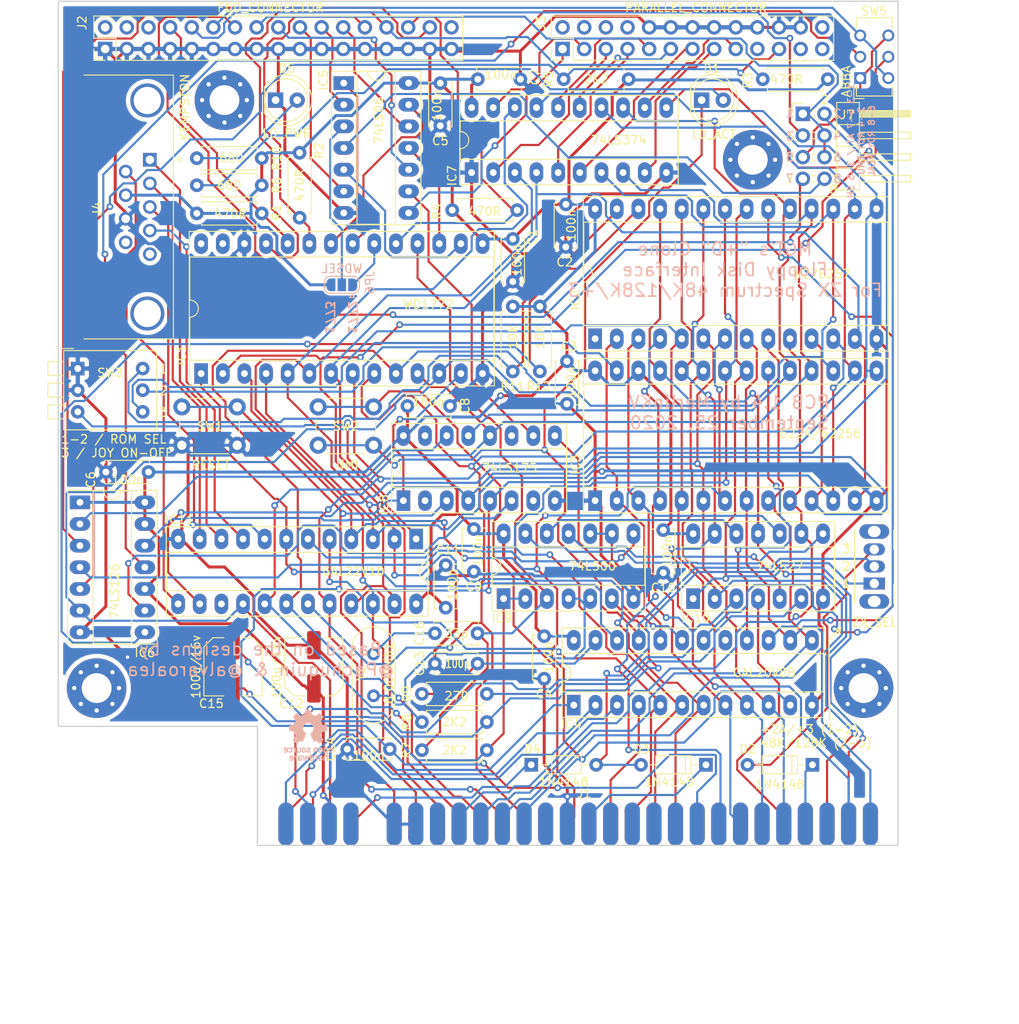
<source format=kicad_pcb>
(kicad_pcb (version 20171130) (host pcbnew "(5.1.6)-1")
  (layers (0 F.Cu signal) (31 B.Cu signal) (34 B.Paste user) (35 F.Paste user) (36 B.SilkS user) (37 F.SilkS user) (38 B.Mask user) (39 F.Mask user) (44 Edge.Cuts user))
  (net 0 "")
  (net 1 GND)
  (net 2 NMI)
  (net 3 FDC_CS)
  (net 4 PRN_STR)
  (net 5 DSK_CS)
  (net 6 PRN_CS)
  (net 7 "Net-(C15-Pad2)")
  (net 8 /DS1)
  (net 9 RAM_CS)
  (net 10 ROM_CS)
  (net 11 "Net-(D1-Pad2)")
  (net 12 "Net-(D1-Pad1)")
  (net 13 "Net-(D5-Pad2)")
  (net 14 /INDEX)
  (net 15 /MOTOR_ON)
  (net 16 /DIR)
  (net 17 /STEP)
  (net 18 /HEAD)
  (net 19 ALT_MOTOR_ON)
  (net 20 /TRACK_0)
  (net 21 "Net-(C13-Pad2)")
  (net 22 "Net-(IC5-Pad9)")
  (net 23 "Net-(IC5-Pad3)")
  (net 24 "Net-(IC5-Pad4)")
  (net 25 "Net-(IC6-Pad12)")
  (net 26 "Net-(IC6-Pad11)")
  (net 27 "Net-(IC6-Pad4)")
  (net 28 "Net-(IC6-Pad9)")
  (net 29 "Net-(IC6-Pad2)")
  (net 30 "Net-(IC6-Pad8)")
  (net 31 "Net-(IC10-Pad8)")
  (net 32 "Net-(IC10-Pad12)")
  (net 33 "Net-(IC9-Pad4)")
  (net 34 "Net-(IC10-Pad5)")
  (net 35 "Net-(IC10-Pad6)")
  (net 36 "Net-(J2-Pad10)")
  (net 37 "Net-(J2-Pad14)")
  (net 38 JOY_EN)
  (net 39 "Net-(J2-Pad2)")
  (net 40 "Net-(J2-Pad4)")
  (net 41 "Net-(J2-Pad6)")
  (net 42 "Net-(J2-Pad34)")
  (net 43 "Net-(J3-Pad2)")
  (net 44 "Net-(J3-Pad4)")
  (net 45 "Net-(J3-Pad6)")
  (net 46 "Net-(J3-Pad8)")
  (net 47 "Net-(J3-Pad19)")
  (net 48 "Net-(J3-Pad23)")
  (net 49 "Net-(J3-Pad25)")
  (net 50 "Net-(J3-Pad26)")
  (net 51 "Net-(J4-Pad5)")
  (net 52 "Net-(J4-Pad9)")
  (net 53 RESET)
  (net 54 D7)
  (net 55 A10)
  (net 56 A11)
  (net 57 A0)
  (net 58 A12)
  (net 59 A7)
  (net 60 M1)
  (net 61 A8)
  (net 62 A9)
  (net 63 D0)
  (net 64 D1)
  (net 65 D2)
  (net 66 D3)
  (net 67 D4)
  (net 68 D5)
  (net 69 RD)
  (net 70 D6)
  (net 71 A3)
  (net 72 A4)
  (net 73 WR)
  (net 74 A15)
  (net 75 A13)
  (net 76 "Net-(J1-Pad13A)")
  (net 77 "Net-(J1-Pad15A)")
  (net 78 IORQ)
  (net 79 A14)
  (net 80 MREQ)
  (net 81 "Net-(J1-Pad26B)")
  (net 82 "Net-(J1-Pad18B)")
  (net 83 A5)
  (net 84 "Net-(J1-Pad22A)")
  (net 85 "Net-(J1-Pad20A)")
  (net 86 "Net-(J1-Pad8B)")
  (net 87 "Net-(J1-Pad25A)")
  (net 88 "Net-(J1-Pad28A)")
  (net 89 "Net-(J1-Pad17B)")
  (net 90 "Net-(J1-Pad19B)")
  (net 91 A6)
  (net 92 A2)
  (net 93 "Net-(J1-Pad23A)")
  (net 94 "Net-(J1-Pad16B)")
  (net 95 A1)
  (net 96 "Net-(J1-Pad13B)")
  (net 97 "Net-(J1-Pad21A)")
  (net 98 /DS0)
  (net 99 /GATE_WRITE)
  (net 100 /DATA_WRITE)
  (net 101 /WRITE_PROT)
  (net 102 /DATA_READ)
  (net 103 /WDWG)
  (net 104 /WDSTEP)
  (net 105 /WDDIRC)
  (net 106 /WDWD)
  (net 107 /WDMOTOR)
  (net 108 /P1)
  (net 109 /P21)
  (net 110 /P17)
  (net 111 /P15)
  (net 112 /P13)
  (net 113 /P11)
  (net 114 /P9)
  (net 115 /P7)
  (net 116 /P5)
  (net 117 /P3)
  (net 118 J6-FIRE)
  (net 119 J4-RIGHT)
  (net 120 J3-LEFT)
  (net 121 J2-DOWN)
  (net 122 J1-UP)
  (net 123 ROM48)
  (net 124 ROMOE2)
  (net 125 ROMOE1)
  (net 126 ROMA14)
  (net 127 ROMA13)
  (net 128 +5V)
  (net 129 "Net-(D2-Pad2)")
  (net 130 "Net-(D3-Pad2)")
  (net 131 "Net-(J1-Pad4B)")
  (net 132 "Net-(C15-Pad1)")
  (net 133 "Net-(C16-Pad2)")
  (net 134 "Net-(C16-Pad1)")
  (net 135 "Net-(IC1-Pad28)")
  (net 136 "Net-(IC1-Pad27)")
  (net 137 "Net-(IC2-Pad1)")
  (net 138 "Net-(IC4-Pad17)")
  (net 139 "Net-(IC8-Pad15)")
  (net 140 "Net-(IC8-Pad7)")
  (net 141 "Net-(IC8-Pad11)")
  (net 142 "Net-(IC8-Pad2)")
  (net 143 "Net-(IC11-Pad15)")
  (module MountingHole:MountingHole_3.5mm_Pad_Via (layer F.Cu) (at 145 44)
    (fp_text reference HOLE4 hide)
    (fp_text value MountingHole_3.5mm_Pad_Via)
    (pad 1 thru_hole circle (at 1.856155 -1.856155) (size 0.8 0.8) (drill 0.5) (layers *.Cu *.Mask))
    (pad 1 thru_hole circle (at 0 -2.625) (size 0.8 0.8) (drill 0.5) (layers *.Cu *.Mask))
    (pad 1 thru_hole circle (at -1.856155 -1.856155) (size 0.8 0.8) (drill 0.5) (layers *.Cu *.Mask))
    (pad 1 thru_hole circle (at -2.625 0) (size 0.8 0.8) (drill 0.5) (layers *.Cu *.Mask))
    (pad 1 thru_hole circle (at -1.856155 1.856155) (size 0.8 0.8) (drill 0.5) (layers *.Cu *.Mask))
    (pad 1 thru_hole circle (at 0 2.625) (size 0.8 0.8) (drill 0.5) (layers *.Cu *.Mask))
    (pad 1 thru_hole circle (at 1.856155 1.856155) (size 0.8 0.8) (drill 0.5) (layers *.Cu *.Mask))
    (pad 1 thru_hole circle (at 2.625 0) (size 0.8 0.8) (drill 0.5) (layers *.Cu *.Mask))
    (pad 1 thru_hole circle (at 0 0) (size 7 7) (drill 3.5) (layers *.Cu *.Mask))
  )
  (module Connector_PinHeader_2.54mm:PinHeader_2x04_P2.54mm_Horizontal (layer F.Cu) (at 150.876 38.608)
    (fp_text reference J7 (at 5.207 0.127) (layer F.SilkS))
    (fp_text value CABLE-READY)
    (pad 8 thru_hole oval (at 2.54 7.62) (size 1.7 1.7) (drill 1) (layers *.Cu *.Mask) (net 24 "Net-(IC5-Pad4)"))
    (pad 7 thru_hole oval (at 0 7.62) (size 1.7 1.7) (drill 1) (layers *.Cu *.Mask) (net 37 "Net-(J2-Pad14)"))
    (pad 6 thru_hole oval (at 2.54 5.08) (size 1.7 1.7) (drill 1) (layers *.Cu *.Mask) (net 15 /MOTOR_ON))
    (pad 5 thru_hole oval (at 0 5.08) (size 1.7 1.7) (drill 1) (layers *.Cu *.Mask) (net 98 /DS0))
    (pad 4 thru_hole oval (at 2.54 2.54) (size 1.7 1.7) (drill 1) (layers *.Cu *.Mask) (net 15 /MOTOR_ON))
    (pad 3 thru_hole oval (at 0 2.54) (size 1.7 1.7) (drill 1) (layers *.Cu *.Mask) (net 36 "Net-(J2-Pad10)"))
    (pad 2 thru_hole oval (at 2.54 0) (size 1.7 1.7) (drill 1) (layers *.Cu *.Mask) (net 19 ALT_MOTOR_ON))
    (pad 1 thru_hole rect (at 0 0) (size 1.7 1.7) (drill 1) (layers *.Cu *.Mask) (net 15 /MOTOR_ON))
  )
  (module MountingHole:MountingHole_3.5mm_Pad_Via (layer F.Cu) (at 83 37)
    (fp_text reference HOLE2 hide)
    (fp_text value MountingHole_3.5mm_Pad_Via)
    (pad 1 thru_hole circle (at 0 0) (size 7 7) (drill 3.5) (layers *.Cu *.Mask))
    (pad 1 thru_hole circle (at 2.625 0) (size 0.8 0.8) (drill 0.5) (layers *.Cu *.Mask))
    (pad 1 thru_hole circle (at 1.856155 1.856155) (size 0.8 0.8) (drill 0.5) (layers *.Cu *.Mask))
    (pad 1 thru_hole circle (at 0 2.625) (size 0.8 0.8) (drill 0.5) (layers *.Cu *.Mask))
    (pad 1 thru_hole circle (at -1.856155 1.856155) (size 0.8 0.8) (drill 0.5) (layers *.Cu *.Mask))
    (pad 1 thru_hole circle (at -2.625 0) (size 0.8 0.8) (drill 0.5) (layers *.Cu *.Mask))
    (pad 1 thru_hole circle (at -1.856155 -1.856155) (size 0.8 0.8) (drill 0.5) (layers *.Cu *.Mask))
    (pad 1 thru_hole circle (at 0 -2.625) (size 0.8 0.8) (drill 0.5) (layers *.Cu *.Mask))
    (pad 1 thru_hole circle (at 1.856155 -1.856155) (size 0.8 0.8) (drill 0.5) (layers *.Cu *.Mask))
  )
  (module Capacitor_SMD:C_Elec_6.3x5.4 (layer F.Cu) (at 93.5 103.5 90)
    (fp_text reference C12 (at -4.331 -2.638) (layer F.SilkS))
    (fp_text value 100u/16v (at 0 -4.416 90) (layer F.SilkS))
    (pad 2 smd roundrect (at 2.5375 0 90) (size 3.325 1.6) (layers F.Cu F.Paste F.Mask) (roundrect_rratio 0.15625) (net 1 GND))
    (pad 1 smd roundrect (at -2.5375 0 90) (size 3.325 1.6) (layers F.Cu F.Paste F.Mask) (roundrect_rratio 0.15625) (net 128 +5V))
  )
  (module Capacitor_SMD:C_Elec_6.3x5.4 (layer F.Cu) (at 84 103.5 270)
    (fp_text reference C15 (at 4.318 2.54) (layer F.SilkS))
    (fp_text value 100u/16v (at 0 4.35 90) (layer F.SilkS))
    (pad 2 smd roundrect (at 2.5375 0 270) (size 3.325 1.6) (layers F.Cu F.Paste F.Mask) (roundrect_rratio 0.15625) (net 7 "Net-(C15-Pad2)"))
    (pad 1 smd roundrect (at -2.5375 0 270) (size 3.325 1.6) (layers F.Cu F.Paste F.Mask) (roundrect_rratio 0.15625) (net 132 "Net-(C15-Pad1)"))
  )
  (module Button_Switch_THT:SW_CuK_JS202011AQN_DPDT_Angled (layer F.Cu) (at 157.607 34.417 90)
    (fp_text reference SW5 (at 7.874 1.651) (layer F.SilkS))
    (fp_text value ABBA (at -0.381 -1.651 90) (layer F.SilkS))
    (pad 6 thru_hole circle (at 5 3.3 90) (size 1.4 1.4) (drill 0.9) (layers *.Cu *.Mask) (net 98 /DS0))
    (pad 5 thru_hole circle (at 2.5 3.3 90) (size 1.4 1.4) (drill 0.9) (layers *.Cu *.Mask) (net 30 "Net-(IC6-Pad8)"))
    (pad 4 thru_hole circle (at 0 3.3 90) (size 1.4 1.4) (drill 0.9) (layers *.Cu *.Mask) (net 8 /DS1))
    (pad 3 thru_hole circle (at 5 0 90) (size 1.4 1.4) (drill 0.9) (layers *.Cu *.Mask) (net 8 /DS1))
    (pad 2 thru_hole circle (at 2.5 0 90) (size 1.4 1.4) (drill 0.9) (layers *.Cu *.Mask) (net 26 "Net-(IC6-Pad11)"))
    (pad 1 thru_hole rect (at 0 0 90) (size 1.4 1.4) (drill 0.9) (layers *.Cu *.Mask) (net 98 /DS0))
  )
  (module Package_DIP:DIP-28_W15.24mm_Socket_LongPads (layer F.Cu) (at 126.5 65 90)
    (fp_text reference IC2 (at 4.548 -2.294 90) (layer F.SilkS))
    (fp_text value W27E257 (at 7.596 26.535) (layer F.SilkS))
    (pad 28 thru_hole oval (at 15.24 0 90) (size 2.4 1.6) (drill 0.8) (layers *.Cu *.Mask) (net 128 +5V))
    (pad 14 thru_hole oval (at 0 33.02 90) (size 2.4 1.6) (drill 0.8) (layers *.Cu *.Mask) (net 1 GND))
    (pad 27 thru_hole oval (at 15.24 2.54 90) (size 2.4 1.6) (drill 0.8) (layers *.Cu *.Mask) (net 126 ROMA14))
    (pad 13 thru_hole oval (at 0 30.48 90) (size 2.4 1.6) (drill 0.8) (layers *.Cu *.Mask) (net 65 D2))
    (pad 26 thru_hole oval (at 15.24 5.08 90) (size 2.4 1.6) (drill 0.8) (layers *.Cu *.Mask) (net 127 ROMA13))
    (pad 12 thru_hole oval (at 0 27.94 90) (size 2.4 1.6) (drill 0.8) (layers *.Cu *.Mask) (net 64 D1))
    (pad 25 thru_hole oval (at 15.24 7.62 90) (size 2.4 1.6) (drill 0.8) (layers *.Cu *.Mask) (net 61 A8))
    (pad 11 thru_hole oval (at 0 25.4 90) (size 2.4 1.6) (drill 0.8) (layers *.Cu *.Mask) (net 63 D0))
    (pad 24 thru_hole oval (at 15.24 10.16 90) (size 2.4 1.6) (drill 0.8) (layers *.Cu *.Mask) (net 62 A9))
    (pad 10 thru_hole oval (at 0 22.86 90) (size 2.4 1.6) (drill 0.8) (layers *.Cu *.Mask) (net 57 A0))
    (pad 23 thru_hole oval (at 15.24 12.7 90) (size 2.4 1.6) (drill 0.8) (layers *.Cu *.Mask) (net 56 A11))
    (pad 9 thru_hole oval (at 0 20.32 90) (size 2.4 1.6) (drill 0.8) (layers *.Cu *.Mask) (net 95 A1))
    (pad 22 thru_hole oval (at 15.24 15.24 90) (size 2.4 1.6) (drill 0.8) (layers *.Cu *.Mask) (net 69 RD))
    (pad 8 thru_hole oval (at 0 17.78 90) (size 2.4 1.6) (drill 0.8) (layers *.Cu *.Mask) (net 92 A2))
    (pad 21 thru_hole oval (at 15.24 17.78 90) (size 2.4 1.6) (drill 0.8) (layers *.Cu *.Mask) (net 55 A10))
    (pad 7 thru_hole oval (at 0 15.24 90) (size 2.4 1.6) (drill 0.8) (layers *.Cu *.Mask) (net 71 A3))
    (pad 20 thru_hole oval (at 15.24 20.32 90) (size 2.4 1.6) (drill 0.8) (layers *.Cu *.Mask) (net 10 ROM_CS))
    (pad 6 thru_hole oval (at 0 12.7 90) (size 2.4 1.6) (drill 0.8) (layers *.Cu *.Mask) (net 72 A4))
    (pad 19 thru_hole oval (at 15.24 22.86 90) (size 2.4 1.6) (drill 0.8) (layers *.Cu *.Mask) (net 54 D7))
    (pad 5 thru_hole oval (at 0 10.16 90) (size 2.4 1.6) (drill 0.8) (layers *.Cu *.Mask) (net 83 A5))
    (pad 18 thru_hole oval (at 15.24 25.4 90) (size 2.4 1.6) (drill 0.8) (layers *.Cu *.Mask) (net 70 D6))
    (pad 4 thru_hole oval (at 0 7.62 90) (size 2.4 1.6) (drill 0.8) (layers *.Cu *.Mask) (net 91 A6))
    (pad 17 thru_hole oval (at 15.24 27.94 90) (size 2.4 1.6) (drill 0.8) (layers *.Cu *.Mask) (net 68 D5))
    (pad 3 thru_hole oval (at 0 5.08 90) (size 2.4 1.6) (drill 0.8) (layers *.Cu *.Mask) (net 59 A7))
    (pad 16 thru_hole oval (at 15.24 30.48 90) (size 2.4 1.6) (drill 0.8) (layers *.Cu *.Mask) (net 67 D4))
    (pad 2 thru_hole oval (at 0 2.54 90) (size 2.4 1.6) (drill 0.8) (layers *.Cu *.Mask) (net 58 A12))
    (pad 15 thru_hole oval (at 15.24 33.02 90) (size 2.4 1.6) (drill 0.8) (layers *.Cu *.Mask) (net 66 D3))
    (pad 1 thru_hole rect (at 0 0 90) (size 2.4 1.6) (drill 0.8) (layers *.Cu *.Mask) (net 137 "Net-(IC2-Pad1)"))
  )
  (module Button_Switch_THT:SW_CuK_OS102011MA1QN1_SPDT_Angled (layer F.Cu) (at 159.258 93.726 90)
    (fp_text reference SW4 hide)
    (fp_text value ZX_SEL (at -4.572 0) (layer F.SilkS))
    (pad "" thru_hole oval (at 6.1 0 90) (size 1.7 3.5) (drill oval 1.3 1.5) (layers *.Cu *.Mask))
    (pad "" thru_hole oval (at -2.1 0 90) (size 1.7 3.5) (drill oval 1.3 1.5) (layers *.Cu *.Mask))
    (pad 3 thru_hole oval (at 4 0 90) (size 1.4 2.5) (drill 1.1) (layers *.Cu *.Mask) (net 129 "Net-(D2-Pad2)"))
    (pad 2 thru_hole oval (at 2 0 90) (size 1.4 2.5) (drill 1.1) (layers *.Cu *.Mask) (net 12 "Net-(D1-Pad1)"))
    (pad 1 thru_hole rect (at 0 0 90) (size 1.4 2.5) (drill 1.1) (layers *.Cu *.Mask) (net 130 "Net-(D3-Pad2)"))
  )
  (module Resistor_THT:R_Axial_DIN0207_L6.3mm_D2.5mm_P7.62mm_Horizontal (layer F.Cu) (at 116.84 68.834 90)
    (fp_text reference R11 (at -1.778 0) (layer F.SilkS))
    (fp_text value 10K (at 4.064 0 90) (layer F.SilkS))
    (pad 2 thru_hole oval (at 7.62 0 90) (size 1.6 1.6) (drill 0.8) (layers *.Cu *.Mask) (net 128 +5V))
    (pad 1 thru_hole circle (at 0 0 90) (size 1.6 1.6) (drill 0.8) (layers *.Cu *.Mask) (net 126 ROMA14))
  )
  (module Connector_Dsub:DSUB-9_Male_Horizontal_P2.77x2.84mm_EdgePinOffset4.94mm_Housed_MountingHolesOffset7.48mm (layer F.Cu) (at 74.25 44 270)
    (fp_text reference J4 (at 5.784 6.19 90) (layer F.SilkS))
    (fp_text value KEMPSTON (at -6.154 -4.109 90) (layer F.SilkS))
    (pad 0 thru_hole circle (at 18.04 0.3 270) (size 4 4) (drill 3.2) (layers *.Cu *.Mask))
    (pad 0 thru_hole circle (at -6.96 0.3 270) (size 4 4) (drill 3.2) (layers *.Cu *.Mask))
    (pad 9 thru_hole circle (at 9.695 2.84 270) (size 1.6 1.6) (drill 1) (layers *.Cu *.Mask) (net 52 "Net-(J4-Pad9)"))
    (pad 8 thru_hole circle (at 6.925 2.84 270) (size 1.6 1.6) (drill 1) (layers *.Cu *.Mask) (net 1 GND))
    (pad 7 thru_hole circle (at 4.155 2.84 270) (size 1.6 1.6) (drill 1) (layers *.Cu *.Mask) (net 128 +5V))
    (pad 6 thru_hole circle (at 1.385 2.84 270) (size 1.6 1.6) (drill 1) (layers *.Cu *.Mask) (net 118 J6-FIRE))
    (pad 5 thru_hole circle (at 11.08 0 270) (size 1.6 1.6) (drill 1) (layers *.Cu *.Mask) (net 51 "Net-(J4-Pad5)"))
    (pad 4 thru_hole circle (at 8.31 0 270) (size 1.6 1.6) (drill 1) (layers *.Cu *.Mask) (net 119 J4-RIGHT))
    (pad 3 thru_hole circle (at 5.54 0 270) (size 1.6 1.6) (drill 1) (layers *.Cu *.Mask) (net 120 J3-LEFT))
    (pad 2 thru_hole circle (at 2.77 0 270) (size 1.6 1.6) (drill 1) (layers *.Cu *.Mask) (net 121 J2-DOWN))
    (pad 1 thru_hole rect (at 0 0 270) (size 1.6 1.6) (drill 1) (layers *.Cu *.Mask) (net 122 J1-UP))
  )
  (module Button_Switch_THT:SW_DIP_SPSTx03_Piano_10.8x9.18mm_W7.62mm_P2.54mm (layer F.Cu) (at 65.786 68.5)
    (fp_text reference SW3 (at 3.81 0.508) (layer F.SilkS))
    (fp_text value ROMSEL_JOY hide)
    (pad 6 thru_hole oval (at 7.62 0) (size 1.6 1.6) (drill 0.8) (layers *.Cu *.Mask) (net 126 ROMA14))
    (pad 3 thru_hole oval (at 0 5.08) (size 1.6 1.6) (drill 0.8) (layers *.Cu *.Mask) (net 38 JOY_EN))
    (pad 5 thru_hole oval (at 7.62 2.54) (size 1.6 1.6) (drill 0.8) (layers *.Cu *.Mask) (net 127 ROMA13))
    (pad 2 thru_hole oval (at 0 2.54) (size 1.6 1.6) (drill 0.8) (layers *.Cu *.Mask) (net 1 GND))
    (pad 4 thru_hole oval (at 7.62 5.08) (size 1.6 1.6) (drill 0.8) (layers *.Cu *.Mask) (net 83 A5))
    (pad 1 thru_hole rect (at 0 0) (size 1.6 1.6) (drill 0.8) (layers *.Cu *.Mask) (net 1 GND))
  )
  (module Jumper:SolderJumper-3_P1.3mm_Open_RoundedPad1.0x1.5mm (layer B.Cu) (at 96.774 58.674 180)
    (fp_text reference JP6 (at -3.302 0.254 90) (layer B.SilkS) (effects (justify mirror)))
    (fp_text value WDSEL (at 0 1.905) (layer B.SilkS) (effects (justify mirror)))
    (pad 2 smd rect (at 0 0 180) (size 1 1.5) (layers B.Cu B.Mask) (net 23 "Net-(IC5-Pad3)"))
    (pad 3 smd custom (at 1.3 0 180) (size 1 0.5) (layers B.Cu B.Mask) (net 128 +5V) (options (clearance outline) (anchor rect)) (primitives (gr_circle (center 0 -0.25) (end 0.5 -0.25) (width 0)) (gr_circle (center 0 0.25) (end 0.5 0.25) (width 0)) (gr_poly (pts (xy -0.55 0.75) (xy 0 0.75) (xy 0 -0.75) (xy -0.55 -0.75)) (width 0))))
    (pad 1 smd custom (at -1.3 0 180) (size 1 0.5) (layers B.Cu B.Mask) (net 107 /WDMOTOR) (options (clearance outline) (anchor rect)) (primitives (gr_circle (center 0 -0.25) (end 0.5 -0.25) (width 0)) (gr_circle (center 0 0.25) (end 0.5 0.25) (width 0)) (gr_poly (pts (xy 0.55 0.75) (xy 0 0.75) (xy 0 -0.75) (xy 0.55 -0.75)) (width 0))))
  )
  (module Resistor_THT:R_Axial_DIN0207_L6.3mm_D2.5mm_P7.62mm_Horizontal (layer F.Cu) (at 153.797 34.544 180)
    (fp_text reference R3 (at 9.398 -0.127 90) (layer F.SilkS))
    (fp_text value 470R (at 4.826 0) (layer F.SilkS))
    (pad 2 thru_hole oval (at 7.62 0 180) (size 1.6 1.6) (drill 0.8) (layers *.Cu *.Mask) (net 101 /WRITE_PROT))
    (pad 1 thru_hole circle (at 0 0 180) (size 1.6 1.6) (drill 0.8) (layers *.Cu *.Mask) (net 128 +5V))
  )
  (module Package_DIP:DIP-14_W7.62mm_Socket_LongPads (layer F.Cu) (at 115.762 95.5 90)
    (fp_text reference IC9 (at -2.29 -0.192) (layer F.SilkS))
    (fp_text value 74LS00 (at 3.81 10.414) (layer F.SilkS))
    (pad 14 thru_hole oval (at 7.62 0 90) (size 2.4 1.6) (drill 0.8) (layers *.Cu *.Mask) (net 128 +5V))
    (pad 7 thru_hole oval (at 0 15.24 90) (size 2.4 1.6) (drill 0.8) (layers *.Cu *.Mask) (net 1 GND))
    (pad 13 thru_hole oval (at 7.62 2.54 90) (size 2.4 1.6) (drill 0.8) (layers *.Cu *.Mask) (net 31 "Net-(IC10-Pad8)"))
    (pad 6 thru_hole oval (at 0 12.7 90) (size 2.4 1.6) (drill 0.8) (layers *.Cu *.Mask) (net 132 "Net-(C15-Pad1)"))
    (pad 12 thru_hole oval (at 7.62 5.08 90) (size 2.4 1.6) (drill 0.8) (layers *.Cu *.Mask) (net 32 "Net-(IC10-Pad12)"))
    (pad 5 thru_hole oval (at 0 10.16 90) (size 2.4 1.6) (drill 0.8) (layers *.Cu *.Mask) (net 33 "Net-(IC9-Pad4)"))
    (pad 11 thru_hole oval (at 7.62 7.62 90) (size 2.4 1.6) (drill 0.8) (layers *.Cu *.Mask) (net 34 "Net-(IC10-Pad5)"))
    (pad 4 thru_hole oval (at 0 7.62 90) (size 2.4 1.6) (drill 0.8) (layers *.Cu *.Mask) (net 33 "Net-(IC9-Pad4)"))
    (pad 10 thru_hole oval (at 7.62 10.16 90) (size 2.4 1.6) (drill 0.8) (layers *.Cu *.Mask) (net 4 PRN_STR))
    (pad 3 thru_hole oval (at 0 5.08 90) (size 2.4 1.6) (drill 0.8) (layers *.Cu *.Mask) (net 133 "Net-(C16-Pad2)"))
    (pad 9 thru_hole oval (at 7.62 12.7 90) (size 2.4 1.6) (drill 0.8) (layers *.Cu *.Mask) (net 4 PRN_STR))
    (pad 2 thru_hole oval (at 0 2.54 90) (size 2.4 1.6) (drill 0.8) (layers *.Cu *.Mask) (net 7 "Net-(C15-Pad2)"))
    (pad 8 thru_hole oval (at 7.62 15.24 90) (size 2.4 1.6) (drill 0.8) (layers *.Cu *.Mask) (net 27 "Net-(IC6-Pad4)"))
    (pad 1 thru_hole rect (at 0 0 90) (size 2.4 1.6) (drill 0.8) (layers *.Cu *.Mask) (net 7 "Net-(C15-Pad2)"))
  )
  (module Package_DIP:DIP-24_W7.62mm_Socket_LongPads (layer F.Cu) (at 105.5 88.5 270)
    (fp_text reference IC11 (at -2.267 27.776) (layer F.SilkS))
    (fp_text value GAL22V10 (at 3.81 7.366) (layer F.SilkS))
    (pad 24 thru_hole oval (at 7.62 0 270) (size 2.4 1.6) (drill 0.8) (layers *.Cu *.Mask) (net 128 +5V))
    (pad 12 thru_hole oval (at 0 27.94 270) (size 2.4 1.6) (drill 0.8) (layers *.Cu *.Mask) (net 1 GND))
    (pad 23 thru_hole oval (at 7.62 2.54 270) (size 2.4 1.6) (drill 0.8) (layers *.Cu *.Mask) (net 63 D0))
    (pad 11 thru_hole oval (at 0 25.4 270) (size 2.4 1.6) (drill 0.8) (layers *.Cu *.Mask) (net 121 J2-DOWN))
    (pad 22 thru_hole oval (at 7.62 5.08 270) (size 2.4 1.6) (drill 0.8) (layers *.Cu *.Mask) (net 64 D1))
    (pad 10 thru_hole oval (at 0 22.86 270) (size 2.4 1.6) (drill 0.8) (layers *.Cu *.Mask) (net 122 J1-UP))
    (pad 21 thru_hole oval (at 7.62 7.62 270) (size 2.4 1.6) (drill 0.8) (layers *.Cu *.Mask) (net 65 D2))
    (pad 9 thru_hole oval (at 0 20.32 270) (size 2.4 1.6) (drill 0.8) (layers *.Cu *.Mask) (net 119 J4-RIGHT))
    (pad 20 thru_hole oval (at 7.62 10.16 270) (size 2.4 1.6) (drill 0.8) (layers *.Cu *.Mask) (net 66 D3))
    (pad 8 thru_hole oval (at 0 17.78 270) (size 2.4 1.6) (drill 0.8) (layers *.Cu *.Mask) (net 120 J3-LEFT))
    (pad 19 thru_hole oval (at 7.62 12.7 270) (size 2.4 1.6) (drill 0.8) (layers *.Cu *.Mask) (net 67 D4))
    (pad 7 thru_hole oval (at 0 15.24 270) (size 2.4 1.6) (drill 0.8) (layers *.Cu *.Mask) (net 3 FDC_CS))
    (pad 18 thru_hole oval (at 7.62 15.24 270) (size 2.4 1.6) (drill 0.8) (layers *.Cu *.Mask) (net 68 D5))
    (pad 6 thru_hole oval (at 0 12.7 270) (size 2.4 1.6) (drill 0.8) (layers *.Cu *.Mask) (net 69 RD))
    (pad 17 thru_hole oval (at 7.62 17.78 270) (size 2.4 1.6) (drill 0.8) (layers *.Cu *.Mask) (net 70 D6))
    (pad 5 thru_hole oval (at 0 10.16 270) (size 2.4 1.6) (drill 0.8) (layers *.Cu *.Mask) (net 78 IORQ))
    (pad 16 thru_hole oval (at 7.62 20.32 270) (size 2.4 1.6) (drill 0.8) (layers *.Cu *.Mask) (net 54 D7))
    (pad 4 thru_hole oval (at 0 7.62 270) (size 2.4 1.6) (drill 0.8) (layers *.Cu *.Mask) (net 71 A3))
    (pad 15 thru_hole oval (at 7.62 22.86 270) (size 2.4 1.6) (drill 0.8) (layers *.Cu *.Mask) (net 143 "Net-(IC11-Pad15)"))
    (pad 3 thru_hole oval (at 0 5.08 270) (size 2.4 1.6) (drill 0.8) (layers *.Cu *.Mask) (net 72 A4))
    (pad 14 thru_hole oval (at 7.62 25.4 270) (size 2.4 1.6) (drill 0.8) (layers *.Cu *.Mask) (net 19 ALT_MOTOR_ON))
    (pad 2 thru_hole oval (at 0 2.54 270) (size 2.4 1.6) (drill 0.8) (layers *.Cu *.Mask) (net 73 WR))
    (pad 13 thru_hole oval (at 7.62 27.94 270) (size 2.4 1.6) (drill 0.8) (layers *.Cu *.Mask) (net 118 J6-FIRE))
    (pad 1 thru_hole rect (at 0 0 270) (size 2.4 1.6) (drill 0.8) (layers *.Cu *.Mask) (net 38 JOY_EN))
  )
  (module Package_DIP:DIP-14_W7.62mm_Socket_LongPads (layer F.Cu) (at 97 35)
    (fp_text reference IC5 (at -2.385 -0.329 90) (layer F.SilkS))
    (fp_text value 74LS06 (at 4.092 4.37 90) (layer F.SilkS))
    (pad 14 thru_hole oval (at 7.62 0) (size 2.4 1.6) (drill 0.8) (layers *.Cu *.Mask) (net 128 +5V))
    (pad 7 thru_hole oval (at 0 15.24) (size 2.4 1.6) (drill 0.8) (layers *.Cu *.Mask) (net 1 GND))
    (pad 13 thru_hole oval (at 7.62 2.54) (size 2.4 1.6) (drill 0.8) (layers *.Cu *.Mask) (net 103 /WDWG))
    (pad 6 thru_hole oval (at 0 12.7) (size 2.4 1.6) (drill 0.8) (layers *.Cu *.Mask) (net 17 /STEP))
    (pad 12 thru_hole oval (at 7.62 5.08) (size 2.4 1.6) (drill 0.8) (layers *.Cu *.Mask) (net 99 /GATE_WRITE))
    (pad 5 thru_hole oval (at 0 10.16) (size 2.4 1.6) (drill 0.8) (layers *.Cu *.Mask) (net 104 /WDSTEP))
    (pad 11 thru_hole oval (at 7.62 7.62) (size 2.4 1.6) (drill 0.8) (layers *.Cu *.Mask) (net 105 /WDDIRC))
    (pad 4 thru_hole oval (at 0 7.62) (size 2.4 1.6) (drill 0.8) (layers *.Cu *.Mask) (net 24 "Net-(IC5-Pad4)"))
    (pad 10 thru_hole oval (at 7.62 10.16) (size 2.4 1.6) (drill 0.8) (layers *.Cu *.Mask) (net 16 /DIR))
    (pad 3 thru_hole oval (at 0 5.08) (size 2.4 1.6) (drill 0.8) (layers *.Cu *.Mask) (net 23 "Net-(IC5-Pad3)"))
    (pad 9 thru_hole oval (at 7.62 12.7) (size 2.4 1.6) (drill 0.8) (layers *.Cu *.Mask) (net 22 "Net-(IC5-Pad9)"))
    (pad 2 thru_hole oval (at 0 2.54) (size 2.4 1.6) (drill 0.8) (layers *.Cu *.Mask) (net 100 /DATA_WRITE))
    (pad 8 thru_hole oval (at 7.62 15.24) (size 2.4 1.6) (drill 0.8) (layers *.Cu *.Mask) (net 108 /P1))
    (pad 1 thru_hole rect (at 0 0) (size 2.4 1.6) (drill 0.8) (layers *.Cu *.Mask) (net 106 /WDWD))
  )
  (module Package_DIP:DIP-14_W7.62mm_Socket_LongPads (layer F.Cu) (at 66.04 84.201)
    (fp_text reference IC6 (at 7.62 17.653) (layer F.SilkS))
    (fp_text value 74LS126 (at 4.064 10.414 -90) (layer F.SilkS))
    (pad 14 thru_hole oval (at 7.62 0) (size 2.4 1.6) (drill 0.8) (layers *.Cu *.Mask) (net 128 +5V))
    (pad 7 thru_hole oval (at 0 15.24) (size 2.4 1.6) (drill 0.8) (layers *.Cu *.Mask) (net 1 GND))
    (pad 13 thru_hole oval (at 7.62 2.54) (size 2.4 1.6) (drill 0.8) (layers *.Cu *.Mask) (net 128 +5V))
    (pad 6 thru_hole oval (at 0 12.7) (size 2.4 1.6) (drill 0.8) (layers *.Cu *.Mask) (net 54 D7))
    (pad 12 thru_hole oval (at 7.62 5.08) (size 2.4 1.6) (drill 0.8) (layers *.Cu *.Mask) (net 25 "Net-(IC6-Pad12)"))
    (pad 5 thru_hole oval (at 0 10.16) (size 2.4 1.6) (drill 0.8) (layers *.Cu *.Mask) (net 109 /P21))
    (pad 11 thru_hole oval (at 7.62 7.62) (size 2.4 1.6) (drill 0.8) (layers *.Cu *.Mask) (net 26 "Net-(IC6-Pad11)"))
    (pad 4 thru_hole oval (at 0 7.62) (size 2.4 1.6) (drill 0.8) (layers *.Cu *.Mask) (net 27 "Net-(IC6-Pad4)"))
    (pad 10 thru_hole oval (at 7.62 10.16) (size 2.4 1.6) (drill 0.8) (layers *.Cu *.Mask) (net 128 +5V))
    (pad 3 thru_hole oval (at 0 5.08) (size 2.4 1.6) (drill 0.8) (layers *.Cu *.Mask) (net 18 /HEAD))
    (pad 9 thru_hole oval (at 7.62 12.7) (size 2.4 1.6) (drill 0.8) (layers *.Cu *.Mask) (net 28 "Net-(IC6-Pad9)"))
    (pad 2 thru_hole oval (at 0 2.54) (size 2.4 1.6) (drill 0.8) (layers *.Cu *.Mask) (net 29 "Net-(IC6-Pad2)"))
    (pad 8 thru_hole oval (at 7.62 15.24) (size 2.4 1.6) (drill 0.8) (layers *.Cu *.Mask) (net 30 "Net-(IC6-Pad8)"))
    (pad 1 thru_hole rect (at 0 0) (size 2.4 1.6) (drill 0.8) (layers *.Cu *.Mask) (net 128 +5V))
  )
  (module Resistor_THT:R_Axial_DIN0207_L6.3mm_D2.5mm_P7.62mm_Horizontal (layer F.Cu) (at 122.809 34.544)
    (fp_text reference R5 (at -1.778 0 90) (layer F.SilkS))
    (fp_text value 2K2 (at 3.81 0) (layer F.SilkS))
    (pad 2 thru_hole oval (at 7.62 0) (size 1.6 1.6) (drill 0.8) (layers *.Cu *.Mask) (net 128 +5V))
    (pad 1 thru_hole circle (at 0 0) (size 1.6 1.6) (drill 0.8) (layers *.Cu *.Mask) (net 109 /P21))
  )
  (module Package_DIP:DIP-14_W7.62mm_Socket_LongPads (layer F.Cu) (at 138 95.5 90)
    (fp_text reference IC10 (at -2.29 0.303) (layer F.SilkS))
    (fp_text value 74LS27 (at 3.81 10.16) (layer F.SilkS))
    (pad 14 thru_hole oval (at 7.62 0 90) (size 2.4 1.6) (drill 0.8) (layers *.Cu *.Mask) (net 128 +5V))
    (pad 7 thru_hole oval (at 0 15.24 90) (size 2.4 1.6) (drill 0.8) (layers *.Cu *.Mask) (net 1 GND))
    (pad 13 thru_hole oval (at 7.62 2.54 90) (size 2.4 1.6) (drill 0.8) (layers *.Cu *.Mask) (net 62 A9))
    (pad 6 thru_hole oval (at 0 12.7 90) (size 2.4 1.6) (drill 0.8) (layers *.Cu *.Mask) (net 35 "Net-(IC10-Pad6)"))
    (pad 12 thru_hole oval (at 7.62 5.08 90) (size 2.4 1.6) (drill 0.8) (layers *.Cu *.Mask) (net 32 "Net-(IC10-Pad12)"))
    (pad 5 thru_hole oval (at 0 10.16 90) (size 2.4 1.6) (drill 0.8) (layers *.Cu *.Mask) (net 34 "Net-(IC10-Pad5)"))
    (pad 11 thru_hole oval (at 7.62 7.62 90) (size 2.4 1.6) (drill 0.8) (layers *.Cu *.Mask) (net 61 A8))
    (pad 4 thru_hole oval (at 0 7.62 90) (size 2.4 1.6) (drill 0.8) (layers *.Cu *.Mask) (net 60 M1))
    (pad 10 thru_hole oval (at 7.62 10.16 90) (size 2.4 1.6) (drill 0.8) (layers *.Cu *.Mask) (net 59 A7))
    (pad 3 thru_hole oval (at 0 5.08 90) (size 2.4 1.6) (drill 0.8) (layers *.Cu *.Mask) (net 58 A12))
    (pad 9 thru_hole oval (at 7.62 12.7 90) (size 2.4 1.6) (drill 0.8) (layers *.Cu *.Mask) (net 57 A0))
    (pad 2 thru_hole oval (at 0 2.54 90) (size 2.4 1.6) (drill 0.8) (layers *.Cu *.Mask) (net 56 A11))
    (pad 8 thru_hole oval (at 7.62 15.24 90) (size 2.4 1.6) (drill 0.8) (layers *.Cu *.Mask) (net 31 "Net-(IC10-Pad8)"))
    (pad 1 thru_hole rect (at 0 0 90) (size 2.4 1.6) (drill 0.8) (layers *.Cu *.Mask) (net 55 A10))
  )
  (module MountingHole:MountingHole_3.5mm_Pad_Via (layer F.Cu) (at 68 106)
    (fp_text reference HOLE1 hide)
    (fp_text value MountingHole_3.5mm_Pad_Via)
    (pad 1 thru_hole circle (at 1.856155 -1.856155) (size 0.8 0.8) (drill 0.5) (layers *.Cu *.Mask))
    (pad 1 thru_hole circle (at 0 -2.625) (size 0.8 0.8) (drill 0.5) (layers *.Cu *.Mask))
    (pad 1 thru_hole circle (at -1.856155 -1.856155) (size 0.8 0.8) (drill 0.5) (layers *.Cu *.Mask))
    (pad 1 thru_hole circle (at -2.625 0) (size 0.8 0.8) (drill 0.5) (layers *.Cu *.Mask))
    (pad 1 thru_hole circle (at -1.856155 1.856155) (size 0.8 0.8) (drill 0.5) (layers *.Cu *.Mask))
    (pad 1 thru_hole circle (at 0 2.625) (size 0.8 0.8) (drill 0.5) (layers *.Cu *.Mask))
    (pad 1 thru_hole circle (at 1.856155 1.856155) (size 0.8 0.8) (drill 0.5) (layers *.Cu *.Mask))
    (pad 1 thru_hole circle (at 2.625 0) (size 0.8 0.8) (drill 0.5) (layers *.Cu *.Mask))
    (pad 1 thru_hole circle (at 0 0) (size 7 7) (drill 3.5) (layers *.Cu *.Mask))
  )
  (module MountingHole:MountingHole_3.5mm_Pad_Via (layer F.Cu) (at 158 106)
    (fp_text reference HOLE3 hide)
    (fp_text value MountingHole_3.5mm_Pad_Via)
    (pad 1 thru_hole circle (at 1.856155 -1.856155) (size 0.8 0.8) (drill 0.5) (layers *.Cu *.Mask))
    (pad 1 thru_hole circle (at 0 -2.625) (size 0.8 0.8) (drill 0.5) (layers *.Cu *.Mask))
    (pad 1 thru_hole circle (at -1.856155 -1.856155) (size 0.8 0.8) (drill 0.5) (layers *.Cu *.Mask))
    (pad 1 thru_hole circle (at -2.625 0) (size 0.8 0.8) (drill 0.5) (layers *.Cu *.Mask))
    (pad 1 thru_hole circle (at -1.856155 1.856155) (size 0.8 0.8) (drill 0.5) (layers *.Cu *.Mask))
    (pad 1 thru_hole circle (at 0 2.625) (size 0.8 0.8) (drill 0.5) (layers *.Cu *.Mask))
    (pad 1 thru_hole circle (at 1.856155 1.856155) (size 0.8 0.8) (drill 0.5) (layers *.Cu *.Mask))
    (pad 1 thru_hole circle (at 2.625 0) (size 0.8 0.8) (drill 0.5) (layers *.Cu *.Mask))
    (pad 1 thru_hole circle (at 0 0) (size 7 7) (drill 3.5) (layers *.Cu *.Mask))
  )
  (module Button_Switch_THT:SW_PUSH_6mm (layer F.Cu) (at 94 73)
    (fp_text reference SW2 (at 3.25 2.286) (layer F.SilkS))
    (fp_text value NMI (at 3.409 6.756) (layer F.SilkS))
    (pad 1 thru_hole circle (at 6.5 0 90) (size 2 2) (drill 1.1) (layers *.Cu *.Mask) (net 2 NMI))
    (pad 2 thru_hole circle (at 6.5 4.5 90) (size 2 2) (drill 1.1) (layers *.Cu *.Mask) (net 12 "Net-(D1-Pad1)"))
    (pad 1 thru_hole circle (at 0 0 90) (size 2 2) (drill 1.1) (layers *.Cu *.Mask) (net 2 NMI))
    (pad 2 thru_hole circle (at 0 4.5 90) (size 2 2) (drill 1.1) (layers *.Cu *.Mask) (net 12 "Net-(D1-Pad1)"))
  )
  (module Button_Switch_THT:SW_PUSH_6mm (layer F.Cu) (at 78 73)
    (fp_text reference SW1 (at 3.302 2.286) (layer F.SilkS))
    (fp_text value RESET (at 3.419 6.836) (layer F.SilkS))
    (pad 1 thru_hole circle (at 6.5 0 90) (size 2 2) (drill 1.1) (layers *.Cu *.Mask) (net 53 RESET))
    (pad 2 thru_hole circle (at 6.5 4.5 90) (size 2 2) (drill 1.1) (layers *.Cu *.Mask) (net 1 GND))
    (pad 1 thru_hole circle (at 0 0 90) (size 2 2) (drill 1.1) (layers *.Cu *.Mask) (net 53 RESET))
    (pad 2 thru_hole circle (at 0 4.5 90) (size 2 2) (drill 1.1) (layers *.Cu *.Mask) (net 1 GND))
  )
  (module Package_DIP:DIP-20_W7.62mm_Socket_LongPads (layer F.Cu) (at 112 45.5 90)
    (fp_text reference IC7 (at -0.381 -2.286 90) (layer F.SilkS))
    (fp_text value 74LS374 (at 3.81 17.272) (layer F.SilkS))
    (pad 20 thru_hole oval (at 7.62 0 90) (size 2.4 1.6) (drill 0.8) (layers *.Cu *.Mask) (net 128 +5V))
    (pad 10 thru_hole oval (at 0 22.86 90) (size 2.4 1.6) (drill 0.8) (layers *.Cu *.Mask) (net 1 GND))
    (pad 19 thru_hole oval (at 7.62 2.54 90) (size 2.4 1.6) (drill 0.8) (layers *.Cu *.Mask) (net 117 /P3))
    (pad 9 thru_hole oval (at 0 20.32 90) (size 2.4 1.6) (drill 0.8) (layers *.Cu *.Mask) (net 111 /P15))
    (pad 18 thru_hole oval (at 7.62 5.08 90) (size 2.4 1.6) (drill 0.8) (layers *.Cu *.Mask) (net 63 D0))
    (pad 8 thru_hole oval (at 0 17.78 90) (size 2.4 1.6) (drill 0.8) (layers *.Cu *.Mask) (net 70 D6))
    (pad 17 thru_hole oval (at 7.62 7.62 90) (size 2.4 1.6) (drill 0.8) (layers *.Cu *.Mask) (net 66 D3))
    (pad 7 thru_hole oval (at 0 15.24 90) (size 2.4 1.6) (drill 0.8) (layers *.Cu *.Mask) (net 68 D5))
    (pad 16 thru_hole oval (at 7.62 10.16 90) (size 2.4 1.6) (drill 0.8) (layers *.Cu *.Mask) (net 114 /P9))
    (pad 6 thru_hole oval (at 0 12.7 90) (size 2.4 1.6) (drill 0.8) (layers *.Cu *.Mask) (net 112 /P13))
    (pad 15 thru_hole oval (at 7.62 12.7 90) (size 2.4 1.6) (drill 0.8) (layers *.Cu *.Mask) (net 113 /P11))
    (pad 5 thru_hole oval (at 0 10.16 90) (size 2.4 1.6) (drill 0.8) (layers *.Cu *.Mask) (net 115 /P7))
    (pad 14 thru_hole oval (at 7.62 15.24 90) (size 2.4 1.6) (drill 0.8) (layers *.Cu *.Mask) (net 67 D4))
    (pad 4 thru_hole oval (at 0 7.62 90) (size 2.4 1.6) (drill 0.8) (layers *.Cu *.Mask) (net 65 D2))
    (pad 13 thru_hole oval (at 7.62 17.78 90) (size 2.4 1.6) (drill 0.8) (layers *.Cu *.Mask) (net 54 D7))
    (pad 3 thru_hole oval (at 0 5.08 90) (size 2.4 1.6) (drill 0.8) (layers *.Cu *.Mask) (net 64 D1))
    (pad 12 thru_hole oval (at 7.62 20.32 90) (size 2.4 1.6) (drill 0.8) (layers *.Cu *.Mask) (net 110 /P17))
    (pad 2 thru_hole oval (at 0 2.54 90) (size 2.4 1.6) (drill 0.8) (layers *.Cu *.Mask) (net 116 /P5))
    (pad 11 thru_hole oval (at 7.62 22.86 90) (size 2.4 1.6) (drill 0.8) (layers *.Cu *.Mask) (net 6 PRN_CS))
    (pad 1 thru_hole rect (at 0 0 90) (size 2.4 1.6) (drill 0.8) (layers *.Cu *.Mask) (net 1 GND))
  )
  (module Package_DIP:DIP-16_W7.62mm_Socket_LongPads (layer F.Cu) (at 104 84 90)
    (fp_text reference IC8 (at -0.455 -2.273 90) (layer F.SilkS))
    (fp_text value 74LS175 (at 3.81 12.446 180) (layer F.SilkS))
    (pad 16 thru_hole oval (at 7.62 0 90) (size 2.4 1.6) (drill 0.8) (layers *.Cu *.Mask) (net 128 +5V))
    (pad 8 thru_hole oval (at 0 17.78 90) (size 2.4 1.6) (drill 0.8) (layers *.Cu *.Mask) (net 1 GND))
    (pad 15 thru_hole oval (at 7.62 2.54 90) (size 2.4 1.6) (drill 0.8) (layers *.Cu *.Mask) (net 139 "Net-(IC8-Pad15)"))
    (pad 7 thru_hole oval (at 0 15.24 90) (size 2.4 1.6) (drill 0.8) (layers *.Cu *.Mask) (net 140 "Net-(IC8-Pad7)"))
    (pad 14 thru_hole oval (at 7.62 5.08 90) (size 2.4 1.6) (drill 0.8) (layers *.Cu *.Mask) (net 29 "Net-(IC6-Pad2)"))
    (pad 6 thru_hole oval (at 0 12.7 90) (size 2.4 1.6) (drill 0.8) (layers *.Cu *.Mask) (net 28 "Net-(IC6-Pad9)"))
    (pad 13 thru_hole oval (at 7.62 7.62 90) (size 2.4 1.6) (drill 0.8) (layers *.Cu *.Mask) (net 54 D7))
    (pad 5 thru_hole oval (at 0 10.16 90) (size 2.4 1.6) (drill 0.8) (layers *.Cu *.Mask) (net 64 D1))
    (pad 12 thru_hole oval (at 7.62 10.16 90) (size 2.4 1.6) (drill 0.8) (layers *.Cu *.Mask) (net 70 D6))
    (pad 4 thru_hole oval (at 0 7.62 90) (size 2.4 1.6) (drill 0.8) (layers *.Cu *.Mask) (net 63 D0))
    (pad 11 thru_hole oval (at 7.62 12.7 90) (size 2.4 1.6) (drill 0.8) (layers *.Cu *.Mask) (net 141 "Net-(IC8-Pad11)"))
    (pad 3 thru_hole oval (at 0 5.08 90) (size 2.4 1.6) (drill 0.8) (layers *.Cu *.Mask) (net 25 "Net-(IC6-Pad12)"))
    (pad 10 thru_hole oval (at 7.62 15.24 90) (size 2.4 1.6) (drill 0.8) (layers *.Cu *.Mask) (net 22 "Net-(IC5-Pad9)"))
    (pad 2 thru_hole oval (at 0 2.54 90) (size 2.4 1.6) (drill 0.8) (layers *.Cu *.Mask) (net 142 "Net-(IC8-Pad2)"))
    (pad 9 thru_hole oval (at 7.62 17.78 90) (size 2.4 1.6) (drill 0.8) (layers *.Cu *.Mask) (net 5 DSK_CS))
    (pad 1 thru_hole rect (at 0 0 90) (size 2.4 1.6) (drill 0.8) (layers *.Cu *.Mask) (net 53 RESET))
  )
  (module Package_DIP:DIP-24_W7.62mm_Socket_LongPads (layer F.Cu) (at 124 108 90)
    (fp_text reference IC4 (at -2.236 -0.302) (layer F.SilkS))
    (fp_text value GAL20V8B (at 3.81 22.352) (layer F.SilkS))
    (pad 24 thru_hole oval (at 7.62 0 90) (size 2.4 1.6) (drill 0.8) (layers *.Cu *.Mask) (net 128 +5V))
    (pad 12 thru_hole oval (at 0 27.94 90) (size 2.4 1.6) (drill 0.8) (layers *.Cu *.Mask) (net 1 GND))
    (pad 23 thru_hole oval (at 7.62 2.54 90) (size 2.4 1.6) (drill 0.8) (layers *.Cu *.Mask) (net 21 "Net-(C13-Pad2)"))
    (pad 11 thru_hole oval (at 0 25.4 90) (size 2.4 1.6) (drill 0.8) (layers *.Cu *.Mask) (net 71 A3))
    (pad 22 thru_hole oval (at 7.62 5.08 90) (size 2.4 1.6) (drill 0.8) (layers *.Cu *.Mask) (net 3 FDC_CS))
    (pad 10 thru_hole oval (at 0 22.86 90) (size 2.4 1.6) (drill 0.8) (layers *.Cu *.Mask) (net 72 A4))
    (pad 21 thru_hole oval (at 7.62 7.62 90) (size 2.4 1.6) (drill 0.8) (layers *.Cu *.Mask) (net 12 "Net-(D1-Pad1)"))
    (pad 9 thru_hole oval (at 0 20.32 90) (size 2.4 1.6) (drill 0.8) (layers *.Cu *.Mask) (net 83 A5))
    (pad 20 thru_hole oval (at 7.62 10.16 90) (size 2.4 1.6) (drill 0.8) (layers *.Cu *.Mask) (net 4 PRN_STR))
    (pad 8 thru_hole oval (at 0 17.78 90) (size 2.4 1.6) (drill 0.8) (layers *.Cu *.Mask) (net 91 A6))
    (pad 19 thru_hole oval (at 7.62 12.7 90) (size 2.4 1.6) (drill 0.8) (layers *.Cu *.Mask) (net 5 DSK_CS))
    (pad 7 thru_hole oval (at 0 15.24 90) (size 2.4 1.6) (drill 0.8) (layers *.Cu *.Mask) (net 73 WR))
    (pad 18 thru_hole oval (at 7.62 15.24 90) (size 2.4 1.6) (drill 0.8) (layers *.Cu *.Mask) (net 6 PRN_CS))
    (pad 6 thru_hole oval (at 0 12.7 90) (size 2.4 1.6) (drill 0.8) (layers *.Cu *.Mask) (net 69 RD))
    (pad 17 thru_hole oval (at 7.62 17.78 90) (size 2.4 1.6) (drill 0.8) (layers *.Cu *.Mask) (net 138 "Net-(IC4-Pad17)"))
    (pad 5 thru_hole oval (at 0 10.16 90) (size 2.4 1.6) (drill 0.8) (layers *.Cu *.Mask) (net 78 IORQ))
    (pad 16 thru_hole oval (at 7.62 20.32 90) (size 2.4 1.6) (drill 0.8) (layers *.Cu *.Mask) (net 9 RAM_CS))
    (pad 4 thru_hole oval (at 0 7.62 90) (size 2.4 1.6) (drill 0.8) (layers *.Cu *.Mask) (net 80 MREQ))
    (pad 15 thru_hole oval (at 7.62 22.86 90) (size 2.4 1.6) (drill 0.8) (layers *.Cu *.Mask) (net 10 ROM_CS))
    (pad 3 thru_hole oval (at 0 5.08 90) (size 2.4 1.6) (drill 0.8) (layers *.Cu *.Mask) (net 75 A13))
    (pad 14 thru_hole oval (at 7.62 25.4 90) (size 2.4 1.6) (drill 0.8) (layers *.Cu *.Mask) (net 92 A2))
    (pad 2 thru_hole oval (at 0 2.54 90) (size 2.4 1.6) (drill 0.8) (layers *.Cu *.Mask) (net 74 A15))
    (pad 13 thru_hole oval (at 7.62 27.94 90) (size 2.4 1.6) (drill 0.8) (layers *.Cu *.Mask) (net 95 A1))
    (pad 1 thru_hole rect (at 0 0 90) (size 2.4 1.6) (drill 0.8) (layers *.Cu *.Mask) (net 79 A14))
  )
  (module Package_DIP:DIP-28_W15.24mm_Socket_LongPads (layer F.Cu) (at 126.5 84 90)
    (fp_text reference IC3 (at 4.244 -2.294 90) (layer F.SilkS))
    (fp_text value 6224/62256 (at 7.874 26.416) (layer F.SilkS))
    (pad 28 thru_hole oval (at 15.24 0 90) (size 2.4 1.6) (drill 0.8) (layers *.Cu *.Mask) (net 128 +5V))
    (pad 14 thru_hole oval (at 0 33.02 90) (size 2.4 1.6) (drill 0.8) (layers *.Cu *.Mask) (net 1 GND))
    (pad 27 thru_hole oval (at 15.24 2.54 90) (size 2.4 1.6) (drill 0.8) (layers *.Cu *.Mask) (net 73 WR))
    (pad 13 thru_hole oval (at 0 30.48 90) (size 2.4 1.6) (drill 0.8) (layers *.Cu *.Mask) (net 65 D2))
    (pad 26 thru_hole oval (at 15.24 5.08 90) (size 2.4 1.6) (drill 0.8) (layers *.Cu *.Mask) (net 128 +5V))
    (pad 12 thru_hole oval (at 0 27.94 90) (size 2.4 1.6) (drill 0.8) (layers *.Cu *.Mask) (net 64 D1))
    (pad 25 thru_hole oval (at 15.24 7.62 90) (size 2.4 1.6) (drill 0.8) (layers *.Cu *.Mask) (net 61 A8))
    (pad 11 thru_hole oval (at 0 25.4 90) (size 2.4 1.6) (drill 0.8) (layers *.Cu *.Mask) (net 63 D0))
    (pad 24 thru_hole oval (at 15.24 10.16 90) (size 2.4 1.6) (drill 0.8) (layers *.Cu *.Mask) (net 62 A9))
    (pad 10 thru_hole oval (at 0 22.86 90) (size 2.4 1.6) (drill 0.8) (layers *.Cu *.Mask) (net 57 A0))
    (pad 23 thru_hole oval (at 15.24 12.7 90) (size 2.4 1.6) (drill 0.8) (layers *.Cu *.Mask) (net 56 A11))
    (pad 9 thru_hole oval (at 0 20.32 90) (size 2.4 1.6) (drill 0.8) (layers *.Cu *.Mask) (net 95 A1))
    (pad 22 thru_hole oval (at 15.24 15.24 90) (size 2.4 1.6) (drill 0.8) (layers *.Cu *.Mask) (net 69 RD))
    (pad 8 thru_hole oval (at 0 17.78 90) (size 2.4 1.6) (drill 0.8) (layers *.Cu *.Mask) (net 92 A2))
    (pad 21 thru_hole oval (at 15.24 17.78 90) (size 2.4 1.6) (drill 0.8) (layers *.Cu *.Mask) (net 55 A10))
    (pad 7 thru_hole oval (at 0 15.24 90) (size 2.4 1.6) (drill 0.8) (layers *.Cu *.Mask) (net 71 A3))
    (pad 20 thru_hole oval (at 15.24 20.32 90) (size 2.4 1.6) (drill 0.8) (layers *.Cu *.Mask) (net 9 RAM_CS))
    (pad 6 thru_hole oval (at 0 12.7 90) (size 2.4 1.6) (drill 0.8) (layers *.Cu *.Mask) (net 72 A4))
    (pad 19 thru_hole oval (at 15.24 22.86 90) (size 2.4 1.6) (drill 0.8) (layers *.Cu *.Mask) (net 54 D7))
    (pad 5 thru_hole oval (at 0 10.16 90) (size 2.4 1.6) (drill 0.8) (layers *.Cu *.Mask) (net 83 A5))
    (pad 18 thru_hole oval (at 15.24 25.4 90) (size 2.4 1.6) (drill 0.8) (layers *.Cu *.Mask) (net 70 D6))
    (pad 4 thru_hole oval (at 0 7.62 90) (size 2.4 1.6) (drill 0.8) (layers *.Cu *.Mask) (net 91 A6))
    (pad 17 thru_hole oval (at 15.24 27.94 90) (size 2.4 1.6) (drill 0.8) (layers *.Cu *.Mask) (net 68 D5))
    (pad 3 thru_hole oval (at 0 5.08 90) (size 2.4 1.6) (drill 0.8) (layers *.Cu *.Mask) (net 59 A7))
    (pad 16 thru_hole oval (at 15.24 30.48 90) (size 2.4 1.6) (drill 0.8) (layers *.Cu *.Mask) (net 67 D4))
    (pad 2 thru_hole oval (at 0 2.54 90) (size 2.4 1.6) (drill 0.8) (layers *.Cu *.Mask) (net 58 A12))
    (pad 15 thru_hole oval (at 15.24 33.02 90) (size 2.4 1.6) (drill 0.8) (layers *.Cu *.Mask) (net 66 D3))
    (pad 1 thru_hole rect (at 0 0 90) (size 2.4 1.6) (drill 0.8) (layers *.Cu *.Mask) (net 1 GND))
  )
  (module Package_DIP:DIP-28_W15.24mm_Socket_LongPads (layer F.Cu) (at 80.264 69.088 90)
    (fp_text reference IC1 (at 2.159 -2.286 90) (layer F.SilkS))
    (fp_text value WD1772 (at 8.128 26.67) (layer F.SilkS))
    (pad 28 thru_hole oval (at 15.24 0 90) (size 2.4 1.6) (drill 0.8) (layers *.Cu *.Mask) (net 135 "Net-(IC1-Pad28)"))
    (pad 14 thru_hole oval (at 0 33.02 90) (size 2.4 1.6) (drill 0.8) (layers *.Cu *.Mask) (net 1 GND))
    (pad 27 thru_hole oval (at 15.24 2.54 90) (size 2.4 1.6) (drill 0.8) (layers *.Cu *.Mask) (net 136 "Net-(IC1-Pad27)"))
    (pad 13 thru_hole oval (at 0 30.48 90) (size 2.4 1.6) (drill 0.8) (layers *.Cu *.Mask) (net 53 RESET))
    (pad 26 thru_hole oval (at 15.24 5.08 90) (size 2.4 1.6) (drill 0.8) (layers *.Cu *.Mask) (net 1 GND))
    (pad 12 thru_hole oval (at 0 27.94 90) (size 2.4 1.6) (drill 0.8) (layers *.Cu *.Mask) (net 54 D7))
    (pad 25 thru_hole oval (at 15.24 7.62 90) (size 2.4 1.6) (drill 0.8) (layers *.Cu *.Mask) (net 101 /WRITE_PROT))
    (pad 11 thru_hole oval (at 0 25.4 90) (size 2.4 1.6) (drill 0.8) (layers *.Cu *.Mask) (net 70 D6))
    (pad 24 thru_hole oval (at 15.24 10.16 90) (size 2.4 1.6) (drill 0.8) (layers *.Cu *.Mask) (net 14 /INDEX))
    (pad 10 thru_hole oval (at 0 22.86 90) (size 2.4 1.6) (drill 0.8) (layers *.Cu *.Mask) (net 68 D5))
    (pad 23 thru_hole oval (at 15.24 12.7 90) (size 2.4 1.6) (drill 0.8) (layers *.Cu *.Mask) (net 20 /TRACK_0))
    (pad 9 thru_hole oval (at 0 20.32 90) (size 2.4 1.6) (drill 0.8) (layers *.Cu *.Mask) (net 67 D4))
    (pad 22 thru_hole oval (at 15.24 15.24 90) (size 2.4 1.6) (drill 0.8) (layers *.Cu *.Mask) (net 106 /WDWD))
    (pad 8 thru_hole oval (at 0 17.78 90) (size 2.4 1.6) (drill 0.8) (layers *.Cu *.Mask) (net 66 D3))
    (pad 21 thru_hole oval (at 15.24 17.78 90) (size 2.4 1.6) (drill 0.8) (layers *.Cu *.Mask) (net 103 /WDWG))
    (pad 7 thru_hole oval (at 0 15.24 90) (size 2.4 1.6) (drill 0.8) (layers *.Cu *.Mask) (net 65 D2))
    (pad 20 thru_hole oval (at 15.24 20.32 90) (size 2.4 1.6) (drill 0.8) (layers *.Cu *.Mask) (net 107 /WDMOTOR))
    (pad 6 thru_hole oval (at 0 12.7 90) (size 2.4 1.6) (drill 0.8) (layers *.Cu *.Mask) (net 64 D1))
    (pad 19 thru_hole oval (at 15.24 22.86 90) (size 2.4 1.6) (drill 0.8) (layers *.Cu *.Mask) (net 102 /DATA_READ))
    (pad 5 thru_hole oval (at 0 10.16 90) (size 2.4 1.6) (drill 0.8) (layers *.Cu *.Mask) (net 63 D0))
    (pad 18 thru_hole oval (at 15.24 25.4 90) (size 2.4 1.6) (drill 0.8) (layers *.Cu *.Mask) (net 133 "Net-(C16-Pad2)"))
    (pad 4 thru_hole oval (at 0 7.62 90) (size 2.4 1.6) (drill 0.8) (layers *.Cu *.Mask) (net 72 A4))
    (pad 17 thru_hole oval (at 15.24 27.94 90) (size 2.4 1.6) (drill 0.8) (layers *.Cu *.Mask) (net 105 /WDDIRC))
    (pad 3 thru_hole oval (at 0 5.08 90) (size 2.4 1.6) (drill 0.8) (layers *.Cu *.Mask) (net 71 A3))
    (pad 16 thru_hole oval (at 15.24 30.48 90) (size 2.4 1.6) (drill 0.8) (layers *.Cu *.Mask) (net 104 /WDSTEP))
    (pad 2 thru_hole oval (at 0 2.54 90) (size 2.4 1.6) (drill 0.8) (layers *.Cu *.Mask) (net 73 WR))
    (pad 15 thru_hole oval (at 15.24 33.02 90) (size 2.4 1.6) (drill 0.8) (layers *.Cu *.Mask) (net 128 +5V))
    (pad 1 thru_hole rect (at 0 0 90) (size 2.4 1.6) (drill 0.8) (layers *.Cu *.Mask) (net 3 FDC_CS))
  )
  (module Resistor_THT:R_Axial_DIN0207_L6.3mm_D2.5mm_P7.62mm_Horizontal (layer F.Cu) (at 120.015 68.834 90)
    (fp_text reference R12 (at -1.778 -0.127) (layer F.SilkS))
    (fp_text value 10K (at 4.064 0 90) (layer F.SilkS))
    (pad 2 thru_hole oval (at 7.62 0 90) (size 1.6 1.6) (drill 0.8) (layers *.Cu *.Mask) (net 128 +5V))
    (pad 1 thru_hole circle (at 0 0 90) (size 1.6 1.6) (drill 0.8) (layers *.Cu *.Mask) (net 127 ROMA13))
  )
  (module Resistor_THT:R_Axial_DIN0207_L6.3mm_D2.5mm_P7.62mm_Horizontal (layer F.Cu) (at 79.756 43.815)
    (fp_text reference R10 (at 9.398 0 90) (layer F.SilkS))
    (fp_text value 680 (at 4.064 0) (layer F.SilkS))
    (pad 2 thru_hole oval (at 7.62 0) (size 1.6 1.6) (drill 0.8) (layers *.Cu *.Mask) (net 128 +5V))
    (pad 1 thru_hole circle (at 0 0) (size 1.6 1.6) (drill 0.8) (layers *.Cu *.Mask) (net 13 "Net-(D5-Pad2)"))
  )
  (module Resistor_THT:R_Axial_DIN0207_L6.3mm_D2.5mm_P7.62mm_Horizontal (layer F.Cu) (at 106.172 106.68)
    (fp_text reference R9 (at -1.778 0 90) (layer F.SilkS))
    (fp_text value 270 (at 4.064 0.254) (layer F.SilkS))
    (pad 2 thru_hole oval (at 7.62 0) (size 1.6 1.6) (drill 0.8) (layers *.Cu *.Mask) (net 35 "Net-(IC10-Pad6)"))
    (pad 1 thru_hole circle (at 0 0) (size 1.6 1.6) (drill 0.8) (layers *.Cu *.Mask) (net 21 "Net-(C13-Pad2)"))
  )
  (module Resistor_THT:R_Axial_DIN0207_L6.3mm_D2.5mm_P7.62mm_Horizontal (layer F.Cu) (at 106.172 109.982)
    (fp_text reference R8 (at -1.778 0 90) (layer F.SilkS))
    (fp_text value 2K2 (at 3.81 0) (layer F.SilkS))
    (pad 2 thru_hole oval (at 7.62 0) (size 1.6 1.6) (drill 0.8) (layers *.Cu *.Mask) (net 132 "Net-(C15-Pad1)"))
    (pad 1 thru_hole circle (at 0 0) (size 1.6 1.6) (drill 0.8) (layers *.Cu *.Mask) (net 33 "Net-(IC9-Pad4)"))
  )
  (module Resistor_THT:R_Axial_DIN0207_L6.3mm_D2.5mm_P7.62mm_Horizontal (layer F.Cu) (at 113.792 113.284 180)
    (fp_text reference R7 (at 9.398 0 270) (layer F.SilkS))
    (fp_text value 2K2 (at 3.81 0) (layer F.SilkS))
    (pad 2 thru_hole oval (at 7.62 0 180) (size 1.6 1.6) (drill 0.8) (layers *.Cu *.Mask) (net 133 "Net-(C16-Pad2)"))
    (pad 1 thru_hole circle (at 0 0 180) (size 1.6 1.6) (drill 0.8) (layers *.Cu *.Mask) (net 7 "Net-(C15-Pad2)"))
  )
  (module Resistor_THT:R_Axial_DIN0207_L6.3mm_D2.5mm_P7.62mm_Horizontal (layer F.Cu) (at 79.756 46.99)
    (fp_text reference R6 (at 9.398 0 90) (layer F.SilkS))
    (fp_text value 680 (at 3.81 0) (layer F.SilkS))
    (pad 2 thru_hole oval (at 7.62 0) (size 1.6 1.6) (drill 0.8) (layers *.Cu *.Mask) (net 128 +5V))
    (pad 1 thru_hole circle (at 0 0) (size 1.6 1.6) (drill 0.8) (layers *.Cu *.Mask) (net 11 "Net-(D1-Pad2)"))
  )
  (module Resistor_THT:R_Axial_DIN0207_L6.3mm_D2.5mm_P7.62mm_Horizontal (layer F.Cu) (at 109.728 49.911)
    (fp_text reference R4 (at -1.778 0.127 90) (layer F.SilkS))
    (fp_text value 470R (at 3.81 0.127) (layer F.SilkS))
    (pad 2 thru_hole oval (at 7.62 0) (size 1.6 1.6) (drill 0.8) (layers *.Cu *.Mask) (net 102 /DATA_READ))
    (pad 1 thru_hole circle (at 0 0) (size 1.6 1.6) (drill 0.8) (layers *.Cu *.Mask) (net 128 +5V))
  )
  (module Resistor_THT:R_Axial_DIN0207_L6.3mm_D2.5mm_P7.62mm_Horizontal (layer F.Cu) (at 91.821 43.18 270)
    (fp_text reference R2 (at -0.254 -2.286 90) (layer F.SilkS))
    (fp_text value 470R (at 3.81 0 90) (layer F.SilkS))
    (pad 2 thru_hole oval (at 7.62 0 270) (size 1.6 1.6) (drill 0.8) (layers *.Cu *.Mask) (net 20 /TRACK_0))
    (pad 1 thru_hole circle (at 0 0 270) (size 1.6 1.6) (drill 0.8) (layers *.Cu *.Mask) (net 128 +5V))
  )
  (module Resistor_THT:R_Axial_DIN0207_L6.3mm_D2.5mm_P7.62mm_Horizontal (layer F.Cu) (at 79.756 50.292)
    (fp_text reference R1 (at 9.398 -0.127 90) (layer F.SilkS))
    (fp_text value 470R (at 3.937 0) (layer F.SilkS))
    (pad 2 thru_hole oval (at 7.62 0) (size 1.6 1.6) (drill 0.8) (layers *.Cu *.Mask) (net 14 /INDEX))
    (pad 1 thru_hole circle (at 0 0) (size 1.6 1.6) (drill 0.8) (layers *.Cu *.Mask) (net 128 +5V))
  )
  (module ZX_Spectrum:ZX_CONNECTOR_GENERIC_SORTED (layer F.Cu) (at 124.968 118.11)
    (fp_text reference J1 (at 0.25 0.25) (layer F.SilkS))
    (fp_text value ZX_CONNECTOR_GENERIC_SORTED)
    (pad 3A connect oval (at -29.67 3.85) (size 1.778 5.08) (layers F.Cu F.Mask) (net 54 D7))
    (pad 4A connect oval (at -27.13 3.85) (size 1.778 5.08) (layers F.Cu F.Mask) (net 125 ROMOE1))
    (pad 7A connect oval (at -19.51 3.85) (size 1.778 5.08) (layers F.Cu F.Mask) (net 64 D1))
    (pad 10A connect oval (at -11.89 3.85) (size 1.778 5.08) (layers F.Cu F.Mask) (net 68 D5))
    (pad 9A connect oval (at -14.43 3.85) (size 1.778 5.08) (layers F.Cu F.Mask) (net 70 D6))
    (pad 8A connect oval (at -16.97 3.85) (size 1.778 5.08) (layers F.Cu F.Mask) (net 65 D2))
    (pad 11A connect oval (at -9.35 3.85) (size 1.778 5.08) (layers F.Cu F.Mask) (net 66 D3))
    (pad 1A connect oval (at -34.75 3.85) (size 1.778 5.08) (layers F.Cu F.Mask) (net 74 A15))
    (pad 2A connect oval (at -32.21 3.85) (size 1.778 5.08) (layers F.Cu F.Mask) (net 75 A13))
    (pad 6A connect oval (at -22.05 3.85) (size 1.778 5.08) (layers F.Cu F.Mask) (net 63 D0))
    (pad 12A connect oval (at -6.81 3.85) (size 1.778 5.08) (layers F.Cu F.Mask) (net 67 D4))
    (pad 14A connect oval (at -1.73 3.85) (size 1.778 5.08) (layers F.Cu F.Mask) (net 2 NMI))
    (pad 13A connect oval (at -4.27 3.85) (size 1.778 5.08) (layers F.Cu F.Mask) (net 76 "Net-(J1-Pad13A)"))
    (pad 15A connect oval (at 0.81 3.85) (size 1.778 5.08) (layers F.Cu F.Mask) (net 77 "Net-(J1-Pad15A)"))
    (pad 17A connect oval (at 5.89 3.85) (size 1.778 5.08) (layers F.Cu F.Mask) (net 78 IORQ))
    (pad 1B connect oval (at -34.75 3.85) (size 1.778 5.08) (layers B.Cu B.Mask) (net 79 A14))
    (pad 2B connect oval (at -32.21 3.85) (size 1.778 5.08) (layers B.Cu B.Mask) (net 58 A12))
    (pad 4B connect oval (at -27.13 3.85) (size 1.778 5.08) (layers B.Cu B.Mask) (net 131 "Net-(J1-Pad4B)"))
    (pad 6B connect oval (at -22.05 3.85) (size 1.778 5.08) (layers B.Cu B.Mask) (net 1 GND))
    (pad 7B connect oval (at -19.51 3.85) (size 1.778 5.08) (layers B.Cu B.Mask) (net 1 GND))
    (pad 16A connect oval (at 3.35 3.85) (size 1.778 5.08) (layers F.Cu F.Mask) (net 80 MREQ))
    (pad 18A connect oval (at 8.43 3.85) (size 1.778 5.08) (layers F.Cu F.Mask) (net 69 RD))
    (pad 3B connect oval (at -29.67 3.85) (size 1.778 5.08) (layers B.Cu B.Mask) (net 128 +5V))
    (pad 26B connect oval (at 28.75 3.85) (size 1.778 5.08) (layers B.Cu B.Mask) (net 81 "Net-(J1-Pad26B)"))
    (pad 28B connect oval (at 33.83 3.85) (size 1.778 5.08) (layers B.Cu B.Mask) (net 56 A11))
    (pad 15B connect oval (at 0.81 3.85) (size 1.778 5.08) (layers B.Cu B.Mask) (net 124 ROMOE2))
    (pad 18B connect oval (at 8.43 3.85) (size 1.778 5.08) (layers B.Cu B.Mask) (net 82 "Net-(J1-Pad18B)"))
    (pad 23B connect oval (at 21.13 3.85) (size 1.778 5.08) (layers B.Cu B.Mask) (net 83 A5))
    (pad 21B connect oval (at 16.05 3.85) (size 1.778 5.08) (layers B.Cu B.Mask) (net 59 A7))
    (pad 12B connect oval (at -6.81 3.85) (size 1.778 5.08) (layers B.Cu B.Mask) (net 71 A3))
    (pad 22A connect oval (at 18.59 3.85) (size 1.778 5.08) (layers F.Cu F.Mask) (net 84 "Net-(J1-Pad22A)"))
    (pad 20A connect oval (at 13.51 3.85) (size 1.778 5.08) (layers F.Cu F.Mask) (net 85 "Net-(J1-Pad20A)"))
    (pad 24B connect oval (at 23.67 3.85) (size 1.778 5.08) (layers B.Cu B.Mask) (net 72 A4))
    (pad 8B connect oval (at -16.97 3.85) (size 1.778 5.08) (layers B.Cu B.Mask) (net 86 "Net-(J1-Pad8B)"))
    (pad 14B connect oval (at -1.73 3.85) (size 1.778 5.08) (layers B.Cu B.Mask) (net 1 GND))
    (pad 25A connect oval (at 26.21 3.85) (size 1.778 5.08) (layers F.Cu F.Mask) (net 87 "Net-(J1-Pad25A)"))
    (pad 27A connect oval (at 31.29 3.85) (size 1.778 5.08) (layers F.Cu F.Mask) (net 55 A10))
    (pad 28A connect oval (at 33.83 3.85) (size 1.778 5.08) (layers F.Cu F.Mask) (net 88 "Net-(J1-Pad28A)"))
    (pad 17B connect oval (at 5.89 3.85) (size 1.778 5.08) (layers B.Cu B.Mask) (net 89 "Net-(J1-Pad17B)"))
    (pad 19B connect oval (at 10.97 3.85) (size 1.778 5.08) (layers B.Cu B.Mask) (net 90 "Net-(J1-Pad19B)"))
    (pad 19A connect oval (at 10.97 3.85) (size 1.778 5.08) (layers F.Cu F.Mask) (net 73 WR))
    (pad 22B connect oval (at 18.59 3.85) (size 1.778 5.08) (layers B.Cu B.Mask) (net 91 A6))
    (pad 11B connect oval (at -9.35 3.85) (size 1.778 5.08) (layers B.Cu B.Mask) (net 92 A2))
    (pad 27B connect oval (at 31.29 3.85) (size 1.778 5.08) (layers B.Cu B.Mask) (net 62 A9))
    (pad 23A connect oval (at 21.13 3.85) (size 1.778 5.08) (layers F.Cu F.Mask) (net 93 "Net-(J1-Pad23A)"))
    (pad 16B connect oval (at 3.35 3.85) (size 1.778 5.08) (layers B.Cu B.Mask) (net 94 "Net-(J1-Pad16B)"))
    (pad 24A connect oval (at 23.67 3.85) (size 1.778 5.08) (layers F.Cu F.Mask) (net 60 M1))
    (pad 10B connect oval (at -11.89 3.85) (size 1.778 5.08) (layers B.Cu B.Mask) (net 95 A1))
    (pad 9B connect oval (at -14.43 3.85) (size 1.778 5.08) (layers B.Cu B.Mask) (net 57 A0))
    (pad 13B connect oval (at -4.27 3.85) (size 1.778 5.08) (layers B.Cu B.Mask) (net 96 "Net-(J1-Pad13B)"))
    (pad 25B connect oval (at 26.21 3.85) (size 1.778 5.08) (layers B.Cu B.Mask) (net 123 ROM48))
    (pad 26A connect oval (at 28.75 3.85) (size 1.778 5.08) (layers F.Cu F.Mask) (net 61 A8))
    (pad 21A connect oval (at 16.05 3.85) (size 1.778 5.08) (layers F.Cu F.Mask) (net 97 "Net-(J1-Pad21A)"))
    (pad 20B connect oval (at 13.51 3.85) (size 1.778 5.08) (layers B.Cu B.Mask) (net 53 RESET))
  )
  (module Connector_PinHeader_2.54mm:PinHeader_2x13_P2.54mm_Vertical (layer F.Cu) (at 122.682 31 90)
    (fp_text reference J3 (at 3.06 -2.54 90) (layer F.SilkS))
    (fp_text value PARALLEL_CONNECTOR (at 4.838 15.652) (layer F.SilkS))
    (pad 26 thru_hole oval (at 2.54 30.48 90) (size 1.7 1.7) (drill 1) (layers *.Cu *.Mask) (net 50 "Net-(J3-Pad26)"))
    (pad 25 thru_hole oval (at 0 30.48 90) (size 1.7 1.7) (drill 1) (layers *.Cu *.Mask) (net 49 "Net-(J3-Pad25)"))
    (pad 24 thru_hole oval (at 2.54 27.94 90) (size 1.7 1.7) (drill 1) (layers *.Cu *.Mask) (net 1 GND))
    (pad 23 thru_hole oval (at 0 27.94 90) (size 1.7 1.7) (drill 1) (layers *.Cu *.Mask) (net 48 "Net-(J3-Pad23)"))
    (pad 22 thru_hole oval (at 2.54 25.4 90) (size 1.7 1.7) (drill 1) (layers *.Cu *.Mask) (net 1 GND))
    (pad 21 thru_hole oval (at 0 25.4 90) (size 1.7 1.7) (drill 1) (layers *.Cu *.Mask) (net 109 /P21))
    (pad 20 thru_hole oval (at 2.54 22.86 90) (size 1.7 1.7) (drill 1) (layers *.Cu *.Mask) (net 1 GND))
    (pad 19 thru_hole oval (at 0 22.86 90) (size 1.7 1.7) (drill 1) (layers *.Cu *.Mask) (net 47 "Net-(J3-Pad19)"))
    (pad 18 thru_hole oval (at 2.54 20.32 90) (size 1.7 1.7) (drill 1) (layers *.Cu *.Mask) (net 1 GND))
    (pad 17 thru_hole oval (at 0 20.32 90) (size 1.7 1.7) (drill 1) (layers *.Cu *.Mask) (net 110 /P17))
    (pad 16 thru_hole oval (at 2.54 17.78 90) (size 1.7 1.7) (drill 1) (layers *.Cu *.Mask) (net 1 GND))
    (pad 15 thru_hole oval (at 0 17.78 90) (size 1.7 1.7) (drill 1) (layers *.Cu *.Mask) (net 111 /P15))
    (pad 14 thru_hole oval (at 2.54 15.24 90) (size 1.7 1.7) (drill 1) (layers *.Cu *.Mask) (net 1 GND))
    (pad 13 thru_hole oval (at 0 15.24 90) (size 1.7 1.7) (drill 1) (layers *.Cu *.Mask) (net 112 /P13))
    (pad 12 thru_hole oval (at 2.54 12.7 90) (size 1.7 1.7) (drill 1) (layers *.Cu *.Mask) (net 1 GND))
    (pad 11 thru_hole oval (at 0 12.7 90) (size 1.7 1.7) (drill 1) (layers *.Cu *.Mask) (net 113 /P11))
    (pad 10 thru_hole oval (at 2.54 10.16 90) (size 1.7 1.7) (drill 1) (layers *.Cu *.Mask) (net 1 GND))
    (pad 9 thru_hole oval (at 0 10.16 90) (size 1.7 1.7) (drill 1) (layers *.Cu *.Mask) (net 114 /P9))
    (pad 8 thru_hole oval (at 2.54 7.62 90) (size 1.7 1.7) (drill 1) (layers *.Cu *.Mask) (net 46 "Net-(J3-Pad8)"))
    (pad 7 thru_hole oval (at 0 7.62 90) (size 1.7 1.7) (drill 1) (layers *.Cu *.Mask) (net 115 /P7))
    (pad 6 thru_hole oval (at 2.54 5.08 90) (size 1.7 1.7) (drill 1) (layers *.Cu *.Mask) (net 45 "Net-(J3-Pad6)"))
    (pad 5 thru_hole oval (at 0 5.08 90) (size 1.7 1.7) (drill 1) (layers *.Cu *.Mask) (net 116 /P5))
    (pad 4 thru_hole oval (at 2.54 2.54 90) (size 1.7 1.7) (drill 1) (layers *.Cu *.Mask) (net 44 "Net-(J3-Pad4)"))
    (pad 3 thru_hole oval (at 0 2.54 90) (size 1.7 1.7) (drill 1) (layers *.Cu *.Mask) (net 117 /P3))
    (pad 2 thru_hole oval (at 2.54 0 90) (size 1.7 1.7) (drill 1) (layers *.Cu *.Mask) (net 43 "Net-(J3-Pad2)"))
    (pad 1 thru_hole rect (at 0 0 90) (size 1.7 1.7) (drill 1) (layers *.Cu *.Mask) (net 108 /P1))
  )
  (module Capacitor_THT:C_Disc_D5.0mm_W2.5mm_P5.00mm (layer F.Cu) (at 123.063 54.229 90)
    (fp_text reference C2 (at -1.778 -0.127) (layer F.SilkS))
    (fp_text value 100n (at 2.54 0.635 90) (layer F.SilkS))
    (pad 2 thru_hole circle (at 5 0 90) (size 1.6 1.6) (drill 0.8) (layers *.Cu *.Mask) (net 128 +5V))
    (pad 1 thru_hole circle (at 0 0 90) (size 1.6 1.6) (drill 0.8) (layers *.Cu *.Mask) (net 1 GND))
  )
  (module Capacitor_THT:C_Disc_D5.0mm_W2.5mm_P5.00mm (layer F.Cu) (at 108.966 91.567 270)
    (fp_text reference C11 (at -1.778 -0.254) (layer F.SilkS))
    (fp_text value 100n (at 2.286 -0.762 90) (layer F.SilkS))
    (pad 2 thru_hole circle (at 5 0 270) (size 1.6 1.6) (drill 0.8) (layers *.Cu *.Mask) (net 128 +5V))
    (pad 1 thru_hole circle (at 0 0 270) (size 1.6 1.6) (drill 0.8) (layers *.Cu *.Mask) (net 1 GND))
  )
  (module Capacitor_THT:C_Disc_D5.0mm_W2.5mm_P5.00mm (layer F.Cu) (at 134.493 92.456 90)
    (fp_text reference C10 (at -1.778 0) (layer F.SilkS))
    (fp_text value 100n (at 2.5 0.508 90) (layer F.SilkS))
    (pad 2 thru_hole circle (at 5 0 90) (size 1.6 1.6) (drill 0.8) (layers *.Cu *.Mask) (net 128 +5V))
    (pad 1 thru_hole circle (at 0 0 90) (size 1.6 1.6) (drill 0.8) (layers *.Cu *.Mask) (net 1 GND))
  )
  (module Capacitor_THT:C_Disc_D5.0mm_W2.5mm_P5.00mm (layer F.Cu) (at 112.268 92.329 90)
    (fp_text reference C9 (at -1.778 0) (layer F.SilkS))
    (fp_text value 100n (at 2.5 0.508 90) (layer F.SilkS))
    (pad 2 thru_hole circle (at 5 0 90) (size 1.6 1.6) (drill 0.8) (layers *.Cu *.Mask) (net 128 +5V))
    (pad 1 thru_hole circle (at 0 0 90) (size 1.6 1.6) (drill 0.8) (layers *.Cu *.Mask) (net 1 GND))
  )
  (module Capacitor_THT:C_Disc_D5.0mm_W2.5mm_P5.00mm (layer F.Cu) (at 109.474 72.898 180)
    (fp_text reference C8 (at -1.778 0 90) (layer F.SilkS))
    (fp_text value 100n (at 2.54 0.508) (layer F.SilkS))
    (pad 2 thru_hole circle (at 5 0 180) (size 1.6 1.6) (drill 0.8) (layers *.Cu *.Mask) (net 128 +5V))
    (pad 1 thru_hole circle (at 0 0 180) (size 1.6 1.6) (drill 0.8) (layers *.Cu *.Mask) (net 1 GND))
  )
  (module Capacitor_THT:C_Disc_D5.0mm_W2.5mm_P5.00mm (layer F.Cu) (at 117.729 34.544 180)
    (fp_text reference C7 (at -1.778 0.254 90) (layer F.SilkS))
    (fp_text value 100n (at 2.286 0.508) (layer F.SilkS))
    (pad 2 thru_hole circle (at 5 0 180) (size 1.6 1.6) (drill 0.8) (layers *.Cu *.Mask) (net 128 +5V))
    (pad 1 thru_hole circle (at 0 0 180) (size 1.6 1.6) (drill 0.8) (layers *.Cu *.Mask) (net 1 GND))
  )
  (module Capacitor_THT:C_Disc_D5.0mm_W2.5mm_P5.00mm (layer F.Cu) (at 69.088 80.645)
    (fp_text reference C6 (at -1.778 0.889 90) (layer F.SilkS))
    (fp_text value 100n (at 2.54 0.889) (layer F.SilkS))
    (pad 2 thru_hole circle (at 5 0) (size 1.6 1.6) (drill 0.8) (layers *.Cu *.Mask) (net 128 +5V))
    (pad 1 thru_hole circle (at 0 0) (size 1.6 1.6) (drill 0.8) (layers *.Cu *.Mask) (net 1 GND))
  )
  (module Capacitor_THT:C_Disc_D5.0mm_W2.5mm_P5.00mm (layer F.Cu) (at 108.331 40.005 90)
    (fp_text reference C5 (at -1.778 0) (layer F.SilkS))
    (fp_text value 100n (at 2.413 -0.381 90) (layer F.SilkS))
    (pad 2 thru_hole circle (at 5 0 90) (size 1.6 1.6) (drill 0.8) (layers *.Cu *.Mask) (net 128 +5V))
    (pad 1 thru_hole circle (at 0 0 90) (size 1.6 1.6) (drill 0.8) (layers *.Cu *.Mask) (net 1 GND))
  )
  (module Capacitor_THT:C_Disc_D5.0mm_W2.5mm_P5.00mm (layer F.Cu) (at 120.523 104.902 90)
    (fp_text reference C4 (at -1.778 0) (layer F.SilkS))
    (fp_text value 100n (at 2.54 0.508 90) (layer F.SilkS))
    (pad 2 thru_hole circle (at 5 0 90) (size 1.6 1.6) (drill 0.8) (layers *.Cu *.Mask) (net 128 +5V))
    (pad 1 thru_hole circle (at 0 0 90) (size 1.6 1.6) (drill 0.8) (layers *.Cu *.Mask) (net 1 GND))
  )
  (module Capacitor_THT:C_Disc_D5.0mm_W2.5mm_P5.00mm (layer F.Cu) (at 123.19 72.644 90)
    (fp_text reference C3 (at 6.731 0.254) (layer F.SilkS))
    (fp_text value 100n (at 2.54 0.508 90) (layer F.SilkS))
    (pad 2 thru_hole circle (at 5 0 90) (size 1.6 1.6) (drill 0.8) (layers *.Cu *.Mask) (net 128 +5V))
    (pad 1 thru_hole circle (at 0 0 90) (size 1.6 1.6) (drill 0.8) (layers *.Cu *.Mask) (net 1 GND))
  )
  (module Capacitor_THT:C_Disc_D5.0mm_W2.5mm_P5.00mm (layer F.Cu) (at 116.84 58.293 90)
    (fp_text reference C1 (at 5.207 2.286 270) (layer F.SilkS))
    (fp_text value 100n (at 2.54 0.508 90) (layer F.SilkS))
    (pad 2 thru_hole circle (at 5 0 90) (size 1.6 1.6) (drill 0.8) (layers *.Cu *.Mask) (net 128 +5V))
    (pad 1 thru_hole circle (at 0 0 90) (size 1.6 1.6) (drill 0.8) (layers *.Cu *.Mask) (net 1 GND))
  )
  (module Capacitor_THT:C_Disc_D5.0mm_W2.5mm_P5.00mm (layer F.Cu) (at 107.696 99.568)
    (fp_text reference C16 (at -1.778 0 -90) (layer F.SilkS))
    (fp_text value 33p (at 2.54 0) (layer F.SilkS))
    (pad 2 thru_hole circle (at 5 0) (size 1.6 1.6) (drill 0.8) (layers *.Cu *.Mask) (net 133 "Net-(C16-Pad2)"))
    (pad 1 thru_hole circle (at 0 0) (size 1.6 1.6) (drill 0.8) (layers *.Cu *.Mask) (net 134 "Net-(C16-Pad1)"))
  )
  (module Connector_PinHeader_2.54mm:PinHeader_2x17_P2.54mm_Vertical (layer F.Cu) (at 69 31 90)
    (fp_text reference J2 (at 3.06 -2.706 90) (layer F.SilkS))
    (fp_text value FDD_CONNECTOR (at 4.838 19.392) (layer F.SilkS))
    (pad 1 thru_hole rect (at 0 0 90) (size 1.7 1.7) (drill 1) (layers *.Cu *.Mask) (net 1 GND))
    (pad 2 thru_hole oval (at 2.54 0 90) (size 1.7 1.7) (drill 1) (layers *.Cu *.Mask) (net 39 "Net-(J2-Pad2)"))
    (pad 3 thru_hole oval (at 0 2.54 90) (size 1.7 1.7) (drill 1) (layers *.Cu *.Mask) (net 1 GND))
    (pad 4 thru_hole oval (at 2.54 2.54 90) (size 1.7 1.7) (drill 1) (layers *.Cu *.Mask) (net 40 "Net-(J2-Pad4)"))
    (pad 5 thru_hole oval (at 0 5.08 90) (size 1.7 1.7) (drill 1) (layers *.Cu *.Mask) (net 1 GND))
    (pad 6 thru_hole oval (at 2.54 5.08 90) (size 1.7 1.7) (drill 1) (layers *.Cu *.Mask) (net 41 "Net-(J2-Pad6)"))
    (pad 7 thru_hole oval (at 0 7.62 90) (size 1.7 1.7) (drill 1) (layers *.Cu *.Mask) (net 1 GND))
    (pad 8 thru_hole oval (at 2.54 7.62 90) (size 1.7 1.7) (drill 1) (layers *.Cu *.Mask) (net 14 /INDEX))
    (pad 9 thru_hole oval (at 0 10.16 90) (size 1.7 1.7) (drill 1) (layers *.Cu *.Mask) (net 1 GND))
    (pad 10 thru_hole oval (at 2.54 10.16 90) (size 1.7 1.7) (drill 1) (layers *.Cu *.Mask) (net 36 "Net-(J2-Pad10)"))
    (pad 11 thru_hole oval (at 0 12.7 90) (size 1.7 1.7) (drill 1) (layers *.Cu *.Mask) (net 1 GND))
    (pad 12 thru_hole oval (at 2.54 12.7 90) (size 1.7 1.7) (drill 1) (layers *.Cu *.Mask) (net 8 /DS1))
    (pad 13 thru_hole oval (at 0 15.24 90) (size 1.7 1.7) (drill 1) (layers *.Cu *.Mask) (net 1 GND))
    (pad 14 thru_hole oval (at 2.54 15.24 90) (size 1.7 1.7) (drill 1) (layers *.Cu *.Mask) (net 37 "Net-(J2-Pad14)"))
    (pad 15 thru_hole oval (at 0 17.78 90) (size 1.7 1.7) (drill 1) (layers *.Cu *.Mask) (net 1 GND))
    (pad 16 thru_hole oval (at 2.54 17.78 90) (size 1.7 1.7) (drill 1) (layers *.Cu *.Mask) (net 15 /MOTOR_ON))
    (pad 17 thru_hole oval (at 0 20.32 90) (size 1.7 1.7) (drill 1) (layers *.Cu *.Mask) (net 1 GND))
    (pad 18 thru_hole oval (at 2.54 20.32 90) (size 1.7 1.7) (drill 1) (layers *.Cu *.Mask) (net 16 /DIR))
    (pad 19 thru_hole oval (at 0 22.86 90) (size 1.7 1.7) (drill 1) (layers *.Cu *.Mask) (net 1 GND))
    (pad 20 thru_hole oval (at 2.54 22.86 90) (size 1.7 1.7) (drill 1) (layers *.Cu *.Mask) (net 17 /STEP))
    (pad 21 thru_hole oval (at 0 25.4 90) (size 1.7 1.7) (drill 1) (layers *.Cu *.Mask) (net 1 GND))
    (pad 22 thru_hole oval (at 2.54 25.4 90) (size 1.7 1.7) (drill 1) (layers *.Cu *.Mask) (net 100 /DATA_WRITE))
    (pad 23 thru_hole oval (at 0 27.94 90) (size 1.7 1.7) (drill 1) (layers *.Cu *.Mask) (net 1 GND))
    (pad 24 thru_hole oval (at 2.54 27.94 90) (size 1.7 1.7) (drill 1) (layers *.Cu *.Mask) (net 99 /GATE_WRITE))
    (pad 25 thru_hole oval (at 0 30.48 90) (size 1.7 1.7) (drill 1) (layers *.Cu *.Mask) (net 1 GND))
    (pad 26 thru_hole oval (at 2.54 30.48 90) (size 1.7 1.7) (drill 1) (layers *.Cu *.Mask) (net 20 /TRACK_0))
    (pad 27 thru_hole oval (at 0 33.02 90) (size 1.7 1.7) (drill 1) (layers *.Cu *.Mask) (net 1 GND))
    (pad 28 thru_hole oval (at 2.54 33.02 90) (size 1.7 1.7) (drill 1) (layers *.Cu *.Mask) (net 101 /WRITE_PROT))
    (pad 29 thru_hole oval (at 0 35.56 90) (size 1.7 1.7) (drill 1) (layers *.Cu *.Mask) (net 1 GND))
    (pad 30 thru_hole oval (at 2.54 35.56 90) (size 1.7 1.7) (drill 1) (layers *.Cu *.Mask) (net 102 /DATA_READ))
    (pad 31 thru_hole oval (at 0 38.1 90) (size 1.7 1.7) (drill 1) (layers *.Cu *.Mask) (net 1 GND))
    (pad 32 thru_hole oval (at 2.54 38.1 90) (size 1.7 1.7) (drill 1) (layers *.Cu *.Mask) (net 18 /HEAD))
    (pad 33 thru_hole oval (at 0 40.64 90) (size 1.7 1.7) (drill 1) (layers *.Cu *.Mask) (net 1 GND))
    (pad 34 thru_hole oval (at 2.54 40.64 90) (size 1.7 1.7) (drill 1) (layers *.Cu *.Mask) (net 42 "Net-(J2-Pad34)"))
  )
  (module LEDs:LED_D5.0mm (layer F.Cu) (at 139 37)
    (fp_text reference D1 (at 1.191 -3.726) (layer F.SilkS))
    (fp_text value LD_ACT (at 1.445 4.021) (layer F.SilkS))
    (pad 2 thru_hole circle (at 2.54 0) (size 1.8 1.8) (drill 0.9) (layers *.Cu *.Mask) (net 11 "Net-(D1-Pad2)"))
    (pad 1 thru_hole rect (at 0 0) (size 1.8 1.8) (drill 0.9) (layers *.Cu *.Mask) (net 12 "Net-(D1-Pad1)"))
  )
  (module Diodes_THT:D_DO-35_SOD27_P7.62mm_Horizontal (layer F.Cu) (at 119 115)
    (fp_text reference D4 (at 0.126 -1.843) (layer F.SilkS))
    (fp_text value 1N4148 (at 3.81 2.032) (layer F.SilkS))
    (pad 2 thru_hole oval (at 7.62 0) (size 1.6 1.6) (drill 0.8) (layers *.Cu *.Mask) (net 130 "Net-(D3-Pad2)"))
    (pad 1 thru_hole rect (at 0 0) (size 1.6 1.6) (drill 0.8) (layers *.Cu *.Mask) (net 125 ROMOE1))
  )
  (module Diodes_THT:D_DO-35_SOD27_P7.62mm_Horizontal (layer F.Cu) (at 139.5 115 180)
    (fp_text reference D3 (at 7.547 1.843 180) (layer F.SilkS))
    (fp_text value 1N4148 (at 4.318 -2.032 180) (layer F.SilkS))
    (pad 2 thru_hole oval (at 7.62 0 180) (size 1.6 1.6) (drill 0.8) (layers *.Cu *.Mask) (net 130 "Net-(D3-Pad2)"))
    (pad 1 thru_hole rect (at 0 0 180) (size 1.6 1.6) (drill 0.8) (layers *.Cu *.Mask) (net 124 ROMOE2))
  )
  (module Diodes_THT:D_DO-35_SOD27_P7.62mm_Horizontal (layer F.Cu) (at 152 115 180)
    (fp_text reference D2 (at 7.601 1.843 180) (layer F.SilkS))
    (fp_text value 1N4148 (at 3.81 -2.286 180) (layer F.SilkS))
    (pad 1 thru_hole rect (at 0 0 180) (size 1.6 1.6) (drill 0.8) (layers *.Cu *.Mask) (net 123 ROM48))
    (pad 2 thru_hole oval (at 7.62 0 180) (size 1.6 1.6) (drill 0.8) (layers *.Cu *.Mask) (net 129 "Net-(D2-Pad2)"))
  )
  (module LEDs:LED_D5.0mm (layer F.Cu) (at 89 37)
    (fp_text reference D5 (at 1.338 -3.726) (layer F.SilkS))
    (fp_text value LD_PWR (at 1.304 3.894) (layer F.SilkS))
    (pad 2 thru_hole circle (at 2.54 0) (size 1.8 1.8) (drill 0.9) (layers *.Cu *.Mask) (net 13 "Net-(D5-Pad2)"))
    (pad 1 thru_hole rect (at 0 0) (size 1.8 1.8) (drill 0.9) (layers *.Cu *.Mask) (net 1 GND))
  )
  (module Capacitors_THT:C_Disc_D5.0mm_W2.5mm_P5.00mm (layer F.Cu) (at 107.696 103.124)
    (fp_text reference C13 (at -1.778 0 -90) (layer F.SilkS))
    (fp_text value 100p (at 2.667 0) (layer F.SilkS) (effects (font (size 1 0.75))))
    (pad 2 thru_hole circle (at 5 0) (size 1.6 1.6) (drill 0.8) (layers *.Cu *.Mask) (net 21 "Net-(C13-Pad2)"))
    (pad 1 thru_hole circle (at 0 0) (size 1.6 1.6) (drill 0.8) (layers *.Cu *.Mask) (net 1 GND))
  )
  (module Capacitors_THT:C_Disc_D5.0mm_W2.5mm_P5.00mm (layer F.Cu) (at 97.409 113.157)
    (fp_text reference C14 (at -1.905 0 270) (layer F.SilkS))
    (fp_text value 100n (at 2.54 0.762 180) (layer F.SilkS))
    (pad 2 thru_hole circle (at 5 0) (size 1.6 1.6) (drill 0.8) (layers *.Cu *.Mask) (net 53 RESET))
    (pad 1 thru_hole circle (at 0 0) (size 1.6 1.6) (drill 0.8) (layers *.Cu *.Mask) (net 1 GND))
  )
  (module Symbols:OSHW-Logo_5.7x6mm_SilkScreen (layer B.Cu) (at 92.837 111.506 180)
    (fp_text reference LOGO1 hide)
    (fp_text value OSHW-Logo_5.7x6mm_SilkScreen hide)
  )
  (module Crystal:Crystal_HC18-U_Vertical (layer F.Cu) (at 100.5 102 270)
    (fp_text reference Y1 (at 2.286 1.524 270) (layer F.SilkS))
    (fp_text value 8.000Mhz (at 2.286 -1.778 270) (layer F.SilkS))
    (pad 1 thru_hole circle (at 0 0 270) (size 1.5 1.5) (drill 0.8) (layers *.Cu *.Mask) (net 134 "Net-(C16-Pad1)"))
    (pad 2 thru_hole circle (at 4.9 0 270) (size 1.5 1.5) (drill 0.8) (layers *.Cu *.Mask) (net 33 "Net-(IC9-Pad4)"))
  )
  (gr_text 8 (at 154.94 46.228) (layer B.SilkS) (effects (font (size 1 1)) (justify mirror)))
  (gr_text 6 (at 154.94 43.688) (layer B.SilkS) (effects (font (size 1 1)) (justify mirror)))
  (gr_text 4 (at 154.94 41.148) (layer B.SilkS) (effects (font (size 1 1)) (justify mirror)))
  (gr_text 2 (at 154.94 38.608) (layer B.SilkS) (effects (font (size 1 1)) (justify mirror)))
  (gr_text 7 (at 149.352 46.228) (layer B.SilkS) (effects (font (size 1 1)) (justify mirror)))
  (gr_text 5 (at 149.352 43.688) (layer B.SilkS) (effects (font (size 1 1)) (justify mirror)))
  (gr_text 3 (at 149.352 41.275) (layer B.SilkS) (effects (font (size 1 1)) (justify mirror)))
  (gr_text 1 (at 149.352 38.481) (layer B.SilkS) (effects (font (size 1 1)) (justify mirror)))
  (gr_text 8 (at 154.432 47.498) (layer F.SilkS) (effects (font (size 1 1))))
  (gr_text 2 (at 153.416 36.957) (layer F.SilkS) (effects (font (size 1 1))))
  (gr_text 7 (at 149.352 46.228) (layer F.SilkS) (effects (font (size 1 1))))
  (gr_text 5 (at 149.352 43.688) (layer F.SilkS) (effects (font (size 1 1))))
  (gr_text 3 (at 149.352 41.275) (layer F.SilkS) (effects (font (size 1 1))))
  (gr_text 1 (at 149.352 38.481) (layer F.SilkS) (effects (font (size 1 1))))
  (gr_line (start 154.686 99.06) (end 155.321 98.933) (layer F.SilkS) (width 0.15))
  (gr_line (start 155.194 99.568) (end 154.686 99.06) (layer F.SilkS) (width 0.15))
  (gr_line (start 155.321 98.933) (end 155.194 99.568) (layer F.SilkS) (width 0.15))
  (gr_line (start 153.924 100.33) (end 155.321 98.933) (layer F.SilkS) (width 0.15))
  (gr_line (start 154.051 109.728) (end 153.924 100.33) (layer F.SilkS) (width 0.15))
  (gr_text "1-2 / ROM SEL\n3 / JOY ON-OFF" (at 63.754 77.597) (layer F.SilkS) (effects (font (size 1 1)) (justify left)))
  (gr_text 3 (at 75.819 73.66) (layer F.SilkS) (effects (font (size 1 1))))
  (gr_text 2 (at 75.819 71.12) (layer F.SilkS) (effects (font (size 1 1))))
  (gr_text 1 (at 75.819 68.58) (layer F.SilkS) (effects (font (size 1 1))))
  (gr_text 1772 (at 98.044 62.484 -90) (layer B.SilkS) (effects (font (size 1 1) (thickness 0.2)) (justify mirror)))
  (gr_text "PCB 1.4 by MerlinKV\nSeptember 25, 2020" (at 142.24 73.66) (layer B.SilkS) (effects (font (size 1.5 1.5) (thickness 0.2)) (justify mirror)))
  (gr_text "1-3 5-7 AT / 3-5 SH\n2-4 RDY EMU\n6-8 RDY REAL" (at 157.734 41.783 90) (layer B.SilkS) (effects (font (size 0.75 0.75)) (justify mirror)))
  (gr_text "+2A/+3 (1-2)\n48K/128K (2-3)" (at 145.796 111.633) (layer F.SilkS) (effects (font (size 1 1)) (justify left)))
  (gr_text 3 (at 155.956 89.662) (layer F.SilkS) (effects (font (size 1 1) (thickness 0.2))))
  (gr_text 2 (at 155.956 91.694) (layer F.SilkS) (effects (font (size 1 1) (thickness 0.2))))
  (gr_text 1773 (at 95.377 62.484 -90) (layer B.SilkS) (effects (font (size 1 1) (thickness 0.2)) (justify mirror)))
  (gr_text 1 (at 155.956 93.726) (layer F.SilkS) (effects (font (size 1 1) (thickness 0.2))))
  (gr_line (start 86.868 124.46) (end 162.052 124.46) (layer Edge.Cuts) (width 0.15))
  (gr_line (start 86.868 110.49) (end 86.868 124.46) (layer Edge.Cuts) (width 0.15))
  (gr_line (start 63.5 110.49) (end 86.868 110.49) (layer Edge.Cuts) (width 0.15))
  (gr_text "Based on the designs by\n@Pachuquin & @alvaroalea" (at 87.249 102.616) (layer B.SilkS) (effects (font (size 1.5 1.5) (thickness 0.2)) (justify mirror)))
  (gr_text "MGT's \"+D\" Clone\nFloppy Disk Interface\nFor ZX Spectrum 48K/128K/+3" (at 141.732 56.896) (layer B.SilkS) (effects (font (size 1.5 1.5) (thickness 0.2)) (justify mirror)))
  (gr_line (start 162.052 124.46) (end 162.052 25.4) (layer Edge.Cuts) (width 0.15))
  (gr_line (start 63.5 25.4) (end 63.5 110.49) (layer Edge.Cuts) (width 0.15))
  (gr_line (start 162.052 25.4) (end 63.5 25.4) (layer Edge.Cuts) (width 0.15))
  (segment (start 78 77.5) (end 84.5 77.5) (width 0.35) (layer B.Cu) (net 1))
  (segment (start 69.088 80.645) (end 72.233 77.5) (width 0.35) (layer B.Cu) (net 1))
  (segment (start 72.233 77.5) (end 78 77.5) (width 0.35) (layer B.Cu) (net 1))
  (segment (start 126.5 84) (end 127.1919 84.6919) (width 0.35) (layer F.Cu) (net 1))
  (segment (start 127.1919 84.6919) (end 127.1919 90.4025) (width 0.35) (layer F.Cu) (net 1))
  (segment (start 127.1919 90.4025) (end 131.002 94.2126) (width 0.35) (layer F.Cu) (net 1))
  (segment (start 131.002 94.2126) (end 131.002 95.5) (width 0.35) (layer F.Cu) (net 1))
  (segment (start 126.5 80.5678) (end 126.5 84) (width 0.35) (layer F.Cu) (net 1))
  (segment (start 123.19 72.644) (end 126.5 75.954) (width 0.35) (layer F.Cu) (net 1))
  (segment (start 126.5 75.954) (end 126.5 80.5678) (width 0.35) (layer F.Cu) (net 1))
  (segment (start 126.5 80.5678) (end 127.3006 80.5678) (width 0.35) (layer F.Cu) (net 1))
  (segment (start 159.52 84) (end 156.0212 80.5012) (width 0.35) (layer B.Cu) (net 1))
  (segment (start 156.0212 80.5012) (end 127.3672 80.5012) (width 0.35) (layer B.Cu) (net 1))
  (segment (start 127.3672 80.5012) (end 127.3006 80.5678) (width 0.35) (layer B.Cu) (net 1))
  (segment (start 71.41 50.925) (end 71.41 50.1839) (width 0.35) (layer F.Cu) (net 1))
  (segment (start 71.41 50.1839) (end 70.1824 48.9563) (width 0.35) (layer F.Cu) (net 1))
  (segment (start 70.1824 48.9563) (end 70.1824 32.1824) (width 0.35) (layer F.Cu) (net 1))
  (segment (start 89.32 31) (end 89.32 36.68) (width 0.35) (layer F.Cu) (net 1))
  (segment (start 89.32 36.68) (end 89 37) (width 0.35) (layer F.Cu) (net 1))
  (segment (start 78.0001 88.5) (end 78.0001 86.4549) (width 0.35) (layer F.Cu) (net 1))
  (segment (start 78.0001 86.4549) (end 78.7322 85.7228) (width 0.35) (layer F.Cu) (net 1))
  (segment (start 78.7322 85.7228) (end 78.7322 78.2322) (width 0.35) (layer F.Cu) (net 1))
  (segment (start 78.7322 78.2322) (end 78 77.5) (width 0.35) (layer F.Cu) (net 1))
  (segment (start 116.84 55.0259) (end 112 50.1859) (width 0.35) (layer F.Cu) (net 1))
  (segment (start 112 50.1859) (end 112 45.5) (width 0.35) (layer F.Cu) (net 1))
  (segment (start 116.84 58.293) (end 116.84 55.0259) (width 0.35) (layer F.Cu) (net 1))
  (segment (start 116.84 55.0259) (end 122.2661 55.0259) (width 0.35) (layer F.Cu) (net 1))
  (segment (start 122.2661 55.0259) (end 123.063 54.229) (width 0.35) (layer F.Cu) (net 1))
  (segment (start 123.063 54.229) (end 123.063 51.0321) (width 0.35) (layer F.Cu) (net 1))
  (segment (start 123.063 51.0321) (end 126.0951 48) (width 0.35) (layer F.Cu) (net 1))
  (segment (start 126.0951 48) (end 132.36 48) (width 0.35) (layer F.Cu) (net 1))
  (segment (start 132.36 48) (end 134.86 45.5) (width 0.35) (layer F.Cu) (net 1))
  (segment (start 112.268 92.329) (end 112.5515 92.6125) (width 0.35) (layer B.Cu) (net 1))
  (segment (start 112.5515 92.6125) (end 119.1113 92.6125) (width 0.35) (layer B.Cu) (net 1))
  (segment (start 119.1113 92.6125) (end 119.3409 92.8421) (width 0.35) (layer B.Cu) (net 1))
  (segment (start 119.3409 92.8421) (end 128.6933 92.8421) (width 0.35) (layer B.Cu) (net 1))
  (segment (start 128.6933 92.8421) (end 131.1766 95.3254) (width 0.35) (layer B.Cu) (net 1))
  (segment (start 123.2332 118.7226) (end 123.2332 117.6666) (width 0.35) (layer F.Cu) (net 1))
  (segment (start 123.2332 117.6666) (end 120.523 114.9564) (width 0.35) (layer F.Cu) (net 1))
  (segment (start 120.523 114.9564) (end 120.523 104.902) (width 0.35) (layer F.Cu) (net 1))
  (segment (start 91.86 31) (end 94.4 31) (width 0.35) (layer B.Cu) (net 1))
  (segment (start 89.32 31) (end 91.86 31) (width 0.35) (layer B.Cu) (net 1))
  (segment (start 97.409 113.157) (end 97.409 116.5346) (width 0.35) (layer B.Cu) (net 1))
  (segment (start 97.409 116.5346) (end 102.8344 121.96) (width 0.35) (layer B.Cu) (net 1))
  (segment (start 102.8344 121.96) (end 102.918 121.96) (width 0.35) (layer B.Cu) (net 1))
  (segment (start 65.786 68.5) (end 65.786 71.04) (width 0.35) (layer F.Cu) (net 1))
  (segment (start 69.088 80.645) (end 69.088 74.342) (width 0.35) (layer F.Cu) (net 1))
  (segment (start 69.088 74.342) (end 65.786 71.04) (width 0.35) (layer F.Cu) (net 1))
  (segment (start 153.24 95.5) (end 152.7769 95.9631) (width 0.35) (layer F.Cu) (net 1))
  (segment (start 152.7769 95.9631) (end 152.7769 98.5797) (width 0.35) (layer F.Cu) (net 1))
  (segment (start 152.7769 98.5797) (end 153.1821 98.9849) (width 0.35) (layer F.Cu) (net 1))
  (segment (start 153.1821 98.9849) (end 153.1821 106.7579) (width 0.35) (layer F.Cu) (net 1))
  (segment (start 153.1821 106.7579) (end 151.94 108) (width 0.35) (layer F.Cu) (net 1))
  (segment (start 96.94 31) (end 99.48 31) (width 0.35) (layer B.Cu) (net 1))
  (segment (start 94.4 31) (end 96.94 31) (width 0.35) (layer B.Cu) (net 1))
  (segment (start 153.24 95.5) (end 153.24 90.28) (width 0.35) (layer F.Cu) (net 1))
  (segment (start 153.24 90.28) (end 159.52 84) (width 0.35) (layer F.Cu) (net 1))
  (segment (start 110.1941 92.7951) (end 108.966 91.567) (width 0.35) (layer F.Cu) (net 1))
  (segment (start 107.696 103.124) (end 107.696 101.5786) (width 0.35) (layer F.Cu) (net 1))
  (segment (start 107.696 101.5786) (end 110.1941 99.0805) (width 0.35) (layer F.Cu) (net 1))
  (segment (start 110.1941 99.0805) (end 110.1941 92.7951) (width 0.35) (layer F.Cu) (net 1))
  (segment (start 110.1941 92.7951) (end 111.8019 92.7951) (width 0.35) (layer F.Cu) (net 1))
  (segment (start 111.8019 92.7951) (end 112.268 92.329) (width 0.35) (layer F.Cu) (net 1))
  (segment (start 131.1766 95.3254) (end 131.002 95.5) (width 0.35) (layer B.Cu) (net 1))
  (segment (start 134.493 92.456) (end 134.046 92.456) (width 0.35) (layer B.Cu) (net 1))
  (segment (start 134.046 92.456) (end 131.1766 95.3254) (width 0.35) (layer B.Cu) (net 1))
  (segment (start 97.409 113.157) (end 97.409 104.8715) (width 0.35) (layer F.Cu) (net 1))
  (segment (start 97.409 104.8715) (end 93.5 100.9625) (width 0.35) (layer F.Cu) (net 1))
  (segment (start 159.52 65) (end 160.7494 66.2294) (width 0.35) (layer F.Cu) (net 1))
  (segment (start 160.7494 66.2294) (end 160.7494 82.7706) (width 0.35) (layer F.Cu) (net 1))
  (segment (start 160.7494 82.7706) (end 159.52 84) (width 0.35) (layer F.Cu) (net 1))
  (segment (start 107.1 31) (end 109.64 31) (width 0.35) (layer B.Cu) (net 1))
  (segment (start 104.56 31) (end 107.1 31) (width 0.35) (layer B.Cu) (net 1))
  (segment (start 78.0001 88.5) (end 77.56 88.5) (width 0.35) (layer F.Cu) (net 1))
  (segment (start 93.5 100.9625) (end 90.4051 100.9625) (width 0.35) (layer F.Cu) (net 1))
  (segment (start 90.4051 100.9625) (end 86.45 97.0074) (width 0.35) (layer F.Cu) (net 1))
  (segment (start 86.45 97.0074) (end 86.45 95.2322) (width 0.35) (layer F.Cu) (net 1))
  (segment (start 86.45 95.2322) (end 83.004 91.7862) (width 0.35) (layer F.Cu) (net 1))
  (segment (start 83.004 91.7862) (end 81.1899 91.7862) (width 0.35) (layer F.Cu) (net 1))
  (segment (start 81.1899 91.7862) (end 78.0001 88.5964) (width 0.35) (layer F.Cu) (net 1))
  (segment (start 78.0001 88.5964) (end 78.0001 88.5) (width 0.35) (layer F.Cu) (net 1))
  (segment (start 123.2332 118.7226) (end 123.2332 121.9552) (width 0.35) (layer B.Cu) (net 1))
  (segment (start 123.2332 121.9552) (end 123.238 121.96) (width 0.35) (layer B.Cu) (net 1))
  (segment (start 108.331 40.005) (end 112 43.674) (width 0.35) (layer B.Cu) (net 1))
  (segment (start 112 43.674) (end 112 45.5) (width 0.35) (layer B.Cu) (net 1))
  (segment (start 123.19 72.644) (end 117.5318 72.644) (width 0.35) (layer B.Cu) (net 1))
  (segment (start 117.5318 72.644) (end 113.9758 69.088) (width 0.35) (layer B.Cu) (net 1))
  (segment (start 113.9758 69.088) (end 113.284 69.088) (width 0.35) (layer B.Cu) (net 1))
  (segment (start 107.1 31) (end 107.1 38.774) (width 0.35) (layer F.Cu) (net 1))
  (segment (start 107.1 38.774) (end 108.331 40.005) (width 0.35) (layer F.Cu) (net 1))
  (segment (start 107.696 103.124) (end 109.474 104.902) (width 0.35) (layer B.Cu) (net 1))
  (segment (start 109.474 104.902) (end 120.523 104.902) (width 0.35) (layer B.Cu) (net 1))
  (segment (start 116.84 58.293) (end 113.284 61.849) (width 0.35) (layer F.Cu) (net 1))
  (segment (start 113.284 61.849) (end 113.284 69.088) (width 0.35) (layer F.Cu) (net 1))
  (segment (start 117.729 31.2479) (end 117.729 34.544) (width 0.35) (layer F.Cu) (net 1))
  (segment (start 132.842 28.46) (end 131.5445 27.1625) (width 0.35) (layer F.Cu) (net 1))
  (segment (start 131.5445 27.1625) (end 121.8144 27.1625) (width 0.35) (layer F.Cu) (net 1))
  (segment (start 121.8144 27.1625) (end 117.729 31.2479) (width 0.35) (layer F.Cu) (net 1))
  (segment (start 109.64 31) (end 109.8879 31.2479) (width 0.35) (layer F.Cu) (net 1))
  (segment (start 109.8879 31.2479) (end 117.729 31.2479) (width 0.35) (layer F.Cu) (net 1))
  (segment (start 102.02 31) (end 104.56 31) (width 0.35) (layer B.Cu) (net 1))
  (segment (start 113.284 69.088) (end 109.474 72.898) (width 0.35) (layer B.Cu) (net 1))
  (segment (start 69 31) (end 70.1824 32.1824) (width 0.35) (layer F.Cu) (net 1))
  (segment (start 70.1824 32.1824) (end 70.3576 32.1824) (width 0.35) (layer F.Cu) (net 1))
  (segment (start 70.3576 32.1824) (end 71.54 31) (width 0.35) (layer F.Cu) (net 1))
  (segment (start 105.458 121.96) (end 102.918 121.96) (width 0.35) (layer B.Cu) (net 1))
  (segment (start 97 50.24) (end 90.0889 43.3289) (width 0.35) (layer F.Cu) (net 1))
  (segment (start 90.0889 43.3289) (end 90.0889 38.0889) (width 0.35) (layer F.Cu) (net 1))
  (segment (start 90.0889 38.0889) (end 89 37) (width 0.35) (layer F.Cu) (net 1))
  (segment (start 69.088 80.645) (end 69.088 96.393) (width 0.35) (layer F.Cu) (net 1))
  (segment (start 69.088 96.393) (end 66.04 99.441) (width 0.35) (layer F.Cu) (net 1))
  (segment (start 76.3039 55.485) (end 83.707 55.485) (width 0.35) (layer B.Cu) (net 1))
  (segment (start 83.707 55.485) (end 85.344 53.848) (width 0.35) (layer B.Cu) (net 1))
  (segment (start 65.786 68.5) (end 65.786 66.0029) (width 0.35) (layer B.Cu) (net 1))
  (segment (start 65.786 66.0029) (end 76.3039 55.485) (width 0.35) (layer B.Cu) (net 1))
  (segment (start 76.3039 55.485) (end 76.3039 55.4011) (width 0.35) (layer B.Cu) (net 1))
  (segment (start 76.3039 55.4011) (end 74.7574 53.8546) (width 0.35) (layer B.Cu) (net 1))
  (segment (start 74.7574 53.8546) (end 74.0502 53.8546) (width 0.35) (layer B.Cu) (net 1))
  (segment (start 74.0502 53.8546) (end 71.41 51.2144) (width 0.35) (layer B.Cu) (net 1))
  (segment (start 71.41 51.2144) (end 71.41 50.925) (width 0.35) (layer B.Cu) (net 1))
  (segment (start 148.082 28.46) (end 150.622 28.46) (width 0.35) (layer B.Cu) (net 1))
  (segment (start 145.542 28.46) (end 148.082 28.46) (width 0.35) (layer F.Cu) (net 1))
  (segment (start 121.78 84) (end 126.5 84) (width 0.35) (layer B.Cu) (net 1))
  (segment (start 143.002 28.46) (end 145.542 28.46) (width 0.35) (layer B.Cu) (net 1))
  (segment (start 140.462 28.46) (end 143.002 28.46) (width 0.35) (layer B.Cu) (net 1))
  (segment (start 137.922 28.46) (end 140.462 28.46) (width 0.35) (layer B.Cu) (net 1))
  (segment (start 135.382 28.46) (end 137.922 28.46) (width 0.35) (layer B.Cu) (net 1))
  (segment (start 132.842 28.46) (end 135.382 28.46) (width 0.35) (layer B.Cu) (net 1))
  (segment (start 74.08 31) (end 71.54 31) (width 0.35) (layer B.Cu) (net 1))
  (segment (start 76.62 31) (end 74.08 31) (width 0.35) (layer B.Cu) (net 1))
  (segment (start 79.16 31) (end 76.62 31) (width 0.35) (layer B.Cu) (net 1))
  (segment (start 81.7 31) (end 79.16 31) (width 0.35) (layer B.Cu) (net 1))
  (segment (start 84.24 31) (end 81.7 31) (width 0.35) (layer B.Cu) (net 1))
  (segment (start 86.78 31) (end 84.24 31) (width 0.35) (layer B.Cu) (net 1))
  (segment (start 89.32 31) (end 86.78 31) (width 0.35) (layer B.Cu) (net 1))
  (segment (start 102.02 31) (end 99.48 31) (width 0.35) (layer B.Cu) (net 1))
  (via (at 127.3006 80.5678) (size 0.8) (layers F.Cu B.Cu) (net 1))
  (via (at 123.2332 118.7226) (size 0.8) (layers F.Cu B.Cu) (net 1))
  (segment (start 66.04 99.441) (end 68.707 99.441) (width 0.35) (layer F.Cu) (net 1))
  (segment (start 68.707 99.441) (end 71.628 102.362) (width 0.35) (layer F.Cu) (net 1))
  (segment (start 71.628 102.362) (end 71.628 102.362) (width 0.35) (layer F.Cu) (net 1))
  (via (at 71.628 102.362) (size 0.8) (drill 0.4) (layers F.Cu B.Cu) (net 1))
  (segment (start 123.238 121.96) (end 124.0547 121.1433) (width 0.25) (layer F.Cu) (net 2))
  (segment (start 124.0547 121.1433) (end 124.0547 117.7097) (width 0.25) (layer F.Cu) (net 2))
  (segment (start 124.0547 117.7097) (end 122.0633 115.7183) (width 0.25) (layer F.Cu) (net 2))
  (segment (start 122.0633 115.7183) (end 122.0633 103.7666) (width 0.25) (layer F.Cu) (net 2))
  (segment (start 122.0633 103.7666) (end 116.9374 98.6407) (width 0.25) (layer F.Cu) (net 2))
  (segment (start 116.9374 98.6407) (end 116.9374 92.9347) (width 0.25) (layer F.Cu) (net 2))
  (segment (start 116.9374 92.9347) (end 114.5732 90.5705) (width 0.25) (layer F.Cu) (net 2))
  (segment (start 114.5732 90.5705) (end 114.5732 86.468) (width 0.25) (layer F.Cu) (net 2))
  (segment (start 114.5732 86.468) (end 115.3462 85.695) (width 0.25) (layer F.Cu) (net 2))
  (segment (start 115.3462 85.695) (end 115.3462 82.2239) (width 0.25) (layer F.Cu) (net 2))
  (segment (start 115.3462 82.2239) (end 110.35 77.2277) (width 0.25) (layer F.Cu) (net 2))
  (segment (start 110.35 77.2277) (end 110.35 75.5764) (width 0.25) (layer F.Cu) (net 2))
  (segment (start 110.35 75.5764) (end 105.9481 71.1745) (width 0.25) (layer F.Cu) (net 2))
  (segment (start 105.9481 71.1745) (end 102.3255 71.1745) (width 0.25) (layer F.Cu) (net 2))
  (segment (start 102.3255 71.1745) (end 100.5 73) (width 0.25) (layer F.Cu) (net 2))
  (segment (start 100.5 73) (end 94 73) (width 0.25) (layer B.Cu) (net 2))
  (segment (start 90.26 88.5) (end 90.26 84.7883) (width 0.25) (layer F.Cu) (net 3))
  (segment (start 90.26 84.7883) (end 89.2586 83.7869) (width 0.25) (layer F.Cu) (net 3))
  (segment (start 89.2586 83.7869) (end 88.8394 83.7869) (width 0.25) (layer F.Cu) (net 3))
  (segment (start 88.8394 83.7869) (end 82.4528 77.4003) (width 0.25) (layer F.Cu) (net 3))
  (segment (start 82.4528 77.4003) (end 82.4528 72.8743) (width 0.25) (layer F.Cu) (net 3))
  (segment (start 82.4528 72.8743) (end 80.264 70.6855) (width 0.25) (layer F.Cu) (net 3))
  (segment (start 80.264 70.6855) (end 80.264 69.088) (width 0.25) (layer F.Cu) (net 3))
  (segment (start 91.1882 92.3638) (end 90.26 91.4356) (width 0.25) (layer F.Cu) (net 3))
  (segment (start 90.26 91.4356) (end 90.26 88.5) (width 0.25) (layer F.Cu) (net 3))
  (segment (start 91.1882 92.3638) (end 101.4464 92.3638) (width 0.25) (layer B.Cu) (net 3))
  (segment (start 101.4464 92.3638) (end 103.1268 94.0442) (width 0.25) (layer B.Cu) (net 3))
  (segment (start 103.1268 94.0442) (end 113.143 94.0442) (width 0.25) (layer B.Cu) (net 3))
  (segment (start 113.143 94.0442) (end 113.4768 93.7104) (width 0.25) (layer B.Cu) (net 3))
  (segment (start 113.4768 93.7104) (end 118.7233 93.7104) (width 0.25) (layer B.Cu) (net 3))
  (segment (start 118.7233 93.7104) (end 118.9056 93.8927) (width 0.25) (layer B.Cu) (net 3))
  (segment (start 118.9056 93.8927) (end 126.4465 93.8927) (width 0.25) (layer B.Cu) (net 3))
  (segment (start 126.4465 93.8927) (end 127.192 94.6382) (width 0.25) (layer B.Cu) (net 3))
  (segment (start 127.192 94.6382) (end 127.192 98.492) (width 0.25) (layer B.Cu) (net 3))
  (segment (start 127.192 98.492) (end 129.08 100.38) (width 0.25) (layer B.Cu) (net 3))
  (via (at 91.1882 92.3638) (size 0.8) (layers F.Cu B.Cu) (net 3))
  (segment (start 128.462 87.88) (end 128.462 90.8942) (width 0.25) (layer F.Cu) (net 4))
  (segment (start 128.462 90.8942) (end 132.3039 94.7361) (width 0.25) (layer F.Cu) (net 4))
  (segment (start 132.3039 94.7361) (end 132.3039 96.5779) (width 0.25) (layer F.Cu) (net 4))
  (segment (start 132.3039 96.5779) (end 134.16 98.434) (width 0.25) (layer F.Cu) (net 4))
  (segment (start 134.16 98.434) (end 134.16 100.38) (width 0.25) (layer F.Cu) (net 4))
  (segment (start 128.462 87.88) (end 125.922 87.88) (width 0.25) (layer B.Cu) (net 4))
  (segment (start 133.3013 98.7369) (end 135.0569 98.7369) (width 0.25) (layer B.Cu) (net 5))
  (segment (start 135.0569 98.7369) (end 136.7 100.38) (width 0.25) (layer B.Cu) (net 5))
  (segment (start 121.78 76.38) (end 124.5574 79.1574) (width 0.25) (layer F.Cu) (net 5))
  (segment (start 124.5574 79.1574) (end 124.5574 88.8726) (width 0.25) (layer F.Cu) (net 5))
  (segment (start 124.5574 88.8726) (end 129.732 94.0472) (width 0.25) (layer F.Cu) (net 5))
  (segment (start 129.732 94.0472) (end 129.732 96.3375) (width 0.25) (layer F.Cu) (net 5))
  (segment (start 129.732 96.3375) (end 130.949 97.5545) (width 0.25) (layer F.Cu) (net 5))
  (segment (start 130.949 97.5545) (end 132.1189 97.5545) (width 0.25) (layer F.Cu) (net 5))
  (segment (start 132.1189 97.5545) (end 133.3013 98.7369) (width 0.25) (layer F.Cu) (net 5))
  (via (at 133.3013 98.7369) (size 0.8) (layers F.Cu B.Cu) (net 5))
  (segment (start 157.2653 99.4466) (end 154.9597 99.4466) (width 0.25) (layer F.Cu) (net 6))
  (segment (start 154.9597 99.4466) (end 154.572 99.0589) (width 0.25) (layer F.Cu) (net 6))
  (segment (start 158.6431 42.9539) (end 161.4223 45.7331) (width 0.25) (layer B.Cu) (net 6))
  (segment (start 161.4223 45.7331) (end 161.4223 96.3609) (width 0.25) (layer B.Cu) (net 6))
  (segment (start 161.4223 96.3609) (end 158.3366 99.4466) (width 0.25) (layer B.Cu) (net 6))
  (segment (start 158.3366 99.4466) (end 157.2653 99.4466) (width 0.25) (layer B.Cu) (net 6))
  (segment (start 139.24 100.38) (end 139.24 100.0895) (width 0.25) (layer B.Cu) (net 6))
  (segment (start 139.24 100.0895) (end 142.2541 97.0754) (width 0.25) (layer B.Cu) (net 6))
  (segment (start 142.2541 97.0754) (end 143.5669 97.0754) (width 0.25) (layer B.Cu) (net 6))
  (segment (start 143.5669 97.0754) (end 144.35 96.2923) (width 0.25) (layer B.Cu) (net 6))
  (segment (start 144.35 96.2923) (end 144.35 94.7032) (width 0.25) (layer B.Cu) (net 6))
  (segment (start 144.35 94.7032) (end 145.1507 93.9025) (width 0.25) (layer B.Cu) (net 6))
  (segment (start 145.1507 93.9025) (end 151.1713 93.9025) (width 0.25) (layer B.Cu) (net 6))
  (segment (start 151.1713 93.9025) (end 152.0647 94.7959) (width 0.25) (layer B.Cu) (net 6))
  (segment (start 152.0647 94.7959) (end 152.0647 96.3868) (width 0.25) (layer B.Cu) (net 6))
  (segment (start 152.0647 96.3868) (end 152.7532 97.0753) (width 0.25) (layer B.Cu) (net 6))
  (segment (start 152.7532 97.0753) (end 154.3411 97.0753) (width 0.25) (layer B.Cu) (net 6))
  (segment (start 154.3411 97.0753) (end 154.9027 97.6369) (width 0.25) (layer B.Cu) (net 6))
  (segment (start 154.9027 97.6369) (end 154.9027 98.7282) (width 0.25) (layer B.Cu) (net 6))
  (segment (start 154.9027 98.7282) (end 154.572 99.0589) (width 0.25) (layer B.Cu) (net 6))
  (segment (start 134.86 37.88) (end 137.0206 35.7194) (width 0.25) (layer F.Cu) (net 6))
  (segment (start 137.0206 35.7194) (end 142.2133 35.7194) (width 0.25) (layer F.Cu) (net 6))
  (segment (start 142.2133 35.7194) (end 149.1306 42.6367) (width 0.25) (layer F.Cu) (net 6))
  (segment (start 149.1306 42.6367) (end 149.1306 43.7249) (width 0.25) (layer F.Cu) (net 6))
  (segment (start 149.1306 43.7249) (end 150.3191 44.9134) (width 0.25) (layer F.Cu) (net 6))
  (segment (start 150.3191 44.9134) (end 156.4636 44.9134) (width 0.25) (layer F.Cu) (net 6))
  (segment (start 156.4636 44.9134) (end 158.4231 42.9539) (width 0.25) (layer F.Cu) (net 6))
  (segment (start 158.4231 42.9539) (end 158.6431 42.9539) (width 0.25) (layer F.Cu) (net 6))
  (via (at 154.572 99.0589) (size 0.8) (layers F.Cu B.Cu) (net 6))
  (via (at 157.2653 99.4466) (size 0.8) (layers F.Cu B.Cu) (net 6))
  (via (at 158.6431 42.9539) (size 0.8) (layers F.Cu B.Cu) (net 6))
  (segment (start 113.792 113.284) (end 112.6083 114.4677) (width 0.25) (layer B.Cu) (net 7))
  (segment (start 112.6083 114.4677) (end 105.6499 114.4677) (width 0.25) (layer B.Cu) (net 7))
  (segment (start 105.6499 114.4677) (end 101.1322 109.95) (width 0.25) (layer B.Cu) (net 7))
  (segment (start 101.1322 109.95) (end 99.7863 109.95) (width 0.25) (layer B.Cu) (net 7))
  (segment (start 99.7863 109.95) (end 99.7239 109.8876) (width 0.25) (layer B.Cu) (net 7))
  (segment (start 99.7239 109.8876) (end 89.1452 109.8876) (width 0.25) (layer B.Cu) (net 7))
  (segment (start 89.1452 109.8876) (end 85.9508 106.6932) (width 0.25) (layer B.Cu) (net 7))
  (segment (start 115.762 95.5) (end 115.762 111.314) (width 0.25) (layer F.Cu) (net 7))
  (segment (start 115.762 111.314) (end 113.792 113.284) (width 0.25) (layer F.Cu) (net 7))
  (segment (start 84 106.0375) (end 85.2951 106.0375) (width 0.25) (layer F.Cu) (net 7))
  (segment (start 85.2951 106.0375) (end 85.9508 106.6932) (width 0.25) (layer F.Cu) (net 7))
  (segment (start 118.302 95.5) (end 115.762 95.5) (width 0.25) (layer B.Cu) (net 7))
  (via (at 85.9508 106.6932) (size 0.8) (layers F.Cu B.Cu) (net 7))
  (segment (start 157.607 29.417) (end 159.4824 31.2924) (width 0.25) (layer B.Cu) (net 8))
  (segment (start 159.4824 31.2924) (end 159.4824 32.9924) (width 0.25) (layer B.Cu) (net 8))
  (segment (start 159.4824 32.9924) (end 160.907 34.417) (width 0.25) (layer B.Cu) (net 8))
  (segment (start 81.7 28.46) (end 83.9956 26.1644) (width 0.25) (layer B.Cu) (net 8))
  (segment (start 83.9956 26.1644) (end 154.3544 26.1644) (width 0.25) (layer B.Cu) (net 8))
  (segment (start 154.3544 26.1644) (end 157.607 29.417) (width 0.25) (layer B.Cu) (net 8))
  (segment (start 147.7611 82.2992) (end 148.1846 82.7227) (width 0.25) (layer B.Cu) (net 9))
  (segment (start 148.1846 82.7227) (end 148.1846 85.8055) (width 0.25) (layer B.Cu) (net 9))
  (segment (start 148.1846 85.8055) (end 149.3367 86.9576) (width 0.25) (layer B.Cu) (net 9))
  (segment (start 149.3367 86.9576) (end 149.3367 88.7809) (width 0.25) (layer B.Cu) (net 9))
  (segment (start 149.3367 88.7809) (end 148.6205 89.4971) (width 0.25) (layer B.Cu) (net 9))
  (segment (start 148.6205 89.4971) (end 143.5386 89.4971) (width 0.25) (layer B.Cu) (net 9))
  (segment (start 143.5386 89.4971) (end 143.2785 89.7572) (width 0.25) (layer B.Cu) (net 9))
  (segment (start 147.7611 82.2992) (end 146.82 81.3581) (width 0.25) (layer F.Cu) (net 9))
  (segment (start 146.82 81.3581) (end 146.82 68.76) (width 0.25) (layer F.Cu) (net 9))
  (segment (start 144.32 100.38) (end 144.32 93.3577) (width 0.25) (layer F.Cu) (net 9))
  (segment (start 144.32 93.3577) (end 143.2785 92.3162) (width 0.25) (layer F.Cu) (net 9))
  (segment (start 143.2785 92.3162) (end 143.2785 89.7572) (width 0.25) (layer F.Cu) (net 9))
  (via (at 147.7611 82.2992) (size 0.8) (layers F.Cu B.Cu) (net 9))
  (via (at 143.2785 89.7572) (size 0.8) (layers F.Cu B.Cu) (net 9))
  (segment (start 146.86 100.38) (end 148.4615 98.7785) (width 0.25) (layer B.Cu) (net 10))
  (segment (start 148.4615 98.7785) (end 149.979 98.7785) (width 0.25) (layer B.Cu) (net 10))
  (segment (start 149.979 98.7785) (end 150.7269 98.0306) (width 0.25) (layer B.Cu) (net 10))
  (segment (start 150.7269 98.0306) (end 154.1025 98.0306) (width 0.25) (layer B.Cu) (net 10))
  (segment (start 148.3595 55.4652) (end 146.82 53.9257) (width 0.25) (layer F.Cu) (net 10))
  (segment (start 146.82 53.9257) (end 146.82 49.76) (width 0.25) (layer F.Cu) (net 10))
  (segment (start 156.6017 62.4168) (end 149.6501 55.4652) (width 0.25) (layer B.Cu) (net 10))
  (segment (start 149.6501 55.4652) (end 148.3595 55.4652) (width 0.25) (layer B.Cu) (net 10))
  (segment (start 154.1025 98.0306) (end 159.7746 98.0306) (width 0.25) (layer F.Cu) (net 10))
  (segment (start 159.7746 98.0306) (end 161.4206 96.3846) (width 0.25) (layer F.Cu) (net 10))
  (segment (start 161.4206 96.3846) (end 161.4206 64.7877) (width 0.25) (layer F.Cu) (net 10))
  (segment (start 161.4206 64.7877) (end 159.0497 62.4168) (width 0.25) (layer F.Cu) (net 10))
  (segment (start 159.0497 62.4168) (end 156.6017 62.4168) (width 0.25) (layer F.Cu) (net 10))
  (via (at 148.3595 55.4652) (size 0.8) (layers F.Cu B.Cu) (net 10))
  (via (at 156.6017 62.4168) (size 0.8) (layers F.Cu B.Cu) (net 10))
  (via (at 154.1025 98.0306) (size 0.8) (layers F.Cu B.Cu) (net 10))
  (segment (start 79.756 46.99) (end 82.5123 46.99) (width 0.25) (layer B.Cu) (net 11))
  (segment (start 82.5123 46.99) (end 88.353 41.1493) (width 0.25) (layer B.Cu) (net 11))
  (segment (start 88.353 41.1493) (end 91.2581 41.1493) (width 0.25) (layer B.Cu) (net 11))
  (segment (start 91.2581 41.1493) (end 96.232 36.1754) (width 0.25) (layer B.Cu) (net 11))
  (segment (start 96.232 36.1754) (end 99.3669 36.1754) (width 0.25) (layer B.Cu) (net 11))
  (segment (start 99.3669 36.1754) (end 102.1771 33.3652) (width 0.25) (layer B.Cu) (net 11))
  (segment (start 102.1771 33.3652) (end 118.8786 33.3652) (width 0.25) (layer B.Cu) (net 11))
  (segment (start 118.8786 33.3652) (end 121.2381 35.7247) (width 0.25) (layer B.Cu) (net 11))
  (segment (start 121.2381 35.7247) (end 140.2647 35.7247) (width 0.25) (layer B.Cu) (net 11))
  (segment (start 140.2647 35.7247) (end 141.54 37) (width 0.25) (layer B.Cu) (net 11))
  (segment (start 100.5 77.5) (end 102.8632 79.8632) (width 0.25) (layer F.Cu) (net 12))
  (segment (start 102.8632 79.8632) (end 102.9535 79.8632) (width 0.25) (layer F.Cu) (net 12))
  (segment (start 120.5649 78.0524) (end 113.1953 78.0524) (width 0.25) (layer B.Cu) (net 12))
  (segment (start 113.1953 78.0524) (end 112.064 79.1837) (width 0.25) (layer B.Cu) (net 12))
  (segment (start 112.064 79.1837) (end 103.633 79.1837) (width 0.25) (layer B.Cu) (net 12))
  (segment (start 103.633 79.1837) (end 102.9535 79.8632) (width 0.25) (layer B.Cu) (net 12))
  (segment (start 139 37) (end 139 43.4374) (width 0.25) (layer F.Cu) (net 12))
  (segment (start 139 43.4374) (end 135.1774 47.26) (width 0.25) (layer F.Cu) (net 12))
  (segment (start 135.1774 47.26) (end 134.4969 47.26) (width 0.25) (layer F.Cu) (net 12))
  (segment (start 134.4969 47.26) (end 132.85 48.9069) (width 0.25) (layer F.Cu) (net 12))
  (segment (start 132.85 48.9069) (end 132.85 50.6038) (width 0.25) (layer F.Cu) (net 12))
  (segment (start 132.85 50.6038) (end 125.3246 58.1292) (width 0.25) (layer F.Cu) (net 12))
  (segment (start 125.3246 58.1292) (end 125.3246 68.4266) (width 0.25) (layer F.Cu) (net 12))
  (segment (start 125.3246 68.4266) (end 120.5649 73.1863) (width 0.25) (layer F.Cu) (net 12))
  (segment (start 120.5649 73.1863) (end 120.5649 78.0524) (width 0.25) (layer F.Cu) (net 12))
  (segment (start 131.62 100.38) (end 131.62 99.641) (width 0.25) (layer F.Cu) (net 12))
  (segment (start 131.62 99.641) (end 129.1216 97.1426) (width 0.25) (layer F.Cu) (net 12))
  (segment (start 129.1216 97.1426) (end 128.0395 97.1426) (width 0.25) (layer F.Cu) (net 12))
  (segment (start 128.0395 97.1426) (end 127.192 96.2951) (width 0.25) (layer F.Cu) (net 12))
  (segment (start 127.192 96.2951) (end 127.192 93.7633) (width 0.25) (layer F.Cu) (net 12))
  (segment (start 127.192 93.7633) (end 122.1653 88.7366) (width 0.25) (layer F.Cu) (net 12))
  (segment (start 122.1653 88.7366) (end 122.1653 86.2155) (width 0.25) (layer F.Cu) (net 12))
  (segment (start 122.1653 86.2155) (end 122.9644 85.4164) (width 0.25) (layer F.Cu) (net 12))
  (segment (start 122.9644 85.4164) (end 122.9644 80.4519) (width 0.25) (layer F.Cu) (net 12))
  (segment (start 122.9644 80.4519) (end 120.5649 78.0524) (width 0.25) (layer F.Cu) (net 12))
  (segment (start 159.258 91.726) (end 158.3591 90.8271) (width 0.25) (layer B.Cu) (net 12))
  (segment (start 158.3591 90.8271) (end 148.1752 90.8271) (width 0.25) (layer B.Cu) (net 12))
  (segment (start 148.1752 90.8271) (end 147.1296 91.8727) (width 0.25) (layer B.Cu) (net 12))
  (segment (start 147.1296 91.8727) (end 138.2846 91.8727) (width 0.25) (layer B.Cu) (net 12))
  (segment (start 138.2846 91.8727) (end 131.62 98.5373) (width 0.25) (layer B.Cu) (net 12))
  (segment (start 131.62 98.5373) (end 131.62 100.38) (width 0.25) (layer B.Cu) (net 12))
  (segment (start 94 77.5) (end 100.5 77.5) (width 0.25) (layer B.Cu) (net 12))
  (via (at 120.5649 78.0524) (size 0.8) (layers F.Cu B.Cu) (net 12))
  (via (at 102.9535 79.8632) (size 0.8) (layers F.Cu B.Cu) (net 12))
  (segment (start 91.54 37) (end 84.725 43.815) (width 0.25) (layer B.Cu) (net 13))
  (segment (start 84.725 43.815) (end 79.756 43.815) (width 0.25) (layer B.Cu) (net 13))
  (segment (start 76.62 28.46) (end 77.8899 29.7299) (width 0.25) (layer F.Cu) (net 14))
  (segment (start 77.8899 29.7299) (end 77.8899 39.0194) (width 0.25) (layer F.Cu) (net 14))
  (segment (start 77.8899 39.0194) (end 82.125 43.2545) (width 0.25) (layer F.Cu) (net 14))
  (segment (start 82.125 43.2545) (end 82.125 45.041) (width 0.25) (layer F.Cu) (net 14))
  (segment (start 82.125 45.041) (end 87.376 50.292) (width 0.25) (layer F.Cu) (net 14))
  (segment (start 87.376 50.292) (end 90.424 53.34) (width 0.25) (layer F.Cu) (net 14))
  (segment (start 90.424 53.34) (end 90.424 53.848) (width 0.25) (layer F.Cu) (net 14))
  (segment (start 151.442 38.608) (end 150.876 38.608) (width 0.25) (layer B.Cu) (net 15))
  (segment (start 86.78 28.46) (end 88.0328 27.2072) (width 0.25) (layer B.Cu) (net 15))
  (segment (start 88.0328 27.2072) (end 118.2443 27.2072) (width 0.25) (layer B.Cu) (net 15))
  (segment (start 118.2443 27.2072) (end 120.8117 29.7746) (width 0.25) (layer B.Cu) (net 15))
  (segment (start 120.8117 29.7746) (end 143.5915 29.7746) (width 0.25) (layer B.Cu) (net 15))
  (segment (start 143.5915 29.7746) (end 144.272 30.4551) (width 0.25) (layer B.Cu) (net 15))
  (segment (start 144.272 30.4551) (end 144.272 31.47) (width 0.25) (layer B.Cu) (net 15))
  (segment (start 144.272 31.47) (end 145.7522 32.9502) (width 0.25) (layer B.Cu) (net 15))
  (segment (start 145.7522 32.9502) (end 153.9276 32.9502) (width 0.25) (layer B.Cu) (net 15))
  (segment (start 153.9276 32.9502) (end 154.9747 33.9973) (width 0.25) (layer B.Cu) (net 15))
  (segment (start 154.9747 33.9973) (end 154.9747 35.0753) (width 0.25) (layer B.Cu) (net 15))
  (segment (start 154.9747 35.0753) (end 151.442 38.608) (width 0.25) (layer B.Cu) (net 15))
  (segment (start 151.442 38.608) (end 153.416 40.582) (width 0.25) (layer B.Cu) (net 15))
  (segment (start 153.416 40.582) (end 153.416 41.148) (width 0.25) (layer B.Cu) (net 15))
  (segment (start 153.416 41.148) (end 153.416 43.688) (width 0.25) (layer F.Cu) (net 15))
  (segment (start 102.605 37.6105) (end 102.605 43.145) (width 0.25) (layer B.Cu) (net 16))
  (segment (start 102.605 43.145) (end 104.62 45.16) (width 0.25) (layer B.Cu) (net 16))
  (segment (start 100.5633 29.9167) (end 100.75 30.1034) (width 0.25) (layer F.Cu) (net 16))
  (segment (start 100.75 30.1034) (end 100.75 32.2254) (width 0.25) (layer F.Cu) (net 16))
  (segment (start 100.75 32.2254) (end 102.605 34.0804) (width 0.25) (layer F.Cu) (net 16))
  (segment (start 102.605 34.0804) (end 102.605 37.6105) (width 0.25) (layer F.Cu) (net 16))
  (segment (start 89.32 28.46) (end 90.5454 29.6854) (width 0.25) (layer B.Cu) (net 16))
  (segment (start 90.5454 29.6854) (end 100.332 29.6854) (width 0.25) (layer B.Cu) (net 16))
  (segment (start 100.332 29.6854) (end 100.5633 29.9167) (width 0.25) (layer B.Cu) (net 16))
  (via (at 102.605 37.6105) (size 0.8) (layers F.Cu B.Cu) (net 16))
  (via (at 100.5633 29.9167) (size 0.8) (layers F.Cu B.Cu) (net 16))
  (segment (start 91.86 28.46) (end 93.1299 29.7299) (width 0.25) (layer F.Cu) (net 17))
  (segment (start 93.1299 29.7299) (end 93.1299 43.8299) (width 0.25) (layer F.Cu) (net 17))
  (segment (start 93.1299 43.8299) (end 97 47.7) (width 0.25) (layer F.Cu) (net 17))
  (segment (start 107.1 28.46) (end 105.8746 29.6854) (width 0.25) (layer F.Cu) (net 18))
  (segment (start 105.8746 29.6854) (end 103.9705 29.6854) (width 0.25) (layer F.Cu) (net 18))
  (segment (start 103.9705 29.6854) (end 103.29 29.0049) (width 0.25) (layer F.Cu) (net 18))
  (segment (start 103.29 29.0049) (end 103.29 27.9676) (width 0.25) (layer F.Cu) (net 18))
  (segment (start 103.29 27.9676) (end 101.4843 26.1619) (width 0.25) (layer F.Cu) (net 18))
  (segment (start 101.4843 26.1619) (end 74.5851 26.1619) (width 0.25) (layer F.Cu) (net 18))
  (segment (start 74.5851 26.1619) (end 72.81 27.937) (width 0.25) (layer F.Cu) (net 18))
  (segment (start 72.81 27.937) (end 72.81 29.0298) (width 0.25) (layer F.Cu) (net 18))
  (segment (start 72.81 29.0298) (end 72.0652 29.7746) (width 0.25) (layer F.Cu) (net 18))
  (segment (start 72.0652 29.7746) (end 67.9844 29.7746) (width 0.25) (layer F.Cu) (net 18))
  (segment (start 67.9844 29.7746) (end 64.0827 33.6763) (width 0.25) (layer F.Cu) (net 18))
  (segment (start 64.0827 33.6763) (end 64.0827 87.3237) (width 0.25) (layer F.Cu) (net 18))
  (segment (start 64.0827 87.3237) (end 66.04 89.281) (width 0.25) (layer F.Cu) (net 18))
  (segment (start 77.9069 85.3809) (end 94.4323 85.3809) (width 0.25) (layer B.Cu) (net 19))
  (segment (start 94.4323 85.3809) (end 94.8697 85.8183) (width 0.25) (layer B.Cu) (net 19))
  (segment (start 94.8697 85.8183) (end 95.512 85.8183) (width 0.25) (layer B.Cu) (net 19))
  (segment (start 95.512 85.8183) (end 97.0661 84.2642) (width 0.25) (layer B.Cu) (net 19))
  (segment (start 97.0661 84.2642) (end 99.1531 84.2642) (width 0.25) (layer B.Cu) (net 19))
  (segment (start 99.1531 84.2642) (end 99.8951 83.5222) (width 0.25) (layer B.Cu) (net 19))
  (segment (start 99.8951 83.5222) (end 100.546 83.5222) (width 0.25) (layer B.Cu) (net 19))
  (segment (start 100.546 83.5222) (end 102.1586 81.9096) (width 0.25) (layer B.Cu) (net 19))
  (segment (start 102.1586 81.9096) (end 112.6418 81.9096) (width 0.25) (layer B.Cu) (net 19))
  (segment (start 112.6418 81.9096) (end 114.2227 80.3287) (width 0.25) (layer B.Cu) (net 19))
  (segment (start 114.2227 80.3287) (end 125.0278 80.3287) (width 0.25) (layer B.Cu) (net 19))
  (segment (start 125.0278 80.3287) (end 126.9709 78.3856) (width 0.25) (layer B.Cu) (net 19))
  (segment (start 126.9709 78.3856) (end 151.9902 78.3856) (width 0.25) (layer B.Cu) (net 19))
  (segment (start 151.9902 78.3856) (end 160.7412 69.6346) (width 0.25) (layer B.Cu) (net 19))
  (segment (start 160.7412 69.6346) (end 160.7412 46.412) (width 0.25) (layer B.Cu) (net 19))
  (segment (start 160.7412 46.412) (end 153.416 39.0868) (width 0.25) (layer B.Cu) (net 19))
  (segment (start 153.416 39.0868) (end 153.416 38.608) (width 0.25) (layer B.Cu) (net 19))
  (segment (start 80.1 96.12) (end 76.3846 92.4046) (width 0.25) (layer F.Cu) (net 19))
  (segment (start 76.3846 92.4046) (end 76.3846 86.9032) (width 0.25) (layer F.Cu) (net 19))
  (segment (start 76.3846 86.9032) (end 77.9069 85.3809) (width 0.25) (layer F.Cu) (net 19))
  (via (at 77.9069 85.3809) (size 0.8) (layers F.Cu B.Cu) (net 19))
  (segment (start 91.821 50.8) (end 89.5386 48.5176) (width 0.25) (layer F.Cu) (net 20))
  (segment (start 89.5386 48.5176) (end 89.5386 42.2708) (width 0.25) (layer F.Cu) (net 20))
  (segment (start 89.5386 42.2708) (end 87.6707 40.4029) (width 0.25) (layer F.Cu) (net 20))
  (segment (start 87.6707 40.4029) (end 87.6707 32.2793) (width 0.25) (layer F.Cu) (net 20))
  (segment (start 87.6707 32.2793) (end 88.05 31.9) (width 0.25) (layer F.Cu) (net 20))
  (segment (start 88.05 31.9) (end 88.05 30.4551) (width 0.25) (layer F.Cu) (net 20))
  (segment (start 88.05 30.4551) (end 88.7305 29.7746) (width 0.25) (layer F.Cu) (net 20))
  (segment (start 88.7305 29.7746) (end 89.7881 29.7746) (width 0.25) (layer F.Cu) (net 20))
  (segment (start 89.7881 29.7746) (end 90.59 28.9727) (width 0.25) (layer F.Cu) (net 20))
  (segment (start 90.59 28.9727) (end 90.59 27.8977) (width 0.25) (layer F.Cu) (net 20))
  (segment (start 90.59 27.8977) (end 91.2967 27.191) (width 0.25) (layer F.Cu) (net 20))
  (segment (start 91.2967 27.191) (end 98.211 27.191) (width 0.25) (layer F.Cu) (net 20))
  (segment (start 98.211 27.191) (end 99.48 28.46) (width 0.25) (layer F.Cu) (net 20))
  (segment (start 91.821 50.8) (end 92.964 51.943) (width 0.25) (layer F.Cu) (net 20))
  (segment (start 92.964 51.943) (end 92.964 53.848) (width 0.25) (layer F.Cu) (net 20))
  (segment (start 112.696 103.124) (end 124.0937 103.124) (width 0.25) (layer B.Cu) (net 21))
  (segment (start 124.0937 103.124) (end 126.54 100.6777) (width 0.25) (layer B.Cu) (net 21))
  (segment (start 126.54 100.6777) (end 126.54 100.38) (width 0.25) (layer B.Cu) (net 21))
  (segment (start 106.172 106.68) (end 109.14 106.68) (width 0.25) (layer F.Cu) (net 21))
  (segment (start 109.14 106.68) (end 112.696 103.124) (width 0.25) (layer F.Cu) (net 21))
  (segment (start 119.24 76.38) (end 117.6646 74.8046) (width 0.25) (layer F.Cu) (net 22))
  (segment (start 117.6646 74.8046) (end 116.9354 74.8046) (width 0.25) (layer F.Cu) (net 22))
  (segment (start 116.9354 74.8046) (end 112.014 69.8832) (width 0.25) (layer F.Cu) (net 22))
  (segment (start 112.014 69.8832) (end 112.014 60.9968) (width 0.25) (layer F.Cu) (net 22))
  (segment (start 112.014 60.9968) (end 106.9496 55.9324) (width 0.25) (layer F.Cu) (net 22))
  (segment (start 106.9496 55.9324) (end 106.9496 50.0296) (width 0.25) (layer F.Cu) (net 22))
  (segment (start 106.9496 50.0296) (end 104.62 47.7) (width 0.25) (layer F.Cu) (net 22))
  (segment (start 97 40.08) (end 95.4187 41.6613) (width 0.25) (layer B.Cu) (net 23))
  (segment (start 95.4187 41.6613) (end 95.4187 50.7874) (width 0.25) (layer B.Cu) (net 23))
  (segment (start 95.4187 50.7874) (end 96.774 52.1427) (width 0.25) (layer B.Cu) (net 23))
  (segment (start 96.774 52.1427) (end 96.774 58.674) (width 0.25) (layer B.Cu) (net 23))
  (segment (start 153.416 46.228) (end 151.7593 47.8847) (width 0.25) (layer B.Cu) (net 24))
  (segment (start 151.7593 47.8847) (end 141.5051 47.8847) (width 0.25) (layer B.Cu) (net 24))
  (segment (start 141.5051 47.8847) (end 137.3372 43.7168) (width 0.25) (layer B.Cu) (net 24))
  (segment (start 137.3372 43.7168) (end 123.3538 43.7168) (width 0.25) (layer B.Cu) (net 24))
  (segment (start 123.3538 43.7168) (end 118.35 38.713) (width 0.25) (layer B.Cu) (net 24))
  (segment (start 118.35 38.713) (end 118.35 37.0795) (width 0.25) (layer B.Cu) (net 24))
  (segment (start 118.35 37.0795) (end 117.5534 36.2829) (width 0.25) (layer B.Cu) (net 24))
  (segment (start 117.5534 36.2829) (end 102.8362 36.2829) (width 0.25) (layer B.Cu) (net 24))
  (segment (start 102.8362 36.2829) (end 101.8297 37.2894) (width 0.25) (layer B.Cu) (net 24))
  (segment (start 101.8297 37.2894) (end 101.8297 37.7903) (width 0.25) (layer B.Cu) (net 24))
  (segment (start 101.8297 37.7903) (end 97 42.62) (width 0.25) (layer B.Cu) (net 24))
  (segment (start 73.66 89.281) (end 76.7848 86.1562) (width 0.25) (layer B.Cu) (net 25))
  (segment (start 76.7848 86.1562) (end 78.2281 86.1562) (width 0.25) (layer B.Cu) (net 25))
  (segment (start 78.2281 86.1562) (end 78.3535 86.0308) (width 0.25) (layer B.Cu) (net 25))
  (segment (start 78.3535 86.0308) (end 94.3746 86.0308) (width 0.25) (layer B.Cu) (net 25))
  (segment (start 94.3746 86.0308) (end 94.6624 86.3186) (width 0.25) (layer B.Cu) (net 25))
  (segment (start 94.6624 86.3186) (end 97.5024 86.3186) (width 0.25) (layer B.Cu) (net 25))
  (segment (start 97.5024 86.3186) (end 97.5685 86.2525) (width 0.25) (layer B.Cu) (net 25))
  (segment (start 97.5685 86.2525) (end 100.573 86.2525) (width 0.25) (layer B.Cu) (net 25))
  (segment (start 100.573 86.2525) (end 101.0733 85.7522) (width 0.25) (layer B.Cu) (net 25))
  (segment (start 101.0733 85.7522) (end 107.3278 85.7522) (width 0.25) (layer B.Cu) (net 25))
  (segment (start 107.3278 85.7522) (end 109.08 84) (width 0.25) (layer B.Cu) (net 25))
  (segment (start 116.6346 30.4226) (end 114.6994 32.3578) (width 0.25) (layer B.Cu) (net 26))
  (segment (start 114.6994 32.3578) (end 82.1616 32.3578) (width 0.25) (layer B.Cu) (net 26))
  (segment (start 82.1616 32.3578) (end 68.781 45.7384) (width 0.25) (layer B.Cu) (net 26))
  (segment (start 68.781 45.7384) (end 68.781 54.8789) (width 0.25) (layer B.Cu) (net 26))
  (segment (start 68.781 54.8789) (end 68.9801 55.078) (width 0.25) (layer B.Cu) (net 26))
  (segment (start 157.607 31.917) (end 155.3754 29.6854) (width 0.25) (layer F.Cu) (net 26))
  (segment (start 155.3754 29.6854) (end 152.6345 29.6854) (width 0.25) (layer F.Cu) (net 26))
  (segment (start 152.6345 29.6854) (end 151.8474 28.8983) (width 0.25) (layer F.Cu) (net 26))
  (segment (start 151.8474 28.8983) (end 151.8474 27.9114) (width 0.25) (layer F.Cu) (net 26))
  (segment (start 151.8474 27.9114) (end 150.5003 26.5643) (width 0.25) (layer F.Cu) (net 26))
  (segment (start 150.5003 26.5643) (end 120.4929 26.5643) (width 0.25) (layer F.Cu) (net 26))
  (segment (start 120.4929 26.5643) (end 116.6346 30.4226) (width 0.25) (layer F.Cu) (net 26))
  (segment (start 73.66 91.821) (end 71.4126 89.5736) (width 0.25) (layer F.Cu) (net 26))
  (segment (start 71.4126 89.5736) (end 71.4126 66.9535) (width 0.25) (layer F.Cu) (net 26))
  (segment (start 71.4126 66.9535) (end 68.9801 64.521) (width 0.25) (layer F.Cu) (net 26))
  (segment (start 68.9801 64.521) (end 68.9801 55.078) (width 0.25) (layer F.Cu) (net 26))
  (via (at 116.6346 30.4226) (size 0.8) (layers F.Cu B.Cu) (net 26))
  (via (at 68.9801 55.078) (size 0.8) (layers F.Cu B.Cu) (net 26))
  (segment (start 129.5694 90.6811) (end 131.002 89.2485) (width 0.25) (layer F.Cu) (net 27))
  (segment (start 131.002 89.2485) (end 131.002 87.88) (width 0.25) (layer F.Cu) (net 27))
  (segment (start 66.04 91.821) (end 67.2317 93.0127) (width 0.25) (layer B.Cu) (net 27))
  (segment (start 67.2317 93.0127) (end 89.2663 93.0127) (width 0.25) (layer B.Cu) (net 27))
  (segment (start 89.2663 93.0127) (end 90.7482 91.5308) (width 0.25) (layer B.Cu) (net 27))
  (segment (start 90.7482 91.5308) (end 106.4449 91.5308) (width 0.25) (layer B.Cu) (net 27))
  (segment (start 106.4449 91.5308) (end 108.105 89.8707) (width 0.25) (layer B.Cu) (net 27))
  (segment (start 108.105 89.8707) (end 111.4078 89.8707) (width 0.25) (layer B.Cu) (net 27))
  (segment (start 111.4078 89.8707) (end 111.5117 89.9746) (width 0.25) (layer B.Cu) (net 27))
  (segment (start 111.5117 89.9746) (end 116.6996 89.9746) (width 0.25) (layer B.Cu) (net 27))
  (segment (start 116.6996 89.9746) (end 117.8453 91.1203) (width 0.25) (layer B.Cu) (net 27))
  (segment (start 117.8453 91.1203) (end 129.1302 91.1203) (width 0.25) (layer B.Cu) (net 27))
  (segment (start 129.1302 91.1203) (end 129.5694 90.6811) (width 0.25) (layer B.Cu) (net 27))
  (via (at 129.5694 90.6811) (size 0.8) (layers F.Cu B.Cu) (net 27))
  (segment (start 116.7 84) (end 114.6243 86.0757) (width 0.25) (layer B.Cu) (net 28))
  (segment (start 114.6243 86.0757) (end 111.1922 86.0757) (width 0.25) (layer B.Cu) (net 28))
  (segment (start 111.1922 86.0757) (end 108.8774 88.3905) (width 0.25) (layer B.Cu) (net 28))
  (segment (start 108.8774 88.3905) (end 108.1698 88.3905) (width 0.25) (layer B.Cu) (net 28))
  (segment (start 108.1698 88.3905) (end 106.4271 90.1332) (width 0.25) (layer B.Cu) (net 28))
  (segment (start 106.4271 90.1332) (end 97.4489 90.1332) (width 0.25) (layer B.Cu) (net 28))
  (segment (start 97.4489 90.1332) (end 96.7046 89.3889) (width 0.25) (layer B.Cu) (net 28))
  (segment (start 96.7046 89.3889) (end 96.7046 87.801) (width 0.25) (layer B.Cu) (net 28))
  (segment (start 96.7046 87.801) (end 95.8215 86.9179) (width 0.25) (layer B.Cu) (net 28))
  (segment (start 95.8215 86.9179) (end 92.2605 86.9179) (width 0.25) (layer B.Cu) (net 28))
  (segment (start 92.2605 86.9179) (end 91.6246 87.5538) (width 0.25) (layer B.Cu) (net 28))
  (segment (start 91.6246 87.5538) (end 91.6246 89.2086) (width 0.25) (layer B.Cu) (net 28))
  (segment (start 91.6246 89.2086) (end 90.3768 90.4564) (width 0.25) (layer B.Cu) (net 28))
  (segment (start 90.3768 90.4564) (end 72.6411 90.4564) (width 0.25) (layer B.Cu) (net 28))
  (segment (start 72.6411 90.4564) (end 71.7351 91.3624) (width 0.25) (layer B.Cu) (net 28))
  (segment (start 71.7351 91.3624) (end 71.7351 94.9761) (width 0.25) (layer F.Cu) (net 28))
  (segment (start 71.7351 94.9761) (end 73.66 96.901) (width 0.25) (layer F.Cu) (net 28))
  (via (at 71.7351 91.3624) (size 0.8) (layers F.Cu B.Cu) (net 28))
  (segment (start 109.08 76.38) (end 107.3666 78.0934) (width 0.25) (layer B.Cu) (net 29))
  (segment (start 107.3666 78.0934) (end 102.843 78.0934) (width 0.25) (layer B.Cu) (net 29))
  (segment (start 102.843 78.0934) (end 99.741 81.1954) (width 0.25) (layer B.Cu) (net 29))
  (segment (start 99.741 81.1954) (end 79.7976 81.1954) (width 0.25) (layer B.Cu) (net 29))
  (segment (start 79.7976 81.1954) (end 75.522 85.471) (width 0.25) (layer B.Cu) (net 29))
  (segment (start 75.522 85.471) (end 67.31 85.471) (width 0.25) (layer B.Cu) (net 29))
  (segment (start 67.31 85.471) (end 66.04 86.741) (width 0.25) (layer B.Cu) (net 29))
  (segment (start 92.7363 65.6264) (end 101.2926 65.6264) (width 0.25) (layer F.Cu) (net 30))
  (segment (start 101.2926 65.6264) (end 103.5641 63.3549) (width 0.25) (layer F.Cu) (net 30))
  (segment (start 151.2106 53.7795) (end 150.421 54.5691) (width 0.25) (layer B.Cu) (net 30))
  (segment (start 150.421 54.5691) (end 130.0425 54.5691) (width 0.25) (layer B.Cu) (net 30))
  (segment (start 130.0425 54.5691) (end 121.2567 63.3549) (width 0.25) (layer B.Cu) (net 30))
  (segment (start 121.2567 63.3549) (end 103.5641 63.3549) (width 0.25) (layer B.Cu) (net 30))
  (segment (start 73.66 99.441) (end 72.4335 100.6675) (width 0.25) (layer B.Cu) (net 30))
  (segment (start 72.4335 100.6675) (end 65.1976 100.6675) (width 0.25) (layer B.Cu) (net 30))
  (segment (start 65.1976 100.6675) (end 63.8854 99.3553) (width 0.25) (layer B.Cu) (net 30))
  (segment (start 63.8854 99.3553) (end 63.8854 73.8175) (width 0.25) (layer B.Cu) (net 30))
  (segment (start 63.8854 73.8175) (end 65.3929 72.31) (width 0.25) (layer B.Cu) (net 30))
  (segment (start 65.3929 72.31) (end 66.5401 72.31) (width 0.25) (layer B.Cu) (net 30))
  (segment (start 66.5401 72.31) (end 73.2237 65.6264) (width 0.25) (layer B.Cu) (net 30))
  (segment (start 73.2237 65.6264) (end 92.7363 65.6264) (width 0.25) (layer B.Cu) (net 30))
  (segment (start 151.2106 53.7795) (end 153.1924 51.7977) (width 0.25) (layer F.Cu) (net 30))
  (segment (start 153.1924 51.7977) (end 153.1924 48.9339) (width 0.25) (layer F.Cu) (net 30))
  (segment (start 153.1924 48.9339) (end 158.3971 43.7292) (width 0.25) (layer F.Cu) (net 30))
  (segment (start 158.3971 43.7292) (end 158.9643 43.7292) (width 0.25) (layer F.Cu) (net 30))
  (segment (start 158.9643 43.7292) (end 159.4184 43.2751) (width 0.25) (layer F.Cu) (net 30))
  (segment (start 159.4184 43.2751) (end 159.4184 33.4056) (width 0.25) (layer F.Cu) (net 30))
  (segment (start 159.4184 33.4056) (end 160.907 31.917) (width 0.25) (layer F.Cu) (net 30))
  (via (at 151.2106 53.7795) (size 0.8) (layers F.Cu B.Cu) (net 30))
  (via (at 103.5641 63.3549) (size 0.8) (layers F.Cu B.Cu) (net 30))
  (via (at 92.7363 65.6264) (size 0.8) (layers F.Cu B.Cu) (net 30))
  (segment (start 153.24 87.88) (end 151.1225 89.9975) (width 0.25) (layer B.Cu) (net 31))
  (segment (start 151.1225 89.9975) (end 146.9523 89.9975) (width 0.25) (layer B.Cu) (net 31))
  (segment (start 146.9523 89.9975) (end 145.5774 91.3724) (width 0.25) (layer B.Cu) (net 31))
  (segment (start 145.5774 91.3724) (end 138.5774 91.3724) (width 0.25) (layer B.Cu) (net 31))
  (segment (start 138.5774 91.3724) (end 138.4856 91.2806) (width 0.25) (layer B.Cu) (net 31))
  (segment (start 138.4856 91.2806) (end 131.2654 91.2806) (width 0.25) (layer B.Cu) (net 31))
  (segment (start 131.2654 91.2806) (end 129.8906 89.9058) (width 0.25) (layer B.Cu) (net 31))
  (segment (start 129.8906 89.9058) (end 129.2483 89.9058) (width 0.25) (layer B.Cu) (net 31))
  (segment (start 129.2483 89.9058) (end 129.1552 89.9989) (width 0.25) (layer B.Cu) (net 31))
  (segment (start 129.1552 89.9989) (end 123.4386 89.9989) (width 0.25) (layer B.Cu) (net 31))
  (segment (start 123.4386 89.9989) (end 122.8952 89.4555) (width 0.25) (layer B.Cu) (net 31))
  (segment (start 122.8952 89.4555) (end 119.8775 89.4555) (width 0.25) (layer B.Cu) (net 31))
  (segment (start 119.8775 89.4555) (end 118.302 87.88) (width 0.25) (layer B.Cu) (net 31))
  (segment (start 143.08 87.88) (end 141.4804 86.2804) (width 0.25) (layer B.Cu) (net 32))
  (segment (start 141.4804 86.2804) (end 122.4416 86.2804) (width 0.25) (layer B.Cu) (net 32))
  (segment (start 122.4416 86.2804) (end 120.842 87.88) (width 0.25) (layer B.Cu) (net 32))
  (segment (start 103.9484 107.7583) (end 104.221 107.4857) (width 0.25) (layer B.Cu) (net 33))
  (segment (start 104.221 107.4857) (end 104.221 104.9324) (width 0.25) (layer B.Cu) (net 33))
  (segment (start 104.221 104.9324) (end 107.2587 101.8947) (width 0.25) (layer B.Cu) (net 33))
  (segment (start 107.2587 101.8947) (end 109.0105 101.8947) (width 0.25) (layer B.Cu) (net 33))
  (segment (start 109.0105 101.8947) (end 109.1744 102.0586) (width 0.25) (layer B.Cu) (net 33))
  (segment (start 109.1744 102.0586) (end 110.855 102.0586) (width 0.25) (layer B.Cu) (net 33))
  (segment (start 110.855 102.0586) (end 111.0189 101.8947) (width 0.25) (layer B.Cu) (net 33))
  (segment (start 111.0189 101.8947) (end 120.8746 101.8947) (width 0.25) (layer B.Cu) (net 33))
  (segment (start 120.8746 101.8947) (end 121.4885 102.5086) (width 0.25) (layer B.Cu) (net 33))
  (segment (start 121.4885 102.5086) (end 124.0014 102.5086) (width 0.25) (layer B.Cu) (net 33))
  (segment (start 124.0014 102.5086) (end 125.27 101.24) (width 0.25) (layer B.Cu) (net 33))
  (segment (start 125.27 101.24) (end 125.27 96.152) (width 0.25) (layer B.Cu) (net 33))
  (segment (start 100.5 106.9) (end 102.0848 106.9) (width 0.25) (layer B.Cu) (net 33))
  (segment (start 102.0848 106.9) (end 103.1246 107.9398) (width 0.25) (layer B.Cu) (net 33))
  (segment (start 103.1246 107.9398) (end 103.7669 107.9398) (width 0.25) (layer B.Cu) (net 33))
  (segment (start 103.7669 107.9398) (end 103.9484 107.7583) (width 0.25) (layer B.Cu) (net 33))
  (segment (start 106.172 109.982) (end 103.9484 107.7583) (width 0.25) (layer B.Cu) (net 33))
  (segment (start 125.27 96.152) (end 125.922 95.5) (width 0.25) (layer B.Cu) (net 33))
  (segment (start 123.382 95.5) (end 124.618 95.5) (width 0.25) (layer B.Cu) (net 33))
  (segment (start 124.618 95.5) (end 125.27 96.152) (width 0.25) (layer B.Cu) (net 33))
  (segment (start 145.1295 90.5801) (end 131.2725 90.5801) (width 0.25) (layer B.Cu) (net 34))
  (segment (start 131.2725 90.5801) (end 130.0979 89.4055) (width 0.25) (layer B.Cu) (net 34))
  (segment (start 130.0979 89.4055) (end 129.041 89.4055) (width 0.25) (layer B.Cu) (net 34))
  (segment (start 129.041 89.4055) (end 128.9479 89.4986) (width 0.25) (layer B.Cu) (net 34))
  (segment (start 128.9479 89.4986) (end 125.0006 89.4986) (width 0.25) (layer B.Cu) (net 34))
  (segment (start 125.0006 89.4986) (end 123.382 87.88) (width 0.25) (layer B.Cu) (net 34))
  (segment (start 148.16 95.5) (end 148.16 93.6106) (width 0.25) (layer F.Cu) (net 34))
  (segment (start 148.16 93.6106) (end 145.1295 90.5801) (width 0.25) (layer F.Cu) (net 34))
  (via (at 145.1295 90.5801) (size 0.8) (layers F.Cu B.Cu) (net 34))
  (segment (start 150.7 95.5) (end 148.6242 97.5758) (width 0.25) (layer B.Cu) (net 35))
  (segment (start 148.6242 97.5758) (end 142.4614 97.5758) (width 0.25) (layer B.Cu) (net 35))
  (segment (start 142.4614 97.5758) (end 140.51 99.5272) (width 0.25) (layer B.Cu) (net 35))
  (segment (start 140.51 99.5272) (end 140.51 101.1876) (width 0.25) (layer B.Cu) (net 35))
  (segment (start 140.51 101.1876) (end 138.8247 102.8729) (width 0.25) (layer B.Cu) (net 35))
  (segment (start 138.8247 102.8729) (end 132.7383 102.8729) (width 0.25) (layer B.Cu) (net 35))
  (segment (start 132.7383 102.8729) (end 130.0859 105.5253) (width 0.25) (layer B.Cu) (net 35))
  (segment (start 130.0859 105.5253) (end 122.5088 105.5253) (width 0.25) (layer B.Cu) (net 35))
  (segment (start 122.5088 105.5253) (end 121.3541 106.68) (width 0.25) (layer B.Cu) (net 35))
  (segment (start 121.3541 106.68) (end 113.792 106.68) (width 0.25) (layer B.Cu) (net 35))
  (segment (start 150.876 41.148) (end 149.352 39.624) (width 0.25) (layer F.Cu) (net 36))
  (segment (start 149.352 39.624) (end 149.352 29.73) (width 0.25) (layer F.Cu) (net 36))
  (segment (start 79.16 28.46) (end 80.3854 29.6854) (width 0.25) (layer B.Cu) (net 36))
  (segment (start 80.3854 29.6854) (end 82.2895 29.6854) (width 0.25) (layer B.Cu) (net 36))
  (segment (start 82.2895 29.6854) (end 82.97 29.0049) (width 0.25) (layer B.Cu) (net 36))
  (segment (start 82.97 29.0049) (end 82.97 27.9745) (width 0.25) (layer B.Cu) (net 36))
  (segment (start 82.97 27.9745) (end 84.2377 26.7068) (width 0.25) (layer B.Cu) (net 36))
  (segment (start 84.2377 26.7068) (end 145.5708 26.7068) (width 0.25) (layer B.Cu) (net 36))
  (segment (start 145.5708 26.7068) (end 146.7674 27.9034) (width 0.25) (layer B.Cu) (net 36))
  (segment (start 146.7674 27.9034) (end 146.7674 28.9058) (width 0.25) (layer B.Cu) (net 36))
  (segment (start 146.7674 28.9058) (end 147.5916 29.73) (width 0.25) (layer B.Cu) (net 36))
  (segment (start 147.5916 29.73) (end 149.352 29.73) (width 0.25) (layer B.Cu) (net 36))
  (via (at 149.352 29.73) (size 0.8) (layers F.Cu B.Cu) (net 36))
  (segment (start 150.876 46.228) (end 150.5354 46.5686) (width 0.25) (layer F.Cu) (net 37))
  (segment (start 150.5354 46.5686) (end 150.5354 51.9431) (width 0.25) (layer F.Cu) (net 37))
  (segment (start 150.5354 51.9431) (end 149.4154 53.0631) (width 0.25) (layer F.Cu) (net 37))
  (segment (start 149.4154 53.0631) (end 149.4154 53.6658) (width 0.25) (layer F.Cu) (net 37))
  (segment (start 102.7707 62.1767) (end 103.0302 62.4362) (width 0.25) (layer B.Cu) (net 37))
  (segment (start 103.0302 62.4362) (end 120.4551 62.4362) (width 0.25) (layer B.Cu) (net 37))
  (segment (start 120.4551 62.4362) (end 129.2254 53.6659) (width 0.25) (layer B.Cu) (net 37))
  (segment (start 129.2254 53.6659) (end 149.4154 53.6659) (width 0.25) (layer B.Cu) (net 37))
  (segment (start 149.4154 53.6659) (end 149.4154 53.6658) (width 0.25) (layer B.Cu) (net 37))
  (segment (start 84.24 28.46) (end 83.0109 27.2309) (width 0.25) (layer F.Cu) (net 37))
  (segment (start 83.0109 27.2309) (end 76.1008 27.2309) (width 0.25) (layer F.Cu) (net 37))
  (segment (start 76.1008 27.2309) (end 75.3054 28.0263) (width 0.25) (layer F.Cu) (net 37))
  (segment (start 75.3054 28.0263) (end 75.3054 33.0297) (width 0.25) (layer F.Cu) (net 37))
  (segment (start 75.3054 33.0297) (end 76.3254 34.0497) (width 0.25) (layer F.Cu) (net 37))
  (segment (start 76.3254 34.0497) (end 76.3254 38.3094) (width 0.25) (layer F.Cu) (net 37))
  (segment (start 76.3254 38.3094) (end 81.1243 43.1083) (width 0.25) (layer F.Cu) (net 37))
  (segment (start 81.1243 43.1083) (end 81.1243 46.384) (width 0.25) (layer F.Cu) (net 37))
  (segment (start 81.1243 46.384) (end 86.614 51.8737) (width 0.25) (layer F.Cu) (net 37))
  (segment (start 86.614 51.8737) (end 86.614 54.723) (width 0.25) (layer F.Cu) (net 37))
  (segment (start 86.614 54.723) (end 94.0677 62.1767) (width 0.25) (layer F.Cu) (net 37))
  (segment (start 94.0677 62.1767) (end 102.7707 62.1767) (width 0.25) (layer F.Cu) (net 37))
  (via (at 149.4154 53.6658) (size 0.8) (layers F.Cu B.Cu) (net 37))
  (via (at 102.7707 62.1767) (size 0.8) (layers F.Cu B.Cu) (net 37))
  (segment (start 105.5 88.5) (end 105.5 88.0818) (width 0.25) (layer F.Cu) (net 38))
  (segment (start 105.5 88.0818) (end 101.9921 84.5739) (width 0.25) (layer F.Cu) (net 38))
  (segment (start 101.9921 84.5739) (end 101.9921 83.5618) (width 0.25) (layer F.Cu) (net 38))
  (segment (start 101.9921 83.5618) (end 97.4563 79.026) (width 0.25) (layer F.Cu) (net 38))
  (segment (start 97.4563 79.026) (end 97.4563 74.849) (width 0.25) (layer F.Cu) (net 38))
  (segment (start 97.4563 74.849) (end 97.1812 75.1241) (width 0.25) (layer B.Cu) (net 38))
  (segment (start 97.1812 75.1241) (end 92.4601 75.1241) (width 0.25) (layer B.Cu) (net 38))
  (segment (start 92.4601 75.1241) (end 92.2923 75.2919) (width 0.25) (layer B.Cu) (net 38))
  (segment (start 92.2923 75.2919) (end 67.4979 75.2919) (width 0.25) (layer B.Cu) (net 38))
  (segment (start 67.4979 75.2919) (end 65.786 73.58) (width 0.25) (layer B.Cu) (net 38))
  (via (at 97.4563 74.849) (size 0.8) (layers F.Cu B.Cu) (net 38))
  (segment (start 96.6123 85.5164) (end 96.9258 85.5164) (width 0.25) (layer F.Cu) (net 53))
  (segment (start 104 84) (end 102.1141 84) (width 0.25) (layer B.Cu) (net 53))
  (segment (start 102.1141 84) (end 100.5977 85.5164) (width 0.25) (layer B.Cu) (net 53))
  (segment (start 100.5977 85.5164) (end 96.9258 85.5164) (width 0.25) (layer B.Cu) (net 53))
  (segment (start 96.6123 85.5164) (end 96.6123 85.1123) (width 0.25) (layer F.Cu) (net 53))
  (segment (start 96.6123 85.1123) (end 84.5 73) (width 0.25) (layer F.Cu) (net 53))
  (segment (start 96.4489 94.3718) (end 96.6123 94.2084) (width 0.25) (layer F.Cu) (net 53))
  (segment (start 96.6123 94.2084) (end 96.6123 85.5164) (width 0.25) (layer F.Cu) (net 53))
  (segment (start 104 84) (end 104 78.9604) (width 0.25) (layer F.Cu) (net 53))
  (segment (start 104 78.9604) (end 102.8227 77.7831) (width 0.25) (layer F.Cu) (net 53))
  (segment (start 102.8227 77.7831) (end 102.8227 75.2163) (width 0.25) (layer F.Cu) (net 53))
  (segment (start 102.8227 75.2163) (end 103.6 74.439) (width 0.25) (layer F.Cu) (net 53))
  (segment (start 102.409 113.157) (end 104.2201 114.9681) (width 0.25) (layer B.Cu) (net 53))
  (segment (start 104.2201 114.9681) (end 113.2799 114.9681) (width 0.25) (layer B.Cu) (net 53))
  (segment (start 113.2799 114.9681) (end 113.4272 114.8208) (width 0.25) (layer B.Cu) (net 53))
  (segment (start 102.409 113.157) (end 102.2857 113.157) (width 0.25) (layer B.Cu) (net 53))
  (segment (start 102.2857 113.157) (end 99.5607 110.432) (width 0.25) (layer B.Cu) (net 53))
  (segment (start 99.5607 110.432) (end 88.5334 110.432) (width 0.25) (layer B.Cu) (net 53))
  (segment (start 88.5334 110.432) (end 84.9789 106.8775) (width 0.25) (layer B.Cu) (net 53))
  (segment (start 84.9789 106.8775) (end 84.9789 100.5542) (width 0.25) (layer B.Cu) (net 53))
  (segment (start 84.9789 100.5542) (end 86.45 99.0831) (width 0.25) (layer B.Cu) (net 53))
  (segment (start 86.45 99.0831) (end 86.45 95.3275) (width 0.25) (layer B.Cu) (net 53))
  (segment (start 86.45 95.3275) (end 87.4057 94.3718) (width 0.25) (layer B.Cu) (net 53))
  (segment (start 87.4057 94.3718) (end 96.4489 94.3718) (width 0.25) (layer B.Cu) (net 53))
  (segment (start 122.1013 117.7018) (end 131.3961 117.7018) (width 0.25) (layer B.Cu) (net 53))
  (segment (start 131.3961 117.7018) (end 135.2733 113.8246) (width 0.25) (layer B.Cu) (net 53))
  (segment (start 135.2733 113.8246) (end 140.5539 113.8246) (width 0.25) (layer B.Cu) (net 53))
  (segment (start 140.5539 113.8246) (end 140.6754 113.9461) (width 0.25) (layer B.Cu) (net 53))
  (segment (start 140.6754 113.9461) (end 140.6754 116.0075) (width 0.25) (layer B.Cu) (net 53))
  (segment (start 140.6754 116.0075) (end 138.478 118.2049) (width 0.25) (layer B.Cu) (net 53))
  (segment (start 138.478 118.2049) (end 138.478 121.96) (width 0.25) (layer B.Cu) (net 53))
  (segment (start 113.4272 114.8208) (end 116.3082 117.7018) (width 0.25) (layer F.Cu) (net 53))
  (segment (start 116.3082 117.7018) (end 122.1013 117.7018) (width 0.25) (layer F.Cu) (net 53))
  (segment (start 103.6 74.439) (end 105.393 74.439) (width 0.25) (layer B.Cu) (net 53))
  (segment (start 105.393 74.439) (end 110.744 69.088) (width 0.25) (layer B.Cu) (net 53))
  (segment (start 84.5 73) (end 78 73) (width 0.25) (layer B.Cu) (net 53))
  (via (at 96.9258 85.5164) (size 0.8) (layers F.Cu B.Cu) (net 53))
  (via (at 122.1013 117.7018) (size 0.8) (layers F.Cu B.Cu) (net 53))
  (via (at 113.4272 114.8208) (size 0.8) (layers F.Cu B.Cu) (net 53))
  (via (at 103.6 74.439) (size 0.8) (layers F.Cu B.Cu) (net 53))
  (via (at 96.4489 94.3718) (size 0.8) (layers F.Cu B.Cu) (net 53))
  (segment (start 124.3846 73.4062) (end 123.8822 73.9086) (width 0.25) (layer B.Cu) (net 54))
  (segment (start 123.8822 73.9086) (end 114.0914 73.9086) (width 0.25) (layer B.Cu) (net 54))
  (segment (start 114.0914 73.9086) (end 111.62 76.38) (width 0.25) (layer B.Cu) (net 54))
  (segment (start 108.204 69.088) (end 109.7902 67.5018) (width 0.25) (layer B.Cu) (net 54))
  (segment (start 109.7902 67.5018) (end 113.8456 67.5018) (width 0.25) (layer B.Cu) (net 54))
  (segment (start 113.8456 67.5018) (end 117.6305 71.2867) (width 0.25) (layer B.Cu) (net 54))
  (segment (start 117.6305 71.2867) (end 123.5491 71.2867) (width 0.25) (layer B.Cu) (net 54))
  (segment (start 123.5491 71.2867) (end 124.3846 72.1222) (width 0.25) (layer B.Cu) (net 54))
  (segment (start 124.3846 72.1222) (end 124.3846 73.4062) (width 0.25) (layer B.Cu) (net 54))
  (segment (start 149.36 68.76) (end 149.36 69.005) (width 0.25) (layer B.Cu) (net 54))
  (segment (start 149.36 69.005) (end 144.9588 73.4062) (width 0.25) (layer B.Cu) (net 54))
  (segment (start 144.9588 73.4062) (end 124.3846 73.4062) (width 0.25) (layer B.Cu) (net 54))
  (segment (start 66.04 96.901) (end 64.4602 95.3212) (width 0.25) (layer B.Cu) (net 54))
  (segment (start 64.4602 95.3212) (end 64.4602 83.1906) (width 0.25) (layer B.Cu) (net 54))
  (segment (start 64.4602 83.1906) (end 64.6405 83.0103) (width 0.25) (layer B.Cu) (net 54))
  (segment (start 64.6405 83.0103) (end 70.0121 83.0103) (width 0.25) (layer B.Cu) (net 54))
  (segment (start 70.0121 83.0103) (end 73.553 79.4694) (width 0.25) (layer B.Cu) (net 54))
  (segment (start 73.553 79.4694) (end 88.8224 79.4694) (width 0.25) (layer B.Cu) (net 54))
  (segment (start 88.8224 79.4694) (end 92.6674 75.6244) (width 0.25) (layer B.Cu) (net 54))
  (segment (start 92.6674 75.6244) (end 100.6188 75.6244) (width 0.25) (layer B.Cu) (net 54))
  (segment (start 100.6188 75.6244) (end 103.0499 73.1933) (width 0.25) (layer B.Cu) (net 54))
  (segment (start 103.0499 73.1933) (end 103.0499 72.6163) (width 0.25) (layer B.Cu) (net 54))
  (segment (start 103.0499 72.6163) (end 104.101 71.5652) (width 0.25) (layer B.Cu) (net 54))
  (segment (start 104.101 71.5652) (end 106.0499 71.5652) (width 0.25) (layer B.Cu) (net 54))
  (segment (start 106.0499 71.5652) (end 108.204 69.4111) (width 0.25) (layer B.Cu) (net 54))
  (segment (start 108.204 69.4111) (end 108.204 69.088) (width 0.25) (layer B.Cu) (net 54))
  (segment (start 95.298 121.96) (end 95.3878 121.8702) (width 0.25) (layer F.Cu) (net 54))
  (segment (start 95.3878 121.8702) (end 95.3878 105.0786) (width 0.25) (layer F.Cu) (net 54))
  (segment (start 95.3878 105.0786) (end 93.3517 103.0425) (width 0.25) (layer F.Cu) (net 54))
  (segment (start 93.3517 103.0425) (end 91.7069 103.0425) (width 0.25) (layer F.Cu) (net 54))
  (segment (start 91.7069 103.0425) (end 85.18 96.5156) (width 0.25) (layer F.Cu) (net 54))
  (segment (start 85.18 96.5156) (end 85.18 96.12) (width 0.25) (layer F.Cu) (net 54))
  (segment (start 149.36 49.76) (end 148.617 50.503) (width 0.25) (layer F.Cu) (net 54))
  (segment (start 148.617 50.503) (end 148.617 54.6263) (width 0.25) (layer F.Cu) (net 54))
  (segment (start 148.617 54.6263) (end 149.1348 55.1441) (width 0.25) (layer F.Cu) (net 54))
  (segment (start 149.1348 55.1441) (end 149.1348 55.7864) (width 0.25) (layer F.Cu) (net 54))
  (segment (start 149.1348 55.7864) (end 148.1557 56.7655) (width 0.25) (layer F.Cu) (net 54))
  (segment (start 148.1557 56.7655) (end 148.1557 66.6589) (width 0.25) (layer F.Cu) (net 54))
  (segment (start 148.1557 66.6589) (end 149.36 67.8632) (width 0.25) (layer F.Cu) (net 54))
  (segment (start 149.36 67.8632) (end 149.36 68.76) (width 0.25) (layer F.Cu) (net 54))
  (segment (start 85.18 96.12) (end 83.205 98.095) (width 0.25) (layer B.Cu) (net 54))
  (segment (start 83.205 98.095) (end 67.234 98.095) (width 0.25) (layer B.Cu) (net 54))
  (segment (start 67.234 98.095) (end 66.04 96.901) (width 0.25) (layer B.Cu) (net 54))
  (segment (start 149.36 49.76) (end 147.5515 47.9515) (width 0.25) (layer F.Cu) (net 54))
  (segment (start 147.5515 47.9515) (end 143.4696 47.9515) (width 0.25) (layer F.Cu) (net 54))
  (segment (start 143.4696 47.9515) (end 140.531 45.0129) (width 0.25) (layer F.Cu) (net 54))
  (segment (start 140.531 45.0129) (end 140.531 39.4554) (width 0.25) (layer F.Cu) (net 54))
  (segment (start 129.78 37.88) (end 131.3554 39.4554) (width 0.25) (layer B.Cu) (net 54))
  (segment (start 131.3554 39.4554) (end 140.531 39.4554) (width 0.25) (layer B.Cu) (net 54))
  (via (at 140.531 39.4554) (size 0.8) (layers F.Cu B.Cu) (net 54))
  (segment (start 141.8296 93.1484) (end 142.1047 92.8733) (width 0.25) (layer B.Cu) (net 55))
  (segment (start 142.1047 92.8733) (end 147.5442 92.8733) (width 0.25) (layer B.Cu) (net 55))
  (segment (start 147.5442 92.8733) (end 148.5661 91.8514) (width 0.25) (layer B.Cu) (net 55))
  (segment (start 148.5661 91.8514) (end 153.152 91.8514) (width 0.25) (layer B.Cu) (net 55))
  (segment (start 153.152 91.8514) (end 156.4695 95.1689) (width 0.25) (layer B.Cu) (net 55))
  (segment (start 156.4695 95.1689) (end 156.4695 100.1413) (width 0.25) (layer B.Cu) (net 55))
  (segment (start 156.4695 100.1413) (end 154.1238 102.487) (width 0.25) (layer B.Cu) (net 55))
  (segment (start 154.1238 102.487) (end 154.1238 107.6597) (width 0.25) (layer B.Cu) (net 55))
  (segment (start 154.1238 107.6597) (end 156.7078 110.2437) (width 0.25) (layer B.Cu) (net 55))
  (segment (start 156.7078 110.2437) (end 156.9925 110.2437) (width 0.25) (layer B.Cu) (net 55))
  (segment (start 156.9925 110.2437) (end 157.8862 111.1374) (width 0.25) (layer B.Cu) (net 55))
  (segment (start 157.8862 111.1374) (end 157.8862 111.8934) (width 0.25) (layer B.Cu) (net 55))
  (segment (start 138 95.5) (end 140.3516 93.1484) (width 0.25) (layer B.Cu) (net 55))
  (segment (start 140.3516 93.1484) (end 141.8296 93.1484) (width 0.25) (layer B.Cu) (net 55))
  (segment (start 144.28 68.76) (end 142.9172 70.1228) (width 0.25) (layer F.Cu) (net 55))
  (segment (start 142.9172 70.1228) (end 142.9172 85.6713) (width 0.25) (layer F.Cu) (net 55))
  (segment (start 142.9172 85.6713) (end 141.8296 86.7589) (width 0.25) (layer F.Cu) (net 55))
  (segment (start 141.8296 86.7589) (end 141.8296 93.1484) (width 0.25) (layer F.Cu) (net 55))
  (segment (start 156.258 121.96) (end 156.258 113.5216) (width 0.25) (layer F.Cu) (net 55))
  (segment (start 156.258 113.5216) (end 157.8862 111.8934) (width 0.25) (layer F.Cu) (net 55))
  (segment (start 144.28 68.76) (end 143.0962 67.5762) (width 0.25) (layer F.Cu) (net 55))
  (segment (start 143.0962 67.5762) (end 143.0962 50.9438) (width 0.25) (layer F.Cu) (net 55))
  (segment (start 143.0962 50.9438) (end 144.28 49.76) (width 0.25) (layer F.Cu) (net 55))
  (via (at 141.8296 93.1484) (size 0.8) (layers F.Cu B.Cu) (net 55))
  (via (at 157.8862 111.8934) (size 0.8) (layers F.Cu B.Cu) (net 55))
  (segment (start 140.54 95.5) (end 140.54 94.2261) (width 0.25) (layer F.Cu) (net 56))
  (segment (start 140.54 94.2261) (end 136.7772 90.4633) (width 0.25) (layer F.Cu) (net 56))
  (segment (start 136.7772 90.4633) (end 136.7772 86.7313) (width 0.25) (layer F.Cu) (net 56))
  (segment (start 136.7772 86.7313) (end 137.8655 85.643) (width 0.25) (layer F.Cu) (net 56))
  (segment (start 137.8655 85.643) (end 137.8655 80.4046) (width 0.25) (layer F.Cu) (net 56))
  (segment (start 137.8655 80.4046) (end 137.7161 80.2552) (width 0.25) (layer F.Cu) (net 56))
  (segment (start 137.7161 80.2552) (end 137.7161 70.2439) (width 0.25) (layer F.Cu) (net 56))
  (segment (start 137.7161 70.2439) (end 139.2 68.76) (width 0.25) (layer F.Cu) (net 56))
  (segment (start 158.798 121.96) (end 158.798 115.639) (width 0.25) (layer B.Cu) (net 56))
  (segment (start 158.798 115.639) (end 153.1231 109.9641) (width 0.25) (layer B.Cu) (net 56))
  (segment (start 153.1231 109.9641) (end 153.1231 102.0724) (width 0.25) (layer B.Cu) (net 56))
  (segment (start 153.1231 102.0724) (end 155.4547 99.7408) (width 0.25) (layer B.Cu) (net 56))
  (segment (start 155.4547 99.7408) (end 155.4547 95.6322) (width 0.25) (layer B.Cu) (net 56))
  (segment (start 155.4547 95.6322) (end 153.2246 93.4021) (width 0.25) (layer B.Cu) (net 56))
  (segment (start 153.2246 93.4021) (end 142.6841 93.4021) (width 0.25) (layer B.Cu) (net 56))
  (segment (start 142.6841 93.4021) (end 140.5862 95.5) (width 0.25) (layer B.Cu) (net 56))
  (segment (start 140.5862 95.5) (end 140.54 95.5) (width 0.25) (layer B.Cu) (net 56))
  (segment (start 138.2071 63.278) (end 139.2 62.2851) (width 0.25) (layer F.Cu) (net 56))
  (segment (start 139.2 62.2851) (end 139.2 49.76) (width 0.25) (layer F.Cu) (net 56))
  (segment (start 139.2 68.76) (end 138.0041 67.5641) (width 0.25) (layer B.Cu) (net 56))
  (segment (start 138.0041 67.5641) (end 138.0041 63.481) (width 0.25) (layer B.Cu) (net 56))
  (segment (start 138.0041 63.481) (end 138.2071 63.278) (width 0.25) (layer B.Cu) (net 56))
  (via (at 138.2071 63.278) (size 0.8) (layers F.Cu B.Cu) (net 56))
  (segment (start 149.36 84) (end 150.7 85.34) (width 0.25) (layer F.Cu) (net 57))
  (segment (start 150.7 85.34) (end 150.7 87.88) (width 0.25) (layer F.Cu) (net 57))
  (segment (start 149.36 65) (end 149.36 66.3752) (width 0.25) (layer F.Cu) (net 57))
  (segment (start 149.36 66.3752) (end 150.5354 67.5506) (width 0.25) (layer F.Cu) (net 57))
  (segment (start 150.5354 67.5506) (end 150.5354 82.8246) (width 0.25) (layer F.Cu) (net 57))
  (segment (start 150.5354 82.8246) (end 149.36 84) (width 0.25) (layer F.Cu) (net 57))
  (segment (start 150.7 87.88) (end 151.9284 89.1084) (width 0.25) (layer F.Cu) (net 57))
  (segment (start 151.9284 89.1084) (end 151.9284 96.3354) (width 0.25) (layer F.Cu) (net 57))
  (segment (start 151.9284 96.3354) (end 150.6698 97.594) (width 0.25) (layer F.Cu) (net 57))
  (segment (start 150.6698 97.594) (end 150.0669 97.594) (width 0.25) (layer F.Cu) (net 57))
  (segment (start 110.538 121.96) (end 110.538 121.0527) (width 0.25) (layer B.Cu) (net 57))
  (segment (start 110.538 121.0527) (end 113.3535 118.2372) (width 0.25) (layer B.Cu) (net 57))
  (segment (start 113.3535 118.2372) (end 116.3441 118.2372) (width 0.25) (layer B.Cu) (net 57))
  (segment (start 116.3441 118.2372) (end 117.0623 117.519) (width 0.25) (layer B.Cu) (net 57))
  (segment (start 117.0623 117.519) (end 118.779 117.519) (width 0.25) (layer B.Cu) (net 57))
  (segment (start 118.779 117.519) (end 126.178 110.12) (width 0.25) (layer B.Cu) (net 57))
  (segment (start 126.178 110.12) (end 129.0223 110.12) (width 0.25) (layer B.Cu) (net 57))
  (segment (start 129.0223 110.12) (end 130.4404 108.7019) (width 0.25) (layer B.Cu) (net 57))
  (segment (start 130.4404 108.7019) (end 130.4404 107.0429) (width 0.25) (layer B.Cu) (net 57))
  (segment (start 130.4404 107.0429) (end 131.149 106.3343) (width 0.25) (layer B.Cu) (net 57))
  (segment (start 131.149 106.3343) (end 132.6847 106.3343) (width 0.25) (layer B.Cu) (net 57))
  (segment (start 132.6847 106.3343) (end 135.317 103.702) (width 0.25) (layer B.Cu) (net 57))
  (segment (start 135.317 103.702) (end 140.5247 103.702) (width 0.25) (layer B.Cu) (net 57))
  (segment (start 140.5247 103.702) (end 143.05 101.1767) (width 0.25) (layer B.Cu) (net 57))
  (segment (start 143.05 101.1767) (end 143.05 99.5459) (width 0.25) (layer B.Cu) (net 57))
  (segment (start 143.05 99.5459) (end 144.3608 98.2351) (width 0.25) (layer B.Cu) (net 57))
  (segment (start 144.3608 98.2351) (end 149.4258 98.2351) (width 0.25) (layer B.Cu) (net 57))
  (segment (start 149.4258 98.2351) (end 150.0669 97.594) (width 0.25) (layer B.Cu) (net 57))
  (via (at 150.0669 97.594) (size 0.8) (layers F.Cu B.Cu) (net 57))
  (segment (start 129.04 84) (end 129.04 81.2107) (width 0.25) (layer F.Cu) (net 58))
  (segment (start 129.04 81.2107) (end 127.8494 80.0201) (width 0.25) (layer F.Cu) (net 58))
  (segment (start 127.8494 80.0201) (end 127.8494 66.1906) (width 0.25) (layer F.Cu) (net 58))
  (segment (start 127.8494 66.1906) (end 129.04 65) (width 0.25) (layer F.Cu) (net 58))
  (segment (start 137.97 99.4201) (end 137.97 101.1723) (width 0.25) (layer B.Cu) (net 58))
  (segment (start 137.97 101.1723) (end 136.7698 102.3725) (width 0.25) (layer B.Cu) (net 58))
  (segment (start 136.7698 102.3725) (end 132.5312 102.3725) (width 0.25) (layer B.Cu) (net 58))
  (segment (start 132.5312 102.3725) (end 129.8788 105.0249) (width 0.25) (layer B.Cu) (net 58))
  (segment (start 129.8788 105.0249) (end 122.3017 105.0249) (width 0.25) (layer B.Cu) (net 58))
  (segment (start 122.3017 105.0249) (end 121.2112 106.1154) (width 0.25) (layer B.Cu) (net 58))
  (segment (start 121.2112 106.1154) (end 117.4077 106.1154) (width 0.25) (layer B.Cu) (net 58))
  (segment (start 117.4077 106.1154) (end 116.7447 105.4524) (width 0.25) (layer B.Cu) (net 58))
  (segment (start 116.7447 105.4524) (end 112.4299 105.4524) (width 0.25) (layer B.Cu) (net 58))
  (segment (start 112.4299 105.4524) (end 106.6917 111.1906) (width 0.25) (layer B.Cu) (net 58))
  (segment (start 106.6917 111.1906) (end 103.8335 111.1906) (width 0.25) (layer B.Cu) (net 58))
  (segment (start 103.8335 111.1906) (end 101.5923 108.9494) (width 0.25) (layer B.Cu) (net 58))
  (segment (start 101.5923 108.9494) (end 100.2009 108.9494) (width 0.25) (layer B.Cu) (net 58))
  (segment (start 100.2009 108.9494) (end 99.7007 108.4492) (width 0.25) (layer B.Cu) (net 58))
  (segment (start 99.7007 108.4492) (end 93.0503 108.4492) (width 0.25) (layer B.Cu) (net 58))
  (segment (start 91.3306 118.1288) (end 91.3306 110.1689) (width 0.25) (layer F.Cu) (net 58))
  (segment (start 91.3306 110.1689) (end 93.0503 108.4492) (width 0.25) (layer F.Cu) (net 58))
  (segment (start 92.758 121.96) (end 92.758 119.5562) (width 0.25) (layer B.Cu) (net 58))
  (segment (start 92.758 119.5562) (end 91.3306 118.1288) (width 0.25) (layer B.Cu) (net 58))
  (segment (start 129.04 84) (end 129.2427 84) (width 0.25) (layer F.Cu) (net 58))
  (segment (start 129.2427 84) (end 132.2819 87.0392) (width 0.25) (layer F.Cu) (net 58))
  (segment (start 132.2819 87.0392) (end 132.2819 94.0064) (width 0.25) (layer F.Cu) (net 58))
  (segment (start 132.2819 94.0064) (end 132.8042 94.5287) (width 0.25) (layer F.Cu) (net 58))
  (segment (start 132.8042 94.5287) (end 132.8042 95.6884) (width 0.25) (layer F.Cu) (net 58))
  (segment (start 132.8042 95.6884) (end 134.8387 97.7229) (width 0.25) (layer F.Cu) (net 58))
  (segment (start 137.97 99.4201) (end 136.2728 97.7229) (width 0.25) (layer B.Cu) (net 58))
  (segment (start 136.2728 97.7229) (end 134.8387 97.7229) (width 0.25) (layer B.Cu) (net 58))
  (segment (start 137.97 99.4201) (end 138.8343 98.5558) (width 0.25) (layer B.Cu) (net 58))
  (segment (start 138.8343 98.5558) (end 140.0242 98.5558) (width 0.25) (layer B.Cu) (net 58))
  (segment (start 140.0242 98.5558) (end 143.08 95.5) (width 0.25) (layer B.Cu) (net 58))
  (via (at 134.8387 97.7229) (size 0.8) (layers F.Cu B.Cu) (net 58))
  (via (at 93.0503 108.4492) (size 0.8) (layers F.Cu B.Cu) (net 58))
  (via (at 91.3306 118.1288) (size 0.8) (layers F.Cu B.Cu) (net 58))
  (segment (start 130.428 113.2465) (end 130.428 105.0771) (width 0.25) (layer F.Cu) (net 59))
  (segment (start 130.428 105.0771) (end 129.1001 103.7492) (width 0.25) (layer F.Cu) (net 59))
  (segment (start 133.5795 95.2499) (end 130.2554 98.574) (width 0.25) (layer B.Cu) (net 59))
  (segment (start 130.2554 98.574) (end 130.2554 102.5939) (width 0.25) (layer B.Cu) (net 59))
  (segment (start 130.2554 102.5939) (end 129.1001 103.7492) (width 0.25) (layer B.Cu) (net 59))
  (segment (start 131.58 84) (end 130.4046 82.8246) (width 0.25) (layer F.Cu) (net 59))
  (segment (start 130.4046 82.8246) (end 130.4046 66.1754) (width 0.25) (layer F.Cu) (net 59))
  (segment (start 130.4046 66.1754) (end 131.58 65) (width 0.25) (layer F.Cu) (net 59))
  (segment (start 133.5795 95.2499) (end 133.5795 94.4261) (width 0.25) (layer F.Cu) (net 59))
  (segment (start 133.5795 94.4261) (end 132.7823 93.6289) (width 0.25) (layer F.Cu) (net 59))
  (segment (start 132.7823 93.6289) (end 132.7823 85.2023) (width 0.25) (layer F.Cu) (net 59))
  (segment (start 132.7823 85.2023) (end 131.58 84) (width 0.25) (layer F.Cu) (net 59))
  (segment (start 141.018 121.96) (end 141.2146 121.7634) (width 0.25) (layer B.Cu) (net 59))
  (segment (start 141.2146 121.7634) (end 141.2146 113.7776) (width 0.25) (layer B.Cu) (net 59))
  (segment (start 141.2146 113.7776) (end 140.6835 113.2465) (width 0.25) (layer B.Cu) (net 59))
  (segment (start 140.6835 113.2465) (end 130.428 113.2465) (width 0.25) (layer B.Cu) (net 59))
  (segment (start 131.58 84) (end 133.3599 85.7799) (width 0.25) (layer B.Cu) (net 59))
  (segment (start 133.3599 85.7799) (end 146.0599 85.7799) (width 0.25) (layer B.Cu) (net 59))
  (segment (start 146.0599 85.7799) (end 148.16 87.88) (width 0.25) (layer B.Cu) (net 59))
  (via (at 133.5795 95.2499) (size 0.8) (layers F.Cu B.Cu) (net 59))
  (via (at 129.1001 103.7492) (size 0.8) (layers F.Cu B.Cu) (net 59))
  (via (at 130.428 113.2465) (size 0.8) (layers F.Cu B.Cu) (net 59))
  (segment (start 148.638 121.96) (end 148.638 121.0489) (width 0.25) (layer F.Cu) (net 60))
  (segment (start 148.638 121.0489) (end 143.1759 115.5868) (width 0.25) (layer F.Cu) (net 60))
  (segment (start 143.1759 115.5868) (end 143.1759 114.4981) (width 0.25) (layer F.Cu) (net 60))
  (segment (start 143.1759 114.4981) (end 148.0751 109.5989) (width 0.25) (layer F.Cu) (net 60))
  (segment (start 148.0751 109.5989) (end 148.0751 105.4898) (width 0.25) (layer F.Cu) (net 60))
  (segment (start 148.0751 105.4898) (end 145.62 103.0347) (width 0.25) (layer F.Cu) (net 60))
  (segment (start 145.62 103.0347) (end 145.62 95.5) (width 0.25) (layer F.Cu) (net 60))
  (segment (start 134.12 68.76) (end 132.9041 67.5441) (width 0.25) (layer F.Cu) (net 61))
  (segment (start 132.9041 67.5441) (end 132.9041 63.8709) (width 0.25) (layer F.Cu) (net 61))
  (segment (start 132.9041 63.8709) (end 134.12 62.655) (width 0.25) (layer F.Cu) (net 61))
  (segment (start 134.12 62.655) (end 134.12 49.76) (width 0.25) (layer F.Cu) (net 61))
  (segment (start 153.718 121.96) (end 153.718 114.5413) (width 0.25) (layer F.Cu) (net 61))
  (segment (start 153.718 114.5413) (end 156.9338 111.3255) (width 0.25) (layer F.Cu) (net 61))
  (segment (start 148.8872 92.6267) (end 153.1569 92.6267) (width 0.25) (layer B.Cu) (net 61))
  (segment (start 153.1569 92.6267) (end 155.9551 95.4249) (width 0.25) (layer B.Cu) (net 61))
  (segment (start 155.9551 95.4249) (end 155.9551 99.9481) (width 0.25) (layer B.Cu) (net 61))
  (segment (start 155.9551 99.9481) (end 153.6235 102.2797) (width 0.25) (layer B.Cu) (net 61))
  (segment (start 153.6235 102.2797) (end 153.6235 108.0152) (width 0.25) (layer B.Cu) (net 61))
  (segment (start 153.6235 108.0152) (end 156.9338 111.3255) (width 0.25) (layer B.Cu) (net 61))
  (segment (start 144.9909 71.4047) (end 144.0326 72.363) (width 0.25) (layer B.Cu) (net 61))
  (segment (start 144.0326 72.363) (end 137.723 72.363) (width 0.25) (layer B.Cu) (net 61))
  (segment (start 137.723 72.363) (end 134.12 68.76) (width 0.25) (layer B.Cu) (net 61))
  (segment (start 145.62 87.88) (end 145.62 72.0338) (width 0.25) (layer F.Cu) (net 61))
  (segment (start 145.62 72.0338) (end 144.9909 71.4047) (width 0.25) (layer F.Cu) (net 61))
  (segment (start 148.8872 92.6267) (end 145.62 89.3595) (width 0.25) (layer F.Cu) (net 61))
  (segment (start 145.62 89.3595) (end 145.62 87.88) (width 0.25) (layer F.Cu) (net 61))
  (via (at 144.9909 71.4047) (size 0.8) (layers F.Cu B.Cu) (net 61))
  (via (at 148.8872 92.6267) (size 0.8) (layers F.Cu B.Cu) (net 61))
  (via (at 156.9338 111.3255) (size 0.8) (layers F.Cu B.Cu) (net 61))
  (segment (start 136.66 68.76) (end 137.8354 67.5846) (width 0.25) (layer F.Cu) (net 62))
  (segment (start 137.8354 67.5846) (end 137.8354 64.1131) (width 0.25) (layer F.Cu) (net 62))
  (segment (start 137.8354 64.1131) (end 136.66 62.9377) (width 0.25) (layer F.Cu) (net 62))
  (segment (start 136.66 62.9377) (end 136.66 49.76) (width 0.25) (layer F.Cu) (net 62))
  (segment (start 140.5913 105.8113) (end 137.97 103.19) (width 0.25) (layer F.Cu) (net 62))
  (segment (start 137.97 103.19) (end 137.97 98.1023) (width 0.25) (layer F.Cu) (net 62))
  (segment (start 137.97 98.1023) (end 136.2221 96.3544) (width 0.25) (layer F.Cu) (net 62))
  (segment (start 136.2221 96.3544) (end 136.2221 91.3234) (width 0.25) (layer F.Cu) (net 62))
  (segment (start 136.2221 91.3234) (end 135.4862 90.5875) (width 0.25) (layer F.Cu) (net 62))
  (segment (start 135.4862 90.5875) (end 135.4862 89.6428) (width 0.25) (layer F.Cu) (net 62))
  (segment (start 140.54 87.88) (end 138.7772 89.6428) (width 0.25) (layer B.Cu) (net 62))
  (segment (start 138.7772 89.6428) (end 135.4862 89.6428) (width 0.25) (layer B.Cu) (net 62))
  (segment (start 139.7713 71.5862) (end 139.4862 71.5862) (width 0.25) (layer B.Cu) (net 62))
  (segment (start 139.4862 71.5862) (end 136.66 68.76) (width 0.25) (layer B.Cu) (net 62))
  (segment (start 140.54 87.88) (end 140.54 72.3549) (width 0.25) (layer F.Cu) (net 62))
  (segment (start 140.54 72.3549) (end 139.7713 71.5862) (width 0.25) (layer F.Cu) (net 62))
  (segment (start 140.5913 105.8113) (end 149.309 105.8113) (width 0.25) (layer B.Cu) (net 62))
  (segment (start 149.309 105.8113) (end 150.6616 107.1639) (width 0.25) (layer B.Cu) (net 62))
  (segment (start 150.6616 107.1639) (end 150.6616 111.0464) (width 0.25) (layer B.Cu) (net 62))
  (segment (start 150.6616 111.0464) (end 156.258 116.6428) (width 0.25) (layer B.Cu) (net 62))
  (segment (start 156.258 116.6428) (end 156.258 121.96) (width 0.25) (layer B.Cu) (net 62))
  (via (at 139.7713 71.5862) (size 0.8) (layers F.Cu B.Cu) (net 62))
  (via (at 135.4862 89.6428) (size 0.8) (layers F.Cu B.Cu) (net 62))
  (via (at 140.5913 105.8113) (size 0.8) (layers F.Cu B.Cu) (net 62))
  (segment (start 111.62 83.7346) (end 114.5256 80.829) (width 0.25) (layer B.Cu) (net 63))
  (segment (start 114.5256 80.829) (end 125.2352 80.829) (width 0.25) (layer B.Cu) (net 63))
  (segment (start 125.2352 80.829) (end 127.1782 78.886) (width 0.25) (layer B.Cu) (net 63))
  (segment (start 127.1782 78.886) (end 156.4784 78.886) (width 0.25) (layer B.Cu) (net 63))
  (segment (start 156.4784 78.886) (end 160.7134 83.121) (width 0.25) (layer B.Cu) (net 63))
  (segment (start 160.7134 83.121) (end 160.7134 84.9279) (width 0.25) (layer B.Cu) (net 63))
  (segment (start 160.7134 84.9279) (end 160.0468 85.5945) (width 0.25) (layer B.Cu) (net 63))
  (segment (start 160.0468 85.5945) (end 153.4945 85.5945) (width 0.25) (layer B.Cu) (net 63))
  (segment (start 153.4945 85.5945) (end 151.9 84) (width 0.25) (layer B.Cu) (net 63))
  (segment (start 111.62 83.7346) (end 110.2954 82.41) (width 0.25) (layer B.Cu) (net 63))
  (segment (start 110.2954 82.41) (end 102.9964 82.41) (width 0.25) (layer B.Cu) (net 63))
  (segment (start 102.9964 82.41) (end 100.9144 84.492) (width 0.25) (layer B.Cu) (net 63))
  (segment (start 100.9144 84.492) (end 100.0217 84.492) (width 0.25) (layer B.Cu) (net 63))
  (segment (start 100.0217 84.492) (end 95.5682 80.0385) (width 0.25) (layer F.Cu) (net 63))
  (segment (start 95.5682 80.0385) (end 95.5682 77.0514) (width 0.25) (layer F.Cu) (net 63))
  (segment (start 95.5682 77.0514) (end 90.424 71.9072) (width 0.25) (layer F.Cu) (net 63))
  (segment (start 90.424 71.9072) (end 90.424 69.088) (width 0.25) (layer F.Cu) (net 63))
  (segment (start 101.6277 94.0339) (end 101.6277 86.7188) (width 0.25) (layer F.Cu) (net 63))
  (segment (start 101.6277 86.7188) (end 100.0217 85.1128) (width 0.25) (layer F.Cu) (net 63))
  (segment (start 100.0217 85.1128) (end 100.0217 84.492) (width 0.25) (layer F.Cu) (net 63))
  (segment (start 111.62 84) (end 111.62 83.7346) (width 0.25) (layer B.Cu) (net 63))
  (segment (start 101.6277 94.0339) (end 102.96 95.3662) (width 0.25) (layer F.Cu) (net 63))
  (segment (start 102.96 95.3662) (end 102.96 96.12) (width 0.25) (layer F.Cu) (net 63))
  (segment (start 102.918 121.96) (end 102.918 118.1275) (width 0.25) (layer F.Cu) (net 63))
  (segment (start 102.918 118.1275) (end 99.0899 114.2994) (width 0.25) (layer F.Cu) (net 63))
  (segment (start 99.0899 114.2994) (end 99.0899 99.5801) (width 0.25) (layer F.Cu) (net 63))
  (segment (start 99.0899 99.5801) (end 96.6766 97.1668) (width 0.25) (layer F.Cu) (net 63))
  (segment (start 96.6766 97.1668) (end 96.6766 95.2586) (width 0.25) (layer F.Cu) (net 63))
  (segment (start 96.6766 95.2586) (end 97.4121 94.5231) (width 0.25) (layer F.Cu) (net 63))
  (segment (start 97.4121 94.5231) (end 99.2077 94.5231) (width 0.25) (layer F.Cu) (net 63))
  (segment (start 99.2077 94.5231) (end 99.6969 94.0339) (width 0.25) (layer F.Cu) (net 63))
  (segment (start 99.6969 94.0339) (end 101.6277 94.0339) (width 0.25) (layer F.Cu) (net 63))
  (segment (start 117.08 37.88) (end 115.8894 39.0706) (width 0.25) (layer B.Cu) (net 63))
  (segment (start 115.8894 39.0706) (end 115.8894 46.7439) (width 0.25) (layer B.Cu) (net 63))
  (segment (start 115.8894 46.7439) (end 118.5272 49.3817) (width 0.25) (layer B.Cu) (net 63))
  (segment (start 118.5272 49.3817) (end 118.5272 50.3949) (width 0.25) (layer B.Cu) (net 63))
  (segment (start 118.5272 50.3949) (end 116.8045 52.1176) (width 0.25) (layer B.Cu) (net 63))
  (segment (start 116.8045 52.1176) (end 112.8844 52.1176) (width 0.25) (layer B.Cu) (net 63))
  (segment (start 112.8844 52.1176) (end 112.014 52.988) (width 0.25) (layer B.Cu) (net 63))
  (segment (start 112.014 52.988) (end 112.014 54.6497) (width 0.25) (layer B.Cu) (net 63))
  (segment (start 112.014 54.6497) (end 107.4709 59.1928) (width 0.25) (layer B.Cu) (net 63))
  (segment (start 107.4709 59.1928) (end 100.3191 59.1928) (width 0.25) (layer B.Cu) (net 63))
  (segment (start 100.3191 59.1928) (end 100.3191 59.1929) (width 0.25) (layer B.Cu) (net 63))
  (segment (start 100.3191 59.1929) (end 90.424 69.088) (width 0.25) (layer B.Cu) (net 63))
  (segment (start 151.9 84) (end 153.0906 82.8094) (width 0.25) (layer F.Cu) (net 63))
  (segment (start 153.0906 82.8094) (end 153.0906 66.1906) (width 0.25) (layer F.Cu) (net 63))
  (segment (start 153.0906 66.1906) (end 151.9 65) (width 0.25) (layer F.Cu) (net 63))
  (via (at 100.0217 84.492) (size 0.8) (layers F.Cu B.Cu) (net 63))
  (segment (start 114.16 84) (end 116.3304 81.8296) (width 0.25) (layer B.Cu) (net 64))
  (segment (start 116.3304 81.8296) (end 125.6498 81.8296) (width 0.25) (layer B.Cu) (net 64))
  (segment (start 125.6498 81.8296) (end 126.1363 81.3431) (width 0.25) (layer B.Cu) (net 64))
  (segment (start 126.1363 81.3431) (end 127.6218 81.3431) (width 0.25) (layer B.Cu) (net 64))
  (segment (start 127.6218 81.3431) (end 127.9118 81.0531) (width 0.25) (layer B.Cu) (net 64))
  (segment (start 127.9118 81.0531) (end 151.4931 81.0531) (width 0.25) (layer B.Cu) (net 64))
  (segment (start 151.4931 81.0531) (end 154.44 84) (width 0.25) (layer B.Cu) (net 64))
  (segment (start 99.2386 93.3565) (end 99.2386 85.8317) (width 0.25) (layer F.Cu) (net 64))
  (segment (start 99.2386 85.8317) (end 86.6641 73.2572) (width 0.25) (layer F.Cu) (net 64))
  (segment (start 86.6641 73.2572) (end 86.6641 68.2411) (width 0.25) (layer F.Cu) (net 64))
  (segment (start 86.6641 68.2411) (end 87.4162 67.489) (width 0.25) (layer F.Cu) (net 64))
  (segment (start 87.4162 67.489) (end 91.365 67.489) (width 0.25) (layer F.Cu) (net 64))
  (segment (start 91.365 67.489) (end 92.964 69.088) (width 0.25) (layer F.Cu) (net 64))
  (segment (start 105.458 121.96) (end 105.458 118.234) (width 0.25) (layer F.Cu) (net 64))
  (segment (start 105.458 118.234) (end 101.2283 114.0043) (width 0.25) (layer F.Cu) (net 64))
  (segment (start 101.2283 114.0043) (end 101.2283 112.3787) (width 0.25) (layer F.Cu) (net 64))
  (segment (start 101.2283 112.3787) (end 101.6322 111.9748) (width 0.25) (layer F.Cu) (net 64))
  (segment (start 101.6322 111.9748) (end 101.6322 101.4147) (width 0.25) (layer F.Cu) (net 64))
  (segment (start 101.6322 101.4147) (end 100.42 100.2025) (width 0.25) (layer F.Cu) (net 64))
  (segment (start 100.42 100.2025) (end 100.42 96.12) (width 0.25) (layer F.Cu) (net 64))
  (segment (start 114.16 84) (end 114.022 84.138) (width 0.25) (layer F.Cu) (net 64))
  (segment (start 114.022 84.138) (end 114.022 94.5446) (width 0.25) (layer F.Cu) (net 64))
  (segment (start 100.42 94.5446) (end 114.022 94.5446) (width 0.25) (layer B.Cu) (net 64))
  (segment (start 100.42 94.5446) (end 100.42 94.5379) (width 0.25) (layer B.Cu) (net 64))
  (segment (start 100.42 94.5379) (end 99.2386 93.3565) (width 0.25) (layer B.Cu) (net 64))
  (segment (start 100.42 96.12) (end 100.42 94.5446) (width 0.25) (layer B.Cu) (net 64))
  (segment (start 154.44 84) (end 154.44 70.7475) (width 0.25) (layer F.Cu) (net 64))
  (segment (start 154.44 65) (end 155.637 66.197) (width 0.25) (layer B.Cu) (net 64))
  (segment (start 155.637 66.197) (end 155.637 69.6533) (width 0.25) (layer B.Cu) (net 64))
  (segment (start 155.637 69.6533) (end 154.5428 70.7475) (width 0.25) (layer B.Cu) (net 64))
  (segment (start 154.5428 70.7475) (end 154.44 70.7475) (width 0.25) (layer B.Cu) (net 64))
  (segment (start 117.08 45.5) (end 119.0665 47.4865) (width 0.25) (layer B.Cu) (net 64))
  (segment (start 119.0665 47.4865) (end 119.0665 52.7333) (width 0.25) (layer B.Cu) (net 64))
  (segment (start 119.0665 52.7333) (end 111.887 59.9128) (width 0.25) (layer B.Cu) (net 64))
  (segment (start 111.887 59.9128) (end 102.1392 59.9128) (width 0.25) (layer B.Cu) (net 64))
  (segment (start 102.1392 59.9128) (end 92.964 69.088) (width 0.25) (layer B.Cu) (net 64))
  (via (at 114.022 94.5446) (size 0.8) (layers F.Cu B.Cu) (net 64))
  (via (at 154.44 70.7475) (size 0.8) (layers F.Cu B.Cu) (net 64))
  (via (at 99.2386 93.3565) (size 0.8) (layers F.Cu B.Cu) (net 64))
  (segment (start 102.4046 97.6954) (end 103.4935 97.6954) (width 0.25) (layer F.Cu) (net 65))
  (segment (start 103.4935 97.6954) (end 104.1379 97.051) (width 0.25) (layer F.Cu) (net 65))
  (segment (start 104.1379 97.051) (end 104.1379 87.4274) (width 0.25) (layer F.Cu) (net 65))
  (segment (start 104.1379 87.4274) (end 101.4918 84.7813) (width 0.25) (layer F.Cu) (net 65))
  (segment (start 101.4918 84.7813) (end 101.4918 83.7691) (width 0.25) (layer F.Cu) (net 65))
  (segment (start 101.4918 83.7691) (end 96.569 78.8463) (width 0.25) (layer F.Cu) (net 65))
  (segment (start 96.569 78.8463) (end 96.569 70.153) (width 0.25) (layer F.Cu) (net 65))
  (segment (start 96.569 70.153) (end 95.504 69.088) (width 0.25) (layer F.Cu) (net 65))
  (segment (start 102.4046 97.6954) (end 101.69 96.9808) (width 0.25) (layer F.Cu) (net 65))
  (segment (start 101.69 96.9808) (end 101.69 95.3237) (width 0.25) (layer F.Cu) (net 65))
  (segment (start 101.69 95.3237) (end 100.9006 94.5343) (width 0.25) (layer F.Cu) (net 65))
  (segment (start 100.9006 94.5343) (end 99.9238 94.5343) (width 0.25) (layer F.Cu) (net 65))
  (segment (start 99.9238 94.5343) (end 98.3381 96.12) (width 0.25) (layer F.Cu) (net 65))
  (segment (start 98.3381 96.12) (end 97.88 96.12) (width 0.25) (layer F.Cu) (net 65))
  (segment (start 107.998 121.96) (end 107.998 119.74) (width 0.25) (layer F.Cu) (net 65))
  (segment (start 107.998 119.74) (end 103.9671 115.7091) (width 0.25) (layer F.Cu) (net 65))
  (segment (start 103.9671 115.7091) (end 103.9671 112.0228) (width 0.25) (layer F.Cu) (net 65))
  (segment (start 103.9671 112.0228) (end 102.4046 110.4603) (width 0.25) (layer F.Cu) (net 65))
  (segment (start 102.4046 110.4603) (end 102.4046 97.6954) (width 0.25) (layer F.Cu) (net 65))
  (segment (start 156.98 65) (end 157.4045 64.5755) (width 0.25) (layer B.Cu) (net 65))
  (segment (start 157.4045 64.5755) (end 157.4045 58.8464) (width 0.25) (layer B.Cu) (net 65))
  (segment (start 157.4045 58.8464) (end 151.0691 52.511) (width 0.25) (layer B.Cu) (net 65))
  (segment (start 151.0691 52.511) (end 129.7081 52.511) (width 0.25) (layer B.Cu) (net 65))
  (segment (start 129.7081 52.511) (end 127.77 50.5729) (width 0.25) (layer B.Cu) (net 65))
  (segment (start 127.77 50.5729) (end 127.77 48.8955) (width 0.25) (layer B.Cu) (net 65))
  (segment (start 127.77 48.8955) (end 126.9121 48.0376) (width 0.25) (layer B.Cu) (net 65))
  (segment (start 126.9121 48.0376) (end 119.62 48.0376) (width 0.25) (layer B.Cu) (net 65))
  (segment (start 119.62 48.0376) (end 119.62 45.5) (width 0.25) (layer B.Cu) (net 65))
  (segment (start 95.504 69.088) (end 95.504 68.3195) (width 0.25) (layer B.Cu) (net 65))
  (segment (start 95.504 68.3195) (end 102.4222 61.4013) (width 0.25) (layer B.Cu) (net 65))
  (segment (start 102.4222 61.4013) (end 111.1759 61.4013) (width 0.25) (layer B.Cu) (net 65))
  (segment (start 111.1759 61.4013) (end 119.62 52.9572) (width 0.25) (layer B.Cu) (net 65))
  (segment (start 119.62 52.9572) (end 119.62 48.0376) (width 0.25) (layer B.Cu) (net 65))
  (segment (start 156.98 65) (end 158.1706 66.1906) (width 0.25) (layer F.Cu) (net 65))
  (segment (start 158.1706 66.1906) (end 158.1706 82.8094) (width 0.25) (layer F.Cu) (net 65))
  (segment (start 158.1706 82.8094) (end 156.98 84) (width 0.25) (layer F.Cu) (net 65))
  (segment (start 95.34 96.12) (end 94.14 94.92) (width 0.25) (layer F.Cu) (net 66))
  (segment (start 94.14 94.92) (end 94.14 86.0938) (width 0.25) (layer F.Cu) (net 66))
  (segment (start 94.14 86.0938) (end 95.1908 85.043) (width 0.25) (layer F.Cu) (net 66))
  (segment (start 100.2638 117.8801) (end 98.5896 116.2059) (width 0.25) (layer F.Cu) (net 66))
  (segment (start 98.5896 116.2059) (end 98.5896 103.2052) (width 0.25) (layer F.Cu) (net 66))
  (segment (start 98.5896 103.2052) (end 95.34 99.9556) (width 0.25) (layer F.Cu) (net 66))
  (segment (start 95.34 99.9556) (end 95.34 96.12) (width 0.25) (layer F.Cu) (net 66))
  (segment (start 95.1908 85.043) (end 96.9617 83.2721) (width 0.25) (layer B.Cu) (net 66))
  (segment (start 96.9617 83.2721) (end 99.1056 83.2721) (width 0.25) (layer B.Cu) (net 66))
  (segment (start 99.1056 83.2721) (end 100.8787 81.499) (width 0.25) (layer B.Cu) (net 66))
  (segment (start 100.8787 81.499) (end 101.3426 81.499) (width 0.25) (layer B.Cu) (net 66))
  (segment (start 158.3294 68.76) (end 159.52 68.76) (width 0.25) (layer B.Cu) (net 66))
  (segment (start 101.3426 81.499) (end 101.4324 81.4092) (width 0.25) (layer B.Cu) (net 66))
  (segment (start 101.4324 81.4092) (end 111.6313 81.4092) (width 0.25) (layer B.Cu) (net 66))
  (segment (start 111.6313 81.4092) (end 113.3889 79.6516) (width 0.25) (layer B.Cu) (net 66))
  (segment (start 113.3889 79.6516) (end 124.6437 79.6516) (width 0.25) (layer B.Cu) (net 66))
  (segment (start 124.6437 79.6516) (end 126.4101 77.8852) (width 0.25) (layer B.Cu) (net 66))
  (segment (start 126.4101 77.8852) (end 149.9483 77.8852) (width 0.25) (layer B.Cu) (net 66))
  (segment (start 149.9483 77.8852) (end 158.3293 69.5042) (width 0.25) (layer B.Cu) (net 66))
  (segment (start 158.3293 69.5042) (end 158.3293 68.76) (width 0.25) (layer B.Cu) (net 66))
  (segment (start 158.3293 68.76) (end 158.3294 68.76) (width 0.25) (layer B.Cu) (net 66))
  (segment (start 158.3294 68.76) (end 158.3294 50.9506) (width 0.25) (layer B.Cu) (net 66))
  (segment (start 158.3294 50.9506) (end 159.52 49.76) (width 0.25) (layer B.Cu) (net 66))
  (segment (start 119.62 37.88) (end 121.2419 36.2581) (width 0.25) (layer B.Cu) (net 66))
  (segment (start 121.2419 36.2581) (end 135.7007 36.2581) (width 0.25) (layer B.Cu) (net 66))
  (segment (start 135.7007 36.2581) (end 137.7236 38.281) (width 0.25) (layer B.Cu) (net 66))
  (segment (start 137.7236 38.281) (end 146.1995 38.281) (width 0.25) (layer B.Cu) (net 66))
  (segment (start 146.1995 38.281) (end 150.3365 42.418) (width 0.25) (layer B.Cu) (net 66))
  (segment (start 150.3365 42.418) (end 153.9354 42.418) (width 0.25) (layer B.Cu) (net 66))
  (segment (start 153.9354 42.418) (end 159.52 48.0026) (width 0.25) (layer B.Cu) (net 66))
  (segment (start 159.52 48.0026) (end 159.52 49.76) (width 0.25) (layer B.Cu) (net 66))
  (segment (start 101.3426 81.499) (end 98.2316 78.388) (width 0.25) (layer F.Cu) (net 66))
  (segment (start 98.2316 78.388) (end 98.2316 69.2756) (width 0.25) (layer F.Cu) (net 66))
  (segment (start 98.2316 69.2756) (end 98.044 69.088) (width 0.25) (layer F.Cu) (net 66))
  (segment (start 115.618 121.96) (end 115.618 121.0169) (width 0.25) (layer F.Cu) (net 66))
  (segment (start 115.618 121.0169) (end 112.4812 117.8801) (width 0.25) (layer F.Cu) (net 66))
  (segment (start 112.4812 117.8801) (end 111.8513 117.8801) (width 0.25) (layer F.Cu) (net 66))
  (segment (start 100.2638 117.8801) (end 111.8513 117.8801) (width 0.25) (layer B.Cu) (net 66))
  (via (at 95.1908 85.043) (size 0.8) (layers F.Cu B.Cu) (net 66))
  (via (at 100.2638 117.8801) (size 0.8) (layers F.Cu B.Cu) (net 66))
  (via (at 111.8513 117.8801) (size 0.8) (layers F.Cu B.Cu) (net 66))
  (via (at 101.3426 81.499) (size 0.8) (layers F.Cu B.Cu) (net 66))
  (segment (start 156.98 68.76) (end 156.98 69.3397) (width 0.25) (layer B.Cu) (net 67))
  (segment (start 156.98 69.3397) (end 150.4266 75.8931) (width 0.25) (layer B.Cu) (net 67))
  (segment (start 150.4266 75.8931) (end 126.6329 75.8931) (width 0.25) (layer B.Cu) (net 67))
  (segment (start 126.6329 75.8931) (end 123.6982 78.8278) (width 0.25) (layer B.Cu) (net 67))
  (segment (start 123.6982 78.8278) (end 113.1837 78.8278) (width 0.25) (layer B.Cu) (net 67))
  (segment (start 113.1837 78.8278) (end 112.0525 79.959) (width 0.25) (layer B.Cu) (net 67))
  (segment (start 112.0525 79.959) (end 111.9849 79.959) (width 0.25) (layer B.Cu) (net 67))
  (segment (start 100.584 69.088) (end 99.1096 70.5624) (width 0.25) (layer F.Cu) (net 67))
  (segment (start 99.1096 70.5624) (end 99.1096 73.5589) (width 0.25) (layer F.Cu) (net 67))
  (segment (start 99.1096 73.5589) (end 99.9526 74.4019) (width 0.25) (layer F.Cu) (net 67))
  (segment (start 99.9526 74.4019) (end 101.2118 74.4019) (width 0.25) (layer F.Cu) (net 67))
  (segment (start 101.2118 74.4019) (end 103.928 71.6857) (width 0.25) (layer F.Cu) (net 67))
  (segment (start 103.928 71.6857) (end 104.9858 71.6857) (width 0.25) (layer F.Cu) (net 67))
  (segment (start 104.9858 71.6857) (end 107.8683 74.5682) (width 0.25) (layer F.Cu) (net 67))
  (segment (start 107.8683 74.5682) (end 107.8683 77.2592) (width 0.25) (layer F.Cu) (net 67))
  (segment (start 107.8683 77.2592) (end 110.5681 79.959) (width 0.25) (layer F.Cu) (net 67))
  (segment (start 110.5681 79.959) (end 111.9849 79.959) (width 0.25) (layer F.Cu) (net 67))
  (segment (start 111.9849 79.959) (end 112.9458 80.9199) (width 0.25) (layer F.Cu) (net 67))
  (segment (start 112.9458 80.9199) (end 112.9458 84.9721) (width 0.25) (layer F.Cu) (net 67))
  (segment (start 112.9458 84.9721) (end 113.4721 85.4984) (width 0.25) (layer F.Cu) (net 67))
  (segment (start 113.4721 85.4984) (end 113.4721 93.2948) (width 0.25) (layer F.Cu) (net 67))
  (segment (start 113.4721 93.2948) (end 113.1677 93.5992) (width 0.25) (layer F.Cu) (net 67))
  (segment (start 113.1677 93.5992) (end 113.1677 98.3527) (width 0.25) (layer F.Cu) (net 67))
  (segment (start 156.98 68.76) (end 155.7985 67.5785) (width 0.25) (layer F.Cu) (net 67))
  (segment (start 155.7985 67.5785) (end 155.7985 50.9415) (width 0.25) (layer F.Cu) (net 67))
  (segment (start 155.7985 50.9415) (end 156.98 49.76) (width 0.25) (layer F.Cu) (net 67))
  (segment (start 113.1677 98.3527) (end 112.1483 98.3527) (width 0.25) (layer F.Cu) (net 67))
  (segment (start 112.1483 98.3527) (end 109.4658 101.0352) (width 0.25) (layer F.Cu) (net 67))
  (segment (start 109.4658 101.0352) (end 109.4658 101.2536) (width 0.25) (layer F.Cu) (net 67))
  (segment (start 118.158 121.96) (end 118.158 120.9777) (width 0.25) (layer F.Cu) (net 67))
  (segment (start 118.158 120.9777) (end 112.5862 115.4059) (width 0.25) (layer F.Cu) (net 67))
  (segment (start 112.5862 115.4059) (end 112.5862 106.1639) (width 0.25) (layer F.Cu) (net 67))
  (segment (start 112.5862 106.1639) (end 114.4363 104.3138) (width 0.25) (layer F.Cu) (net 67))
  (segment (start 114.4363 104.3138) (end 114.4363 99.6213) (width 0.25) (layer F.Cu) (net 67))
  (segment (start 114.4363 99.6213) (end 113.1677 98.3527) (width 0.25) (layer F.Cu) (net 67))
  (segment (start 156.98 49.76) (end 156.98 48.0407) (width 0.25) (layer B.Cu) (net 67))
  (segment (start 156.98 48.0407) (end 153.8973 44.958) (width 0.25) (layer B.Cu) (net 67))
  (segment (start 153.8973 44.958) (end 150.3584 44.958) (width 0.25) (layer B.Cu) (net 67))
  (segment (start 150.3584 44.958) (end 149.3482 43.9478) (width 0.25) (layer B.Cu) (net 67))
  (segment (start 149.3482 43.9478) (end 149.3482 42.8549) (width 0.25) (layer B.Cu) (net 67))
  (segment (start 149.3482 42.8549) (end 146.6047 40.1114) (width 0.25) (layer B.Cu) (net 67))
  (segment (start 146.6047 40.1114) (end 141.244 40.1114) (width 0.25) (layer B.Cu) (net 67))
  (segment (start 141.244 40.1114) (end 141.1246 40.2308) (width 0.25) (layer B.Cu) (net 67))
  (segment (start 141.1246 40.2308) (end 129.5908 40.2308) (width 0.25) (layer B.Cu) (net 67))
  (segment (start 129.5908 40.2308) (end 127.24 37.88) (width 0.25) (layer B.Cu) (net 67))
  (segment (start 109.4658 101.2536) (end 104.3754 101.2536) (width 0.25) (layer B.Cu) (net 67))
  (segment (start 104.3754 101.2536) (end 102.4557 103.1733) (width 0.25) (layer B.Cu) (net 67))
  (segment (start 102.4557 103.1733) (end 99.8533 103.1733) (width 0.25) (layer B.Cu) (net 67))
  (segment (start 99.8533 103.1733) (end 92.8 96.12) (width 0.25) (layer B.Cu) (net 67))
  (via (at 111.9849 79.959) (size 0.8) (layers F.Cu B.Cu) (net 67))
  (via (at 109.4658 101.2536) (size 0.8) (layers F.Cu B.Cu) (net 67))
  (segment (start 90.26 96.12) (end 91.9672 94.4128) (width 0.25) (layer F.Cu) (net 68))
  (segment (start 91.9672 94.4128) (end 91.9672 90.9622) (width 0.25) (layer F.Cu) (net 68))
  (segment (start 91.9672 90.9622) (end 91.6058 90.6008) (width 0.25) (layer F.Cu) (net 68))
  (segment (start 91.6058 90.6008) (end 91.6058 82.6588) (width 0.25) (layer F.Cu) (net 68))
  (segment (start 91.6058 82.6588) (end 83.1246 74.1776) (width 0.25) (layer F.Cu) (net 68))
  (segment (start 83.1246 74.1776) (end 83.1246 72.4049) (width 0.25) (layer F.Cu) (net 68))
  (segment (start 83.1246 72.4049) (end 81.6265 70.9068) (width 0.25) (layer F.Cu) (net 68))
  (segment (start 81.6265 70.9068) (end 81.6265 68.2016) (width 0.25) (layer F.Cu) (net 68))
  (segment (start 81.6265 68.2016) (end 83.4199 66.4082) (width 0.25) (layer F.Cu) (net 68))
  (segment (start 83.4199 66.4082) (end 100.4442 66.4082) (width 0.25) (layer F.Cu) (net 68))
  (segment (start 100.4442 66.4082) (end 103.124 69.088) (width 0.25) (layer F.Cu) (net 68))
  (segment (start 153.17 67.1419) (end 148.8758 67.1419) (width 0.25) (layer B.Cu) (net 68))
  (segment (start 148.8758 67.1419) (end 148.09 67.9277) (width 0.25) (layer B.Cu) (net 68))
  (segment (start 148.09 67.9277) (end 148.09 69.5626) (width 0.25) (layer B.Cu) (net 68))
  (segment (start 148.09 69.5626) (end 144.7893 72.8633) (width 0.25) (layer B.Cu) (net 68))
  (segment (start 144.7893 72.8633) (end 125.9754 72.8633) (width 0.25) (layer B.Cu) (net 68))
  (segment (start 125.9754 72.8633) (end 123.5476 70.4355) (width 0.25) (layer B.Cu) (net 68))
  (segment (start 123.5476 70.4355) (end 119.9108 70.4355) (width 0.25) (layer B.Cu) (net 68))
  (segment (start 119.9108 70.4355) (end 118.4275 68.9522) (width 0.25) (layer B.Cu) (net 68))
  (segment (start 118.4275 68.9522) (end 118.4275 68.7081) (width 0.25) (layer B.Cu) (net 68))
  (segment (start 118.4275 68.7081) (end 116.2205 66.5011) (width 0.25) (layer B.Cu) (net 68))
  (segment (start 116.2205 66.5011) (end 105.7109 66.5011) (width 0.25) (layer B.Cu) (net 68))
  (segment (start 105.7109 66.5011) (end 103.124 69.088) (width 0.25) (layer B.Cu) (net 68))
  (segment (start 153.17 67.1419) (end 153.17 64.0027) (width 0.25) (layer B.Cu) (net 68))
  (segment (start 153.17 64.0027) (end 154.44 62.7327) (width 0.25) (layer B.Cu) (net 68))
  (segment (start 154.44 68.76) (end 153.17 67.49) (width 0.25) (layer B.Cu) (net 68))
  (segment (start 153.17 67.49) (end 153.17 67.1419) (width 0.25) (layer B.Cu) (net 68))
  (segment (start 154.44 49.76) (end 154.44 62.7327) (width 0.25) (layer F.Cu) (net 68))
  (segment (start 103.4457 107.1645) (end 101.1993 104.9181) (width 0.25) (layer B.Cu) (net 68))
  (segment (start 101.1993 104.9181) (end 99.0581 104.9181) (width 0.25) (layer B.Cu) (net 68))
  (segment (start 99.0581 104.9181) (end 90.26 96.12) (width 0.25) (layer B.Cu) (net 68))
  (segment (start 113.078 121.96) (end 113.078 121.0483) (width 0.25) (layer F.Cu) (net 68))
  (segment (start 113.078 121.0483) (end 110.772 118.7423) (width 0.25) (layer F.Cu) (net 68))
  (segment (start 110.772 118.7423) (end 109.968 118.7423) (width 0.25) (layer F.Cu) (net 68))
  (segment (start 109.968 118.7423) (end 104.9966 113.7709) (width 0.25) (layer F.Cu) (net 68))
  (segment (start 104.9966 113.7709) (end 104.9966 108.7154) (width 0.25) (layer F.Cu) (net 68))
  (segment (start 104.9966 108.7154) (end 103.4457 107.1645) (width 0.25) (layer F.Cu) (net 68))
  (segment (start 154.44 49.76) (end 152.3284 51.8716) (width 0.25) (layer B.Cu) (net 68))
  (segment (start 152.3284 51.8716) (end 139.2448 51.8716) (width 0.25) (layer B.Cu) (net 68))
  (segment (start 139.2448 51.8716) (end 137.8663 50.4931) (width 0.25) (layer B.Cu) (net 68))
  (segment (start 137.8663 50.4931) (end 137.8663 48.8622) (width 0.25) (layer B.Cu) (net 68))
  (segment (start 137.8663 48.8622) (end 137.1887 48.1846) (width 0.25) (layer B.Cu) (net 68))
  (segment (start 137.1887 48.1846) (end 129.9246 48.1846) (width 0.25) (layer B.Cu) (net 68))
  (segment (start 129.9246 48.1846) (end 127.24 45.5) (width 0.25) (layer B.Cu) (net 68))
  (via (at 154.44 62.7327) (size 0.8) (layers F.Cu B.Cu) (net 68))
  (via (at 103.4457 107.1645) (size 0.8) (layers F.Cu B.Cu) (net 68))
  (segment (start 117.0906 89.4742) (end 117.0906 86.9963) (width 0.25) (layer B.Cu) (net 69))
  (segment (start 117.0906 86.9963) (end 118.5116 85.5753) (width 0.25) (layer B.Cu) (net 69))
  (segment (start 118.5116 85.5753) (end 119.7268 85.5753) (width 0.25) (layer B.Cu) (net 69))
  (segment (start 119.7268 85.5753) (end 120.4153 84.8868) (width 0.25) (layer B.Cu) (net 69))
  (segment (start 120.4153 84.8868) (end 120.4153 83.2307) (width 0.25) (layer B.Cu) (net 69))
  (segment (start 120.4153 83.2307) (end 121.3161 82.3299) (width 0.25) (layer B.Cu) (net 69))
  (segment (start 121.3161 82.3299) (end 125.8571 82.3299) (width 0.25) (layer B.Cu) (net 69))
  (segment (start 125.8571 82.3299) (end 126.3154 81.8716) (width 0.25) (layer B.Cu) (net 69))
  (segment (start 126.3154 81.8716) (end 141.8729 81.8716) (width 0.25) (layer B.Cu) (net 69))
  (segment (start 92.8 88.5) (end 94.9786 90.6786) (width 0.25) (layer B.Cu) (net 69))
  (segment (start 94.9786 90.6786) (end 106.5894 90.6786) (width 0.25) (layer B.Cu) (net 69))
  (segment (start 106.5894 90.6786) (end 107.9659 89.3021) (width 0.25) (layer B.Cu) (net 69))
  (segment (start 107.9659 89.3021) (end 112.4075 89.3021) (width 0.25) (layer B.Cu) (net 69))
  (segment (start 112.4075 89.3021) (end 112.5796 89.4742) (width 0.25) (layer B.Cu) (net 69))
  (segment (start 112.5796 89.4742) (end 117.0906 89.4742) (width 0.25) (layer B.Cu) (net 69))
  (segment (start 121.1838 90.3382) (end 117.9546 90.3382) (width 0.25) (layer B.Cu) (net 69))
  (segment (start 117.9546 90.3382) (end 117.0906 89.4742) (width 0.25) (layer B.Cu) (net 69))
  (segment (start 136.4921 108.2079) (end 130.2683 101.9841) (width 0.25) (layer F.Cu) (net 69))
  (segment (start 130.2683 101.9841) (end 128.5941 101.9841) (width 0.25) (layer F.Cu) (net 69))
  (segment (start 128.5941 101.9841) (end 127.81 101.2) (width 0.25) (layer F.Cu) (net 69))
  (segment (start 127.81 101.2) (end 127.81 99.5797) (width 0.25) (layer F.Cu) (net 69))
  (segment (start 127.81 99.5797) (end 124.652 96.4217) (width 0.25) (layer F.Cu) (net 69))
  (segment (start 124.652 96.4217) (end 124.652 93.8064) (width 0.25) (layer F.Cu) (net 69))
  (segment (start 124.652 93.8064) (end 121.1838 90.3382) (width 0.25) (layer F.Cu) (net 69))
  (segment (start 136.4921 108.2079) (end 136.7 108) (width 0.25) (layer F.Cu) (net 69))
  (segment (start 133.398 121.96) (end 133.5558 121.8022) (width 0.25) (layer F.Cu) (net 69))
  (segment (start 133.5558 121.8022) (end 133.5558 111.1442) (width 0.25) (layer F.Cu) (net 69))
  (segment (start 133.5558 111.1442) (end 136.4921 108.2079) (width 0.25) (layer F.Cu) (net 69))
  (segment (start 141.74 68.76) (end 141.8729 68.8929) (width 0.25) (layer F.Cu) (net 69))
  (segment (start 141.8729 68.8929) (end 141.8729 81.8716) (width 0.25) (layer F.Cu) (net 69))
  (segment (start 142.0969 62.4168) (end 141.74 62.0599) (width 0.25) (layer F.Cu) (net 69))
  (segment (start 141.74 62.0599) (end 141.74 49.76) (width 0.25) (layer F.Cu) (net 69))
  (segment (start 141.74 68.76) (end 142.9529 67.5471) (width 0.25) (layer B.Cu) (net 69))
  (segment (start 142.9529 67.5471) (end 142.9529 63.2728) (width 0.25) (layer B.Cu) (net 69))
  (segment (start 142.9529 63.2728) (end 142.0969 62.4168) (width 0.25) (layer B.Cu) (net 69))
  (via (at 121.1838 90.3382) (size 0.8) (layers F.Cu B.Cu) (net 69))
  (via (at 141.8729 81.8716) (size 0.8) (layers F.Cu B.Cu) (net 69))
  (via (at 142.0969 62.4168) (size 0.8) (layers F.Cu B.Cu) (net 69))
  (segment (start 114.16 76.38) (end 114.16 75.9054) (width 0.25) (layer F.Cu) (net 70))
  (segment (start 114.16 75.9054) (end 108.9287 70.6741) (width 0.25) (layer F.Cu) (net 70))
  (segment (start 108.9287 70.6741) (end 107.2501 70.6741) (width 0.25) (layer F.Cu) (net 70))
  (segment (start 107.2501 70.6741) (end 105.664 69.088) (width 0.25) (layer F.Cu) (net 70))
  (segment (start 114.16 76.38) (end 111.868 78.672) (width 0.25) (layer B.Cu) (net 70))
  (segment (start 111.868 78.672) (end 102.998 78.672) (width 0.25) (layer B.Cu) (net 70))
  (segment (start 102.998 78.672) (end 98.9673 82.7027) (width 0.25) (layer B.Cu) (net 70))
  (segment (start 98.9673 82.7027) (end 90.7549 82.7027) (width 0.25) (layer B.Cu) (net 70))
  (segment (start 90.7549 82.7027) (end 88.8954 84.5622) (width 0.25) (layer B.Cu) (net 70))
  (segment (start 151.9 68.76) (end 145.8905 74.7695) (width 0.25) (layer B.Cu) (net 70))
  (segment (start 145.8905 74.7695) (end 115.7705 74.7695) (width 0.25) (layer B.Cu) (net 70))
  (segment (start 115.7705 74.7695) (end 114.16 76.38) (width 0.25) (layer B.Cu) (net 70))
  (segment (start 87.72 96.12) (end 88.8954 94.9446) (width 0.25) (layer F.Cu) (net 70))
  (segment (start 88.8954 94.9446) (end 88.8954 84.5622) (width 0.25) (layer F.Cu) (net 70))
  (segment (start 110.538 121.96) (end 110.538 120.7455) (width 0.25) (layer F.Cu) (net 70))
  (segment (start 110.538 120.7455) (end 104.4962 114.7037) (width 0.25) (layer F.Cu) (net 70))
  (segment (start 104.4962 114.7037) (end 104.4962 110.2565) (width 0.25) (layer F.Cu) (net 70))
  (segment (start 104.4962 110.2565) (end 103.18 108.9403) (width 0.25) (layer F.Cu) (net 70))
  (segment (start 87.72 96.12) (end 88.0791 96.12) (width 0.25) (layer B.Cu) (net 70))
  (segment (start 88.0791 96.12) (end 100.2005 108.2414) (width 0.25) (layer B.Cu) (net 70))
  (segment (start 100.2005 108.2414) (end 102.4811 108.2414) (width 0.25) (layer B.Cu) (net 70))
  (segment (start 102.4811 108.2414) (end 103.18 108.9403) (width 0.25) (layer B.Cu) (net 70))
  (segment (start 151.9 68.76) (end 151.9 67.8852) (width 0.25) (layer F.Cu) (net 70))
  (segment (start 151.9 67.8852) (end 150.6855 66.6707) (width 0.25) (layer F.Cu) (net 70))
  (segment (start 150.6855 66.6707) (end 150.6855 59.0862) (width 0.25) (layer F.Cu) (net 70))
  (segment (start 150.6855 59.0862) (end 150.4242 58.8249) (width 0.25) (layer F.Cu) (net 70))
  (segment (start 150.4242 58.8249) (end 150.4242 53.1156) (width 0.25) (layer F.Cu) (net 70))
  (segment (start 150.4242 53.1156) (end 151.9 51.6398) (width 0.25) (layer F.Cu) (net 70))
  (segment (start 151.9 51.6398) (end 151.9 49.76) (width 0.25) (layer F.Cu) (net 70))
  (segment (start 151.9 49.76) (end 150.296 51.364) (width 0.25) (layer B.Cu) (net 70))
  (segment (start 150.296 51.364) (end 141.2541 51.364) (width 0.25) (layer B.Cu) (net 70))
  (segment (start 141.2541 51.364) (end 140.47 50.5799) (width 0.25) (layer B.Cu) (net 70))
  (segment (start 140.47 50.5799) (end 140.47 48.9557) (width 0.25) (layer B.Cu) (net 70))
  (segment (start 140.47 48.9557) (end 139.0711 47.5568) (width 0.25) (layer B.Cu) (net 70))
  (segment (start 139.0711 47.5568) (end 131.8368 47.5568) (width 0.25) (layer B.Cu) (net 70))
  (segment (start 131.8368 47.5568) (end 129.78 45.5) (width 0.25) (layer B.Cu) (net 70))
  (via (at 88.8954 84.5622) (size 0.8) (layers F.Cu B.Cu) (net 70))
  (via (at 103.18 108.9403) (size 0.8) (layers F.Cu B.Cu) (net 70))
  (segment (start 97.88 88.5) (end 97.88 85.1808) (width 0.25) (layer F.Cu) (net 71))
  (segment (start 97.88 85.1808) (end 86.1637 73.4645) (width 0.25) (layer F.Cu) (net 71))
  (segment (start 86.1637 73.4645) (end 86.1637 69.9077) (width 0.25) (layer F.Cu) (net 71))
  (segment (start 86.1637 69.9077) (end 85.344 69.088) (width 0.25) (layer F.Cu) (net 71))
  (segment (start 119.6827 92.0168) (end 119.6399 91.974) (width 0.25) (layer F.Cu) (net 71))
  (segment (start 119.6399 91.974) (end 119.6399 86.7588) (width 0.25) (layer F.Cu) (net 71))
  (segment (start 119.6399 86.7588) (end 120.652 85.7467) (width 0.25) (layer F.Cu) (net 71))
  (segment (start 141.74 84) (end 140.1463 82.4063) (width 0.25) (layer B.Cu) (net 71))
  (segment (start 140.1463 82.4063) (end 131.0923 82.4063) (width 0.25) (layer B.Cu) (net 71))
  (segment (start 131.0923 82.4063) (end 130.31 83.1886) (width 0.25) (layer B.Cu) (net 71))
  (segment (start 130.31 83.1886) (end 130.31 84.7933) (width 0.25) (layer B.Cu) (net 71))
  (segment (start 130.31 84.7933) (end 129.3567 85.7466) (width 0.25) (layer B.Cu) (net 71))
  (segment (start 129.3567 85.7466) (end 120.652 85.7466) (width 0.25) (layer B.Cu) (net 71))
  (segment (start 120.652 85.7466) (end 120.652 85.7467) (width 0.25) (layer B.Cu) (net 71))
  (segment (start 125.0058 114.363) (end 122.8246 112.1818) (width 0.25) (layer F.Cu) (net 71))
  (segment (start 122.8246 112.1818) (end 122.8246 103.7802) (width 0.25) (layer F.Cu) (net 71))
  (segment (start 122.8246 103.7802) (end 121.4489 102.4045) (width 0.25) (layer F.Cu) (net 71))
  (segment (start 121.4489 102.4045) (end 121.4489 101.4122) (width 0.25) (layer F.Cu) (net 71))
  (segment (start 121.4489 101.4122) (end 122.0429 100.8182) (width 0.25) (layer F.Cu) (net 71))
  (segment (start 122.0429 100.8182) (end 122.0429 94.377) (width 0.25) (layer F.Cu) (net 71))
  (segment (start 122.0429 94.377) (end 119.6827 92.0168) (width 0.25) (layer F.Cu) (net 71))
  (segment (start 97.88 88.5) (end 99.6272 86.7528) (width 0.25) (layer B.Cu) (net 71))
  (segment (start 99.6272 86.7528) (end 100.7803 86.7528) (width 0.25) (layer B.Cu) (net 71))
  (segment (start 100.7803 86.7528) (end 101.1393 86.3938) (width 0.25) (layer B.Cu) (net 71))
  (segment (start 101.1393 86.3938) (end 108.623 86.3938) (width 0.25) (layer B.Cu) (net 71))
  (segment (start 108.623 86.3938) (end 108.8053 86.5761) (width 0.25) (layer B.Cu) (net 71))
  (segment (start 111.1903 90.7498) (end 116.7671 90.7498) (width 0.25) (layer B.Cu) (net 71))
  (segment (start 116.7671 90.7498) (end 118.0341 92.0168) (width 0.25) (layer B.Cu) (net 71))
  (segment (start 118.0341 92.0168) (end 119.6827 92.0168) (width 0.25) (layer B.Cu) (net 71))
  (segment (start 125.0058 114.363) (end 124.3437 114.363) (width 0.25) (layer B.Cu) (net 71))
  (segment (start 124.3437 114.363) (end 118.158 120.5487) (width 0.25) (layer B.Cu) (net 71))
  (segment (start 118.158 120.5487) (end 118.158 121.96) (width 0.25) (layer B.Cu) (net 71))
  (segment (start 141.0929 70.9722) (end 141.0929 83.3529) (width 0.25) (layer F.Cu) (net 71))
  (segment (start 141.0929 83.3529) (end 141.74 84) (width 0.25) (layer F.Cu) (net 71))
  (segment (start 125.0058 114.363) (end 126.9754 112.3934) (width 0.25) (layer B.Cu) (net 71))
  (segment (start 126.9754 112.3934) (end 136.9475 112.3934) (width 0.25) (layer B.Cu) (net 71))
  (segment (start 136.9475 112.3934) (end 140.51 108.8309) (width 0.25) (layer B.Cu) (net 71))
  (segment (start 140.51 108.8309) (end 140.51 107.1765) (width 0.25) (layer B.Cu) (net 71))
  (segment (start 140.51 107.1765) (end 141.2836 106.4029) (width 0.25) (layer B.Cu) (net 71))
  (segment (start 141.2836 106.4029) (end 147.8029 106.4029) (width 0.25) (layer B.Cu) (net 71))
  (segment (start 147.8029 106.4029) (end 149.4 108) (width 0.25) (layer B.Cu) (net 71))
  (segment (start 141.74 65) (end 140.5479 66.1921) (width 0.25) (layer B.Cu) (net 71))
  (segment (start 140.5479 66.1921) (end 140.5479 70.4272) (width 0.25) (layer B.Cu) (net 71))
  (segment (start 140.5479 70.4272) (end 141.0929 70.9722) (width 0.25) (layer B.Cu) (net 71))
  (segment (start 111.1903 90.7498) (end 108.8053 88.3648) (width 0.25) (layer F.Cu) (net 71))
  (segment (start 108.8053 88.3648) (end 108.8053 86.5761) (width 0.25) (layer F.Cu) (net 71))
  (via (at 141.0929 70.9722) (size 0.8) (layers F.Cu B.Cu) (net 71))
  (via (at 108.8053 86.5761) (size 0.8) (layers F.Cu B.Cu) (net 71))
  (via (at 111.1903 90.7498) (size 0.8) (layers F.Cu B.Cu) (net 71))
  (via (at 119.6827 92.0168) (size 0.8) (layers F.Cu B.Cu) (net 71))
  (via (at 125.0058 114.363) (size 0.8) (layers F.Cu B.Cu) (net 71))
  (via (at 120.652 85.7467) (size 0.8) (layers F.Cu B.Cu) (net 71))
  (segment (start 100.42 88.5) (end 102.0259 86.8941) (width 0.25) (layer B.Cu) (net 72))
  (segment (start 102.0259 86.8941) (end 108.0269 86.8941) (width 0.25) (layer B.Cu) (net 72))
  (segment (start 108.0269 86.8941) (end 108.4842 87.3514) (width 0.25) (layer B.Cu) (net 72))
  (segment (start 108.4842 87.3514) (end 109.2088 87.3514) (width 0.25) (layer B.Cu) (net 72))
  (segment (start 109.2088 87.3514) (end 110.9848 85.5754) (width 0.25) (layer B.Cu) (net 72))
  (segment (start 110.9848 85.5754) (end 112.1519 85.5754) (width 0.25) (layer B.Cu) (net 72))
  (segment (start 112.1519 85.5754) (end 112.89 84.8373) (width 0.25) (layer B.Cu) (net 72))
  (segment (start 112.89 84.8373) (end 112.89 83.1723) (width 0.25) (layer B.Cu) (net 72))
  (segment (start 112.89 83.1723) (end 114.733 81.3293) (width 0.25) (layer B.Cu) (net 72))
  (segment (start 114.733 81.3293) (end 125.4425 81.3293) (width 0.25) (layer B.Cu) (net 72))
  (segment (start 125.4425 81.3293) (end 127.1051 79.6667) (width 0.25) (layer B.Cu) (net 72))
  (segment (start 127.1051 79.6667) (end 138.5049 79.6667) (width 0.25) (layer B.Cu) (net 72))
  (segment (start 146.86 108) (end 143.05 104.19) (width 0.25) (layer F.Cu) (net 72))
  (segment (start 143.05 104.19) (end 143.05 98.8144) (width 0.25) (layer F.Cu) (net 72))
  (segment (start 143.05 98.8144) (end 141.9046 97.669) (width 0.25) (layer F.Cu) (net 72))
  (segment (start 141.9046 97.669) (end 141.9046 94.6685) (width 0.25) (layer F.Cu) (net 72))
  (segment (start 141.9046 94.6685) (end 139.2 91.9639) (width 0.25) (layer F.Cu) (net 72))
  (segment (start 139.2 91.9639) (end 139.2 84) (width 0.25) (layer F.Cu) (net 72))
  (segment (start 100.42 88.5) (end 100.42 86.3054) (width 0.25) (layer F.Cu) (net 72))
  (segment (start 100.42 86.3054) (end 87.884 73.7694) (width 0.25) (layer F.Cu) (net 72))
  (segment (start 87.884 73.7694) (end 87.884 69.088) (width 0.25) (layer F.Cu) (net 72))
  (segment (start 138.5049 79.6667) (end 138.5049 71.5765) (width 0.25) (layer F.Cu) (net 72))
  (segment (start 138.5049 71.5765) (end 140.3881 69.6933) (width 0.25) (layer F.Cu) (net 72))
  (segment (start 140.3881 69.6933) (end 140.3881 66.1881) (width 0.25) (layer F.Cu) (net 72))
  (segment (start 140.3881 66.1881) (end 139.2 65) (width 0.25) (layer F.Cu) (net 72))
  (segment (start 138.5049 79.6667) (end 139.2 80.3618) (width 0.25) (layer F.Cu) (net 72))
  (segment (start 139.2 80.3618) (end 139.2 84) (width 0.25) (layer F.Cu) (net 72))
  (segment (start 148.638 121.96) (end 148.638 109.778) (width 0.25) (layer B.Cu) (net 72))
  (segment (start 148.638 109.778) (end 146.86 108) (width 0.25) (layer B.Cu) (net 72))
  (via (at 138.5049 79.6667) (size 0.8) (layers F.Cu B.Cu) (net 72))
  (segment (start 102.96 88.5) (end 102.96 87.3361) (width 0.25) (layer F.Cu) (net 73))
  (segment (start 102.96 87.3361) (end 100.9915 85.3676) (width 0.25) (layer F.Cu) (net 73))
  (segment (start 100.9915 85.3676) (end 100.9915 84.3168) (width 0.25) (layer F.Cu) (net 73))
  (segment (start 100.9915 84.3168) (end 96.0686 79.3939) (width 0.25) (layer F.Cu) (net 73))
  (segment (start 96.0686 79.3939) (end 96.0686 72.6784) (width 0.25) (layer F.Cu) (net 73))
  (segment (start 96.0686 72.6784) (end 94.2703 70.8801) (width 0.25) (layer F.Cu) (net 73))
  (segment (start 94.2703 70.8801) (end 94.2703 67.4889) (width 0.25) (layer F.Cu) (net 73))
  (segment (start 129.04 68.76) (end 126.983 66.703) (width 0.25) (layer B.Cu) (net 73))
  (segment (start 126.983 66.703) (end 124.493 66.703) (width 0.25) (layer B.Cu) (net 73))
  (segment (start 124.493 66.703) (end 123.2905 65.5005) (width 0.25) (layer B.Cu) (net 73))
  (segment (start 123.2905 65.5005) (end 100.6394 65.5005) (width 0.25) (layer B.Cu) (net 73))
  (segment (start 100.6394 65.5005) (end 98.9563 67.1836) (width 0.25) (layer B.Cu) (net 73))
  (segment (start 98.9563 67.1836) (end 94.5756 67.1836) (width 0.25) (layer F.Cu) (net 73))
  (segment (start 94.5756 67.1836) (end 94.2703 67.4889) (width 0.25) (layer F.Cu) (net 73))
  (segment (start 82.804 69.088) (end 84.9034 66.9886) (width 0.25) (layer F.Cu) (net 73))
  (segment (start 84.9034 66.9886) (end 93.77 66.9886) (width 0.25) (layer F.Cu) (net 73))
  (segment (start 93.77 66.9886) (end 94.2703 67.4889) (width 0.25) (layer F.Cu) (net 73))
  (segment (start 135.938 121.96) (end 135.938 111.302) (width 0.25) (layer F.Cu) (net 73))
  (segment (start 135.938 111.302) (end 139.0012 108.2388) (width 0.25) (layer F.Cu) (net 73))
  (segment (start 102.96 92.7561) (end 106.1149 92.7561) (width 0.25) (layer B.Cu) (net 73))
  (segment (start 106.1149 92.7561) (end 108.4793 90.3917) (width 0.25) (layer B.Cu) (net 73))
  (segment (start 108.4793 90.3917) (end 109.4528 90.3917) (width 0.25) (layer B.Cu) (net 73))
  (segment (start 109.4528 90.3917) (end 110.1413 91.0802) (width 0.25) (layer B.Cu) (net 73))
  (segment (start 110.1413 91.0802) (end 110.1413 91.9278) (width 0.25) (layer B.Cu) (net 73))
  (segment (start 110.1413 91.9278) (end 111.7181 93.5046) (width 0.25) (layer B.Cu) (net 73))
  (segment (start 111.7181 93.5046) (end 112.7611 93.5046) (width 0.25) (layer B.Cu) (net 73))
  (segment (start 112.7611 93.5046) (end 113.0557 93.21) (width 0.25) (layer B.Cu) (net 73))
  (segment (start 113.0557 93.21) (end 118.9305 93.21) (width 0.25) (layer B.Cu) (net 73))
  (segment (start 118.9305 93.21) (end 119.1129 93.3924) (width 0.25) (layer B.Cu) (net 73))
  (segment (start 119.1129 93.3924) (end 128.4341 93.3924) (width 0.25) (layer B.Cu) (net 73))
  (segment (start 128.4341 93.3924) (end 129.6786 94.6369) (width 0.25) (layer B.Cu) (net 73))
  (segment (start 129.6786 94.6369) (end 129.6786 97.7903) (width 0.25) (layer B.Cu) (net 73))
  (segment (start 129.6786 97.7903) (end 129.1297 98.3392) (width 0.25) (layer B.Cu) (net 73))
  (segment (start 129.1297 98.3392) (end 130.4446 99.6541) (width 0.25) (layer F.Cu) (net 73))
  (segment (start 130.4446 99.6541) (end 130.4446 101.2883) (width 0.25) (layer F.Cu) (net 73))
  (segment (start 130.4446 101.2883) (end 134.525 105.3687) (width 0.25) (layer F.Cu) (net 73))
  (segment (start 134.525 105.3687) (end 136.1311 105.3687) (width 0.25) (layer F.Cu) (net 73))
  (segment (start 136.1311 105.3687) (end 139.0012 108.2388) (width 0.25) (layer F.Cu) (net 73))
  (segment (start 102.96 88.5) (end 102.96 92.7561) (width 0.25) (layer F.Cu) (net 73))
  (segment (start 139.0012 108.2388) (end 139.24 108) (width 0.25) (layer F.Cu) (net 73))
  (via (at 98.9563 67.1836) (size 0.8) (layers F.Cu B.Cu) (net 73))
  (via (at 102.96 92.7561) (size 0.8) (layers F.Cu B.Cu) (net 73))
  (via (at 129.1297 98.3392) (size 0.8) (layers F.Cu B.Cu) (net 73))
  (segment (start 93.243 115.134) (end 92.6095 115.7675) (width 0.25) (layer F.Cu) (net 74))
  (segment (start 92.6095 115.7675) (end 92.6095 118.3612) (width 0.25) (layer F.Cu) (net 74))
  (segment (start 92.6095 118.3612) (end 90.218 120.7527) (width 0.25) (layer F.Cu) (net 74))
  (segment (start 90.218 120.7527) (end 90.218 121.96) (width 0.25) (layer F.Cu) (net 74))
  (segment (start 126.54 108) (end 123.2387 111.3013) (width 0.25) (layer B.Cu) (net 74))
  (segment (start 123.2387 111.3013) (end 119.7202 111.3013) (width 0.25) (layer B.Cu) (net 74))
  (segment (start 119.7202 111.3013) (end 114.9058 116.1157) (width 0.25) (layer B.Cu) (net 74))
  (segment (start 114.9058 116.1157) (end 102.7699 116.1157) (width 0.25) (layer B.Cu) (net 74))
  (segment (start 102.7699 116.1157) (end 98.1051 111.4509) (width 0.25) (layer B.Cu) (net 74))
  (segment (start 98.1051 111.4509) (end 96.6976 111.4509) (width 0.25) (layer B.Cu) (net 74))
  (segment (start 96.6976 111.4509) (end 93.243 114.9055) (width 0.25) (layer B.Cu) (net 74))
  (segment (start 93.243 114.9055) (end 93.243 115.134) (width 0.25) (layer B.Cu) (net 74))
  (via (at 93.243 115.134) (size 0.8) (layers F.Cu B.Cu) (net 74))
  (segment (start 93.3848 118.4864) (end 95.4509 116.4203) (width 0.25) (layer B.Cu) (net 75))
  (segment (start 95.4509 116.4203) (end 95.4509 113.4053) (width 0.25) (layer B.Cu) (net 75))
  (segment (start 95.4509 113.4053) (end 96.9049 111.9513) (width 0.25) (layer B.Cu) (net 75))
  (segment (start 96.9049 111.9513) (end 97.8655 111.9513) (width 0.25) (layer B.Cu) (net 75))
  (segment (start 97.8655 111.9513) (end 102.5814 116.6672) (width 0.25) (layer B.Cu) (net 75))
  (segment (start 102.5814 116.6672) (end 115.062 116.6672) (width 0.25) (layer B.Cu) (net 75))
  (segment (start 115.062 116.6672) (end 117.9046 113.8246) (width 0.25) (layer B.Cu) (net 75))
  (segment (start 117.9046 113.8246) (end 121.4231 113.8246) (width 0.25) (layer B.Cu) (net 75))
  (segment (start 121.4231 113.8246) (end 125.6281 109.6196) (width 0.25) (layer B.Cu) (net 75))
  (segment (start 125.6281 109.6196) (end 127.4604 109.6196) (width 0.25) (layer B.Cu) (net 75))
  (segment (start 127.4604 109.6196) (end 129.08 108) (width 0.25) (layer B.Cu) (net 75))
  (segment (start 92.758 121.96) (end 93.3848 121.3332) (width 0.25) (layer F.Cu) (net 75))
  (segment (start 93.3848 121.3332) (end 93.3848 118.4864) (width 0.25) (layer F.Cu) (net 75))
  (via (at 93.3848 118.4864) (size 0.8) (layers F.Cu B.Cu) (net 75))
  (segment (start 95.34 88.5) (end 95.34 93.5291) (width 0.25) (layer F.Cu) (net 78))
  (segment (start 122.2242 101.7333) (end 121.8852 101.3943) (width 0.25) (layer B.Cu) (net 78))
  (segment (start 121.8852 101.3943) (end 111.3737 101.3943) (width 0.25) (layer B.Cu) (net 78))
  (segment (start 111.3737 101.3943) (end 108.2779 98.2985) (width 0.25) (layer B.Cu) (net 78))
  (segment (start 108.2779 98.2985) (end 100.493 98.2985) (width 0.25) (layer B.Cu) (net 78))
  (segment (start 100.493 98.2985) (end 99.2446 97.0501) (width 0.25) (layer B.Cu) (net 78))
  (segment (start 99.2446 97.0501) (end 99.2446 95.3945) (width 0.25) (layer B.Cu) (net 78))
  (segment (start 99.2446 95.3945) (end 97.3792 93.5291) (width 0.25) (layer B.Cu) (net 78))
  (segment (start 97.3792 93.5291) (end 95.34 93.5291) (width 0.25) (layer B.Cu) (net 78))
  (segment (start 133.9827 108) (end 133.9827 107.5353) (width 0.25) (layer F.Cu) (net 78))
  (segment (start 133.9827 107.5353) (end 128.9609 102.5135) (width 0.25) (layer F.Cu) (net 78))
  (segment (start 128.9609 102.5135) (end 123.0044 102.5135) (width 0.25) (layer F.Cu) (net 78))
  (segment (start 123.0044 102.5135) (end 122.2242 101.7333) (width 0.25) (layer F.Cu) (net 78))
  (segment (start 133.9827 108) (end 133.0554 108.9273) (width 0.25) (layer F.Cu) (net 78))
  (segment (start 133.0554 108.9273) (end 133.0554 118.1783) (width 0.25) (layer F.Cu) (net 78))
  (segment (start 133.0554 118.1783) (end 130.858 120.3757) (width 0.25) (layer F.Cu) (net 78))
  (segment (start 130.858 120.3757) (end 130.858 121.96) (width 0.25) (layer F.Cu) (net 78))
  (segment (start 133.9827 108) (end 134.16 108) (width 0.25) (layer F.Cu) (net 78))
  (via (at 95.34 93.5291) (size 0.8) (layers F.Cu B.Cu) (net 78))
  (via (at 122.2242 101.7333) (size 0.8) (layers F.Cu B.Cu) (net 78))
  (segment (start 124 108) (end 121.6626 108) (width 0.25) (layer B.Cu) (net 79))
  (segment (start 121.6626 108) (end 114.0647 115.5979) (width 0.25) (layer B.Cu) (net 79))
  (segment (start 114.0647 115.5979) (end 103.1368 115.5979) (width 0.25) (layer B.Cu) (net 79))
  (segment (start 103.1368 115.5979) (end 98.481 110.9421) (width 0.25) (layer B.Cu) (net 79))
  (segment (start 98.481 110.9421) (end 96.3342 110.9421) (width 0.25) (layer B.Cu) (net 79))
  (segment (start 96.3342 110.9421) (end 90.218 117.0583) (width 0.25) (layer B.Cu) (net 79))
  (segment (start 90.218 117.0583) (end 90.218 121.96) (width 0.25) (layer B.Cu) (net 79))
  (segment (start 128.318 121.96) (end 128.318 116.7991) (width 0.25) (layer F.Cu) (net 80))
  (segment (start 128.318 116.7991) (end 131.62 113.4971) (width 0.25) (layer F.Cu) (net 80))
  (segment (start 131.62 113.4971) (end 131.62 108) (width 0.25) (layer F.Cu) (net 80))
  (segment (start 136.66 65) (end 135.0846 63.4246) (width 0.25) (layer B.Cu) (net 83))
  (segment (start 135.0846 63.4246) (end 123.6644 63.4246) (width 0.25) (layer B.Cu) (net 83))
  (segment (start 123.6644 63.4246) (end 122.9588 64.1302) (width 0.25) (layer B.Cu) (net 83))
  (segment (start 122.9588 64.1302) (end 100.8986 64.1302) (width 0.25) (layer B.Cu) (net 83))
  (segment (start 100.8986 64.1302) (end 96.774 68.2548) (width 0.25) (layer B.Cu) (net 83))
  (segment (start 96.774 68.2548) (end 96.774 69.9108) (width 0.25) (layer B.Cu) (net 83))
  (segment (start 96.774 69.9108) (end 96.0214 70.6634) (width 0.25) (layer B.Cu) (net 83))
  (segment (start 96.0214 70.6634) (end 76.5213 70.6634) (width 0.25) (layer B.Cu) (net 83))
  (segment (start 76.5213 70.6634) (end 75.6839 69.826) (width 0.25) (layer B.Cu) (net 83))
  (segment (start 75.6839 69.826) (end 72.8727 69.826) (width 0.25) (layer B.Cu) (net 83))
  (segment (start 72.8727 69.826) (end 72.2307 70.468) (width 0.25) (layer B.Cu) (net 83))
  (segment (start 72.2307 70.468) (end 72.2307 72.4047) (width 0.25) (layer B.Cu) (net 83))
  (segment (start 72.2307 72.4047) (end 73.406 73.58) (width 0.25) (layer B.Cu) (net 83))
  (segment (start 144.32 108) (end 140.51 104.19) (width 0.25) (layer F.Cu) (net 83))
  (segment (start 140.51 104.19) (end 140.51 98.8144) (width 0.25) (layer F.Cu) (net 83))
  (segment (start 140.51 98.8144) (end 139.1753 97.4797) (width 0.25) (layer F.Cu) (net 83))
  (segment (start 139.1753 97.4797) (end 139.1753 93.569) (width 0.25) (layer F.Cu) (net 83))
  (segment (start 139.1753 93.569) (end 136.2769 90.6706) (width 0.25) (layer F.Cu) (net 83))
  (segment (start 136.2769 90.6706) (end 136.2769 84.3831) (width 0.25) (layer F.Cu) (net 83))
  (segment (start 136.2769 84.3831) (end 136.66 84) (width 0.25) (layer F.Cu) (net 83))
  (segment (start 136.66 65) (end 135.4531 66.2069) (width 0.25) (layer F.Cu) (net 83))
  (segment (start 135.4531 66.2069) (end 135.4531 71.8323) (width 0.25) (layer F.Cu) (net 83))
  (segment (start 135.4531 71.8323) (end 136.66 73.0392) (width 0.25) (layer F.Cu) (net 83))
  (segment (start 136.66 73.0392) (end 136.66 84) (width 0.25) (layer F.Cu) (net 83))
  (segment (start 146.098 121.96) (end 146.098 109.778) (width 0.25) (layer B.Cu) (net 83))
  (segment (start 146.098 109.778) (end 144.32 108) (width 0.25) (layer B.Cu) (net 83))
  (segment (start 133.9121 84) (end 133.9121 72.7891) (width 0.25) (layer F.Cu) (net 91))
  (segment (start 133.9121 72.7891) (end 132.2901 71.1671) (width 0.25) (layer F.Cu) (net 91))
  (segment (start 134.12 65) (end 132.85 66.27) (width 0.25) (layer B.Cu) (net 91))
  (segment (start 132.85 66.27) (end 132.85 70.6072) (width 0.25) (layer B.Cu) (net 91))
  (segment (start 132.85 70.6072) (end 132.2901 71.1671) (width 0.25) (layer B.Cu) (net 91))
  (segment (start 141.78 108) (end 141.6797 108) (width 0.25) (layer F.Cu) (net 91))
  (segment (start 141.6797 108) (end 135.522 101.8423) (width 0.25) (layer F.Cu) (net 91))
  (segment (start 135.522 101.8423) (end 135.522 98.8967) (width 0.25) (layer F.Cu) (net 91))
  (segment (start 135.522 98.8967) (end 135.651 98.7677) (width 0.25) (layer F.Cu) (net 91))
  (segment (start 135.651 98.7677) (end 135.651 95.7833) (width 0.25) (layer F.Cu) (net 91))
  (segment (start 135.651 95.7833) (end 133.2827 93.415) (width 0.25) (layer F.Cu) (net 91))
  (segment (start 133.2827 93.415) (end 133.2827 84.6294) (width 0.25) (layer F.Cu) (net 91))
  (segment (start 133.2827 84.6294) (end 133.9121 84) (width 0.25) (layer F.Cu) (net 91))
  (segment (start 133.9121 84) (end 134.12 84) (width 0.25) (layer F.Cu) (net 91))
  (segment (start 143.558 121.96) (end 142.3692 120.7712) (width 0.25) (layer B.Cu) (net 91))
  (segment (start 142.3692 120.7712) (end 142.3692 108.5892) (width 0.25) (layer B.Cu) (net 91))
  (segment (start 142.3692 108.5892) (end 141.78 108) (width 0.25) (layer B.Cu) (net 91))
  (via (at 132.2901 71.1671) (size 0.8) (layers F.Cu B.Cu) (net 91))
  (segment (start 149.4 100.38) (end 151.0017 98.7783) (width 0.25) (layer B.Cu) (net 92))
  (segment (start 151.0017 98.7783) (end 152.4705 98.7783) (width 0.25) (layer B.Cu) (net 92))
  (segment (start 152.4705 98.7783) (end 153.1838 99.4916) (width 0.25) (layer B.Cu) (net 92))
  (segment (start 153.1838 99.4916) (end 153.1838 101.2042) (width 0.25) (layer B.Cu) (net 92))
  (segment (start 153.1838 101.2042) (end 149.621 104.767) (width 0.25) (layer B.Cu) (net 92))
  (segment (start 149.621 104.767) (end 140.4065 104.767) (width 0.25) (layer B.Cu) (net 92))
  (segment (start 140.4065 104.767) (end 137.97 107.2035) (width 0.25) (layer B.Cu) (net 92))
  (segment (start 137.97 107.2035) (end 137.97 108.8342) (width 0.25) (layer B.Cu) (net 92))
  (segment (start 137.97 108.8342) (end 135.264 111.5402) (width 0.25) (layer B.Cu) (net 92))
  (segment (start 135.264 111.5402) (end 126.459 111.5402) (width 0.25) (layer B.Cu) (net 92))
  (segment (start 126.459 111.5402) (end 118.9793 119.0199) (width 0.25) (layer B.Cu) (net 92))
  (segment (start 118.9793 119.0199) (end 117.6489 119.0199) (width 0.25) (layer B.Cu) (net 92))
  (segment (start 117.6489 119.0199) (end 115.618 121.0508) (width 0.25) (layer B.Cu) (net 92))
  (segment (start 115.618 121.0508) (end 115.618 121.96) (width 0.25) (layer B.Cu) (net 92))
  (segment (start 144.28 65) (end 145.4706 66.1906) (width 0.25) (layer F.Cu) (net 92))
  (segment (start 145.4706 66.1906) (end 145.4706 69.7123) (width 0.25) (layer F.Cu) (net 92))
  (segment (start 145.4706 69.7123) (end 144.2059 70.977) (width 0.25) (layer F.Cu) (net 92))
  (segment (start 144.2059 70.977) (end 144.2059 83.9259) (width 0.25) (layer F.Cu) (net 92))
  (segment (start 144.2059 83.9259) (end 144.28 84) (width 0.25) (layer F.Cu) (net 92))
  (segment (start 149.4 100.38) (end 146.89 97.87) (width 0.25) (layer F.Cu) (net 92))
  (segment (start 146.89 97.87) (end 146.89 94.1035) (width 0.25) (layer F.Cu) (net 92))
  (segment (start 146.89 94.1035) (end 144.28 91.4935) (width 0.25) (layer F.Cu) (net 92))
  (segment (start 144.28 91.4935) (end 144.28 84) (width 0.25) (layer F.Cu) (net 92))
  (segment (start 147.5703 84) (end 147.5703 83.5865) (width 0.25) (layer F.Cu) (net 95))
  (segment (start 147.5703 83.5865) (end 148.5364 82.6204) (width 0.25) (layer F.Cu) (net 95))
  (segment (start 148.5364 82.6204) (end 148.5364 81.9781) (width 0.25) (layer F.Cu) (net 95))
  (segment (start 148.5364 81.9781) (end 148.025 81.4667) (width 0.25) (layer F.Cu) (net 95))
  (segment (start 148.025 81.4667) (end 148.025 67.5693) (width 0.25) (layer F.Cu) (net 95))
  (segment (start 148.025 67.5693) (end 146.82 66.3643) (width 0.25) (layer F.Cu) (net 95))
  (segment (start 146.82 66.3643) (end 146.82 65) (width 0.25) (layer F.Cu) (net 95))
  (segment (start 151.94 100.38) (end 151.7502 100.38) (width 0.25) (layer F.Cu) (net 95))
  (segment (start 151.7502 100.38) (end 149.2662 97.896) (width 0.25) (layer F.Cu) (net 95))
  (segment (start 149.2662 97.896) (end 149.2662 97.2795) (width 0.25) (layer F.Cu) (net 95))
  (segment (start 149.2662 97.2795) (end 149.43 97.1157) (width 0.25) (layer F.Cu) (net 95))
  (segment (start 149.43 97.1157) (end 149.43 94.1569) (width 0.25) (layer F.Cu) (net 95))
  (segment (start 149.43 94.1569) (end 149.7051 93.8818) (width 0.25) (layer F.Cu) (net 95))
  (segment (start 149.7051 93.8818) (end 149.7051 92.0318) (width 0.25) (layer F.Cu) (net 95))
  (segment (start 149.7051 92.0318) (end 149.43 91.7567) (width 0.25) (layer F.Cu) (net 95))
  (segment (start 149.43 91.7567) (end 149.43 87.0509) (width 0.25) (layer F.Cu) (net 95))
  (segment (start 149.43 87.0509) (end 147.5703 85.1912) (width 0.25) (layer F.Cu) (net 95))
  (segment (start 147.5703 85.1912) (end 147.5703 84) (width 0.25) (layer F.Cu) (net 95))
  (segment (start 151.94 100.38) (end 148.0533 104.2667) (width 0.25) (layer B.Cu) (net 95))
  (segment (start 148.0533 104.2667) (end 135.8146 104.2667) (width 0.25) (layer B.Cu) (net 95))
  (segment (start 135.8146 104.2667) (end 132.89 107.1913) (width 0.25) (layer B.Cu) (net 95))
  (segment (start 132.89 107.1913) (end 132.89 108.8699) (width 0.25) (layer B.Cu) (net 95))
  (segment (start 132.89 108.8699) (end 130.7528 111.0071) (width 0.25) (layer B.Cu) (net 95))
  (segment (start 130.7528 111.0071) (end 126.0839 111.0071) (width 0.25) (layer B.Cu) (net 95))
  (segment (start 126.0839 111.0071) (end 118.8216 118.2694) (width 0.25) (layer B.Cu) (net 95))
  (segment (start 118.8216 118.2694) (end 117.1003 118.2694) (width 0.25) (layer B.Cu) (net 95))
  (segment (start 117.1003 118.2694) (end 116.3251 119.0446) (width 0.25) (layer B.Cu) (net 95))
  (segment (start 116.3251 119.0446) (end 115.0879 119.0446) (width 0.25) (layer B.Cu) (net 95))
  (segment (start 115.0879 119.0446) (end 113.078 121.0545) (width 0.25) (layer B.Cu) (net 95))
  (segment (start 113.078 121.0545) (end 113.078 121.96) (width 0.25) (layer B.Cu) (net 95))
  (segment (start 147.5703 84) (end 146.82 84) (width 0.25) (layer F.Cu) (net 95))
  (segment (start 157.607 34.417) (end 157.607 36.1639) (width 0.25) (layer F.Cu) (net 98))
  (segment (start 157.607 36.1639) (end 153.8929 39.878) (width 0.25) (layer F.Cu) (net 98))
  (segment (start 153.8929 39.878) (end 152.9033 39.878) (width 0.25) (layer F.Cu) (net 98))
  (segment (start 152.9033 39.878) (end 152.146 40.6353) (width 0.25) (layer F.Cu) (net 98))
  (segment (start 152.146 40.6353) (end 152.146 42.418) (width 0.25) (layer F.Cu) (net 98))
  (segment (start 152.146 42.418) (end 150.876 43.688) (width 0.25) (layer F.Cu) (net 98))
  (segment (start 160.907 29.417) (end 158.9822 31.3418) (width 0.25) (layer F.Cu) (net 98))
  (segment (start 158.9822 31.3418) (end 158.9822 33.0418) (width 0.25) (layer F.Cu) (net 98))
  (segment (start 158.9822 33.0418) (end 157.607 34.417) (width 0.25) (layer F.Cu) (net 98))
  (segment (start 96.94 28.46) (end 98.2546 29.7746) (width 0.25) (layer F.Cu) (net 99))
  (segment (start 98.2546 29.7746) (end 98.2546 33.7146) (width 0.25) (layer F.Cu) (net 99))
  (segment (start 98.2546 33.7146) (end 101.8297 37.2897) (width 0.25) (layer F.Cu) (net 99))
  (segment (start 101.8297 37.2897) (end 101.8297 37.9316) (width 0.25) (layer F.Cu) (net 99))
  (segment (start 101.8297 37.9316) (end 103.9781 40.08) (width 0.25) (layer F.Cu) (net 99))
  (segment (start 103.9781 40.08) (end 104.62 40.08) (width 0.25) (layer F.Cu) (net 99))
  (segment (start 97 37.54) (end 95.4246 35.9646) (width 0.25) (layer F.Cu) (net 100))
  (segment (start 95.4246 35.9646) (end 95.4246 32.6044) (width 0.25) (layer F.Cu) (net 100))
  (segment (start 95.4246 32.6044) (end 95.67 32.359) (width 0.25) (layer F.Cu) (net 100))
  (segment (start 95.67 32.359) (end 95.67 29.73) (width 0.25) (layer F.Cu) (net 100))
  (segment (start 95.67 29.73) (end 94.4 28.46) (width 0.25) (layer F.Cu) (net 100))
  (segment (start 102.02 28.46) (end 103.29 29.73) (width 0.25) (layer B.Cu) (net 101))
  (segment (start 103.29 29.73) (end 116.0267 29.73) (width 0.25) (layer B.Cu) (net 101))
  (segment (start 116.0267 29.73) (end 116.1532 29.6035) (width 0.25) (layer B.Cu) (net 101))
  (segment (start 116.1532 29.6035) (end 118.5762 29.6035) (width 0.25) (layer B.Cu) (net 101))
  (segment (start 118.5762 29.6035) (end 121.8384 32.8657) (width 0.25) (layer B.Cu) (net 101))
  (segment (start 121.8384 32.8657) (end 144.4987 32.8657) (width 0.25) (layer B.Cu) (net 101))
  (segment (start 144.4987 32.8657) (end 146.177 34.544) (width 0.25) (layer B.Cu) (net 101))
  (segment (start 102.02 28.46) (end 100.2506 26.6906) (width 0.25) (layer F.Cu) (net 101))
  (segment (start 100.2506 26.6906) (end 89.299 26.6906) (width 0.25) (layer F.Cu) (net 101))
  (segment (start 89.299 26.6906) (end 88.0502 27.9394) (width 0.25) (layer F.Cu) (net 101))
  (segment (start 88.0502 27.9394) (end 88.0502 29.0137) (width 0.25) (layer F.Cu) (net 101))
  (segment (start 88.0502 29.0137) (end 87.2893 29.7746) (width 0.25) (layer F.Cu) (net 101))
  (segment (start 87.2893 29.7746) (end 86.1905 29.7746) (width 0.25) (layer F.Cu) (net 101))
  (segment (start 86.1905 29.7746) (end 85.51 30.4551) (width 0.25) (layer F.Cu) (net 101))
  (segment (start 85.51 30.4551) (end 85.51 31.5104) (width 0.25) (layer F.Cu) (net 101))
  (segment (start 85.51 31.5104) (end 87.1703 33.1707) (width 0.25) (layer F.Cu) (net 101))
  (segment (start 87.1703 33.1707) (end 87.1703 41.382) (width 0.25) (layer F.Cu) (net 101))
  (segment (start 87.1703 41.382) (end 88.5514 42.7631) (width 0.25) (layer F.Cu) (net 101))
  (segment (start 88.5514 42.7631) (end 88.5514 49.7252) (width 0.25) (layer F.Cu) (net 101))
  (segment (start 88.5514 49.7252) (end 91.6063 52.7801) (width 0.25) (layer F.Cu) (net 101))
  (segment (start 91.6063 52.7801) (end 91.6063 54.7929) (width 0.25) (layer F.Cu) (net 101))
  (segment (start 91.6063 54.7929) (end 90.9595 55.4397) (width 0.25) (layer F.Cu) (net 101))
  (segment (start 90.9595 55.4397) (end 89.4757 55.4397) (width 0.25) (layer F.Cu) (net 101))
  (segment (start 89.4757 55.4397) (end 87.884 53.848) (width 0.25) (layer F.Cu) (net 101))
  (segment (start 104.56 28.46) (end 105.8376 27.1824) (width 0.25) (layer F.Cu) (net 102))
  (segment (start 105.8376 27.1824) (end 107.6172 27.1824) (width 0.25) (layer F.Cu) (net 102))
  (segment (start 107.6172 27.1824) (end 108.37 27.9352) (width 0.25) (layer F.Cu) (net 102))
  (segment (start 108.37 27.9352) (end 108.37 31.7301) (width 0.25) (layer F.Cu) (net 102))
  (segment (start 108.37 31.7301) (end 110.3843 33.7444) (width 0.25) (layer F.Cu) (net 102))
  (segment (start 110.3843 33.7444) (end 110.3843 39.4631) (width 0.25) (layer F.Cu) (net 102))
  (segment (start 110.3843 39.4631) (end 113.1754 42.2542) (width 0.25) (layer F.Cu) (net 102))
  (segment (start 113.1754 42.2542) (end 113.1754 46.2203) (width 0.25) (layer F.Cu) (net 102))
  (segment (start 113.1754 46.2203) (end 116.8661 49.911) (width 0.25) (layer F.Cu) (net 102))
  (segment (start 116.8661 49.911) (end 117.348 49.911) (width 0.25) (layer F.Cu) (net 102))
  (segment (start 117.348 49.911) (end 115.8436 51.4154) (width 0.25) (layer B.Cu) (net 102))
  (segment (start 115.8436 51.4154) (end 105.5566 51.4154) (width 0.25) (layer B.Cu) (net 102))
  (segment (start 105.5566 51.4154) (end 103.124 53.848) (width 0.25) (layer B.Cu) (net 102))
  (segment (start 104.62 37.54) (end 106.2647 39.1847) (width 0.25) (layer F.Cu) (net 103))
  (segment (start 106.2647 39.1847) (end 106.2647 40.5717) (width 0.25) (layer F.Cu) (net 103))
  (segment (start 106.2647 40.5717) (end 105.4864 41.35) (width 0.25) (layer F.Cu) (net 103))
  (segment (start 105.4864 41.35) (end 103.8077 41.35) (width 0.25) (layer F.Cu) (net 103))
  (segment (start 103.8077 41.35) (end 99.314 45.8437) (width 0.25) (layer F.Cu) (net 103))
  (segment (start 99.314 45.8437) (end 99.314 52.578) (width 0.25) (layer F.Cu) (net 103))
  (segment (start 99.314 52.578) (end 98.044 53.848) (width 0.25) (layer F.Cu) (net 103))
  (segment (start 97 45.16) (end 101.854 50.014) (width 0.25) (layer B.Cu) (net 104))
  (segment (start 101.854 50.014) (end 101.854 54.6487) (width 0.25) (layer B.Cu) (net 104))
  (segment (start 101.854 54.6487) (end 102.6317 55.4264) (width 0.25) (layer B.Cu) (net 104))
  (segment (start 102.6317 55.4264) (end 109.1656 55.4264) (width 0.25) (layer B.Cu) (net 104))
  (segment (start 109.1656 55.4264) (end 110.744 53.848) (width 0.25) (layer B.Cu) (net 104))
  (segment (start 104.62 42.62) (end 108.204 46.204) (width 0.25) (layer F.Cu) (net 105))
  (segment (start 108.204 46.204) (end 108.204 53.848) (width 0.25) (layer F.Cu) (net 105))
  (segment (start 95.504 53.848) (end 98.5775 50.7745) (width 0.25) (layer F.Cu) (net 106))
  (segment (start 98.5775 50.7745) (end 98.5775 36.5775) (width 0.25) (layer F.Cu) (net 106))
  (segment (start 98.5775 36.5775) (end 97 35) (width 0.25) (layer F.Cu) (net 106))
  (segment (start 98.074 58.674) (end 100.584 56.164) (width 0.25) (layer B.Cu) (net 107))
  (segment (start 100.584 56.164) (end 100.584 53.848) (width 0.25) (layer B.Cu) (net 107))
  (segment (start 122.682 31) (end 122.682 32.2639) (width 0.25) (layer F.Cu) (net 108))
  (segment (start 122.682 32.2639) (end 118.4446 36.5013) (width 0.25) (layer F.Cu) (net 108))
  (segment (start 118.4446 36.5013) (end 118.4446 38.6487) (width 0.25) (layer F.Cu) (net 108))
  (segment (start 118.4446 38.6487) (end 114.7507 42.3426) (width 0.25) (layer F.Cu) (net 108))
  (segment (start 104.62 50.24) (end 107.0238 47.8362) (width 0.25) (layer B.Cu) (net 108))
  (segment (start 107.0238 47.8362) (end 112.1971 47.8362) (width 0.25) (layer B.Cu) (net 108))
  (segment (start 112.1971 47.8362) (end 113.1754 46.8579) (width 0.25) (layer B.Cu) (net 108))
  (segment (start 113.1754 46.8579) (end 113.1754 43.9179) (width 0.25) (layer B.Cu) (net 108))
  (segment (start 113.1754 43.9179) (end 114.7507 42.3426) (width 0.25) (layer B.Cu) (net 108))
  (via (at 114.7507 42.3426) (size 0.8) (layers F.Cu B.Cu) (net 108))
  (segment (start 69.5563 49.4974) (end 64.5831 54.4706) (width 0.25) (layer F.Cu) (net 109))
  (segment (start 64.5831 54.4706) (end 64.5831 78.7881) (width 0.25) (layer F.Cu) (net 109))
  (segment (start 64.5831 78.7881) (end 67.6169 81.8219) (width 0.25) (layer F.Cu) (net 109))
  (segment (start 67.6169 81.8219) (end 67.6169 92.7841) (width 0.25) (layer F.Cu) (net 109))
  (segment (start 67.6169 92.7841) (end 66.04 94.361) (width 0.25) (layer F.Cu) (net 109))
  (segment (start 122.809 34.544) (end 121.1232 32.8582) (width 0.25) (layer B.Cu) (net 109))
  (segment (start 121.1232 32.8582) (end 90.8041 32.8582) (width 0.25) (layer B.Cu) (net 109))
  (segment (start 90.8041 32.8582) (end 87.3 36.3623) (width 0.25) (layer B.Cu) (net 109))
  (segment (start 87.3 36.3623) (end 87.3 38.2483) (width 0.25) (layer B.Cu) (net 109))
  (segment (start 87.3 38.2483) (end 83.9417 41.6066) (width 0.25) (layer B.Cu) (net 109))
  (segment (start 83.9417 41.6066) (end 79.0518 41.6066) (width 0.25) (layer B.Cu) (net 109))
  (segment (start 79.0518 41.6066) (end 75.4504 45.208) (width 0.25) (layer B.Cu) (net 109))
  (segment (start 75.4504 45.208) (end 73.9211 45.208) (width 0.25) (layer B.Cu) (net 109))
  (segment (start 73.9211 45.208) (end 72.3591 46.77) (width 0.25) (layer B.Cu) (net 109))
  (segment (start 72.3591 46.77) (end 71.1311 46.77) (width 0.25) (layer B.Cu) (net 109))
  (segment (start 71.1311 46.77) (end 69.5563 48.3448) (width 0.25) (layer B.Cu) (net 109))
  (segment (start 69.5563 48.3448) (end 69.5563 49.4974) (width 0.25) (layer B.Cu) (net 109))
  (segment (start 143.586 33.8049) (end 143.1473 33.3662) (width 0.25) (layer B.Cu) (net 109))
  (segment (start 143.1473 33.3662) (end 123.9868 33.3662) (width 0.25) (layer B.Cu) (net 109))
  (segment (start 123.9868 33.3662) (end 122.809 34.544) (width 0.25) (layer B.Cu) (net 109))
  (segment (start 148.082 31) (end 146.8566 32.2254) (width 0.25) (layer F.Cu) (net 109))
  (segment (start 146.8566 32.2254) (end 145.1655 32.2254) (width 0.25) (layer F.Cu) (net 109))
  (segment (start 145.1655 32.2254) (end 143.586 33.8049) (width 0.25) (layer F.Cu) (net 109))
  (via (at 69.5563 49.4974) (size 0.8) (layers F.Cu B.Cu) (net 109))
  (via (at 143.586 33.8049) (size 0.8) (layers F.Cu B.Cu) (net 109))
  (segment (start 143.002 31) (end 141.7766 29.7746) (width 0.25) (layer F.Cu) (net 110))
  (segment (start 141.7766 29.7746) (end 139.9425 29.7746) (width 0.25) (layer F.Cu) (net 110))
  (segment (start 139.9425 29.7746) (end 139.2366 30.4805) (width 0.25) (layer F.Cu) (net 110))
  (segment (start 139.2366 30.4805) (end 139.2366 31.4285) (width 0.25) (layer F.Cu) (net 110))
  (segment (start 139.2366 31.4285) (end 137.9948 32.6703) (width 0.25) (layer F.Cu) (net 110))
  (segment (start 137.9948 32.6703) (end 137.267 32.6703) (width 0.25) (layer F.Cu) (net 110))
  (segment (start 137.267 32.6703) (end 132.32 37.6173) (width 0.25) (layer F.Cu) (net 110))
  (segment (start 132.32 37.6173) (end 132.32 37.88) (width 0.25) (layer F.Cu) (net 110))
  (segment (start 140.462 31) (end 138.2914 33.1706) (width 0.25) (layer F.Cu) (net 111))
  (segment (start 138.2914 33.1706) (end 137.4942 33.1706) (width 0.25) (layer F.Cu) (net 111))
  (segment (start 137.4942 33.1706) (end 133.59 37.0748) (width 0.25) (layer F.Cu) (net 111))
  (segment (start 133.59 37.0748) (end 133.59 44.23) (width 0.25) (layer F.Cu) (net 111))
  (segment (start 133.59 44.23) (end 132.32 45.5) (width 0.25) (layer F.Cu) (net 111))
  (segment (start 137.922 31) (end 137.1341 31) (width 0.25) (layer F.Cu) (net 112))
  (segment (start 137.1341 31) (end 131.05 37.0841) (width 0.25) (layer F.Cu) (net 112))
  (segment (start 131.05 37.0841) (end 131.05 39.15) (width 0.25) (layer F.Cu) (net 112))
  (segment (start 131.05 39.15) (end 124.7 45.5) (width 0.25) (layer F.Cu) (net 112))
  (segment (start 129.1537 32.0437) (end 124.7 36.4974) (width 0.25) (layer F.Cu) (net 113))
  (segment (start 124.7 36.4974) (end 124.7 37.88) (width 0.25) (layer F.Cu) (net 113))
  (segment (start 135.382 31) (end 134.1566 32.2254) (width 0.25) (layer B.Cu) (net 113))
  (segment (start 134.1566 32.2254) (end 129.3354 32.2254) (width 0.25) (layer B.Cu) (net 113))
  (segment (start 129.3354 32.2254) (end 129.1537 32.0437) (width 0.25) (layer B.Cu) (net 113))
  (via (at 129.1537 32.0437) (size 0.8) (layers F.Cu B.Cu) (net 113))
  (segment (start 132.842 31) (end 131.6166 29.7746) (width 0.25) (layer F.Cu) (net 114))
  (segment (start 131.6166 29.7746) (end 127.2443 29.7746) (width 0.25) (layer F.Cu) (net 114))
  (segment (start 127.2443 29.7746) (end 126.492 30.5269) (width 0.25) (layer F.Cu) (net 114))
  (segment (start 126.492 30.5269) (end 126.492 32.5795) (width 0.25) (layer F.Cu) (net 114))
  (segment (start 126.492 32.5795) (end 122.16 36.9115) (width 0.25) (layer F.Cu) (net 114))
  (segment (start 122.16 36.9115) (end 122.16 37.88) (width 0.25) (layer F.Cu) (net 114))
  (segment (start 130.302 31) (end 130.302 32.0541) (width 0.25) (layer F.Cu) (net 115))
  (segment (start 130.302 32.0541) (end 125.97 36.3861) (width 0.25) (layer F.Cu) (net 115))
  (segment (start 125.97 36.3861) (end 125.97 38.7053) (width 0.25) (layer F.Cu) (net 115))
  (segment (start 125.97 38.7053) (end 122.16 42.5153) (width 0.25) (layer F.Cu) (net 115))
  (segment (start 122.16 42.5153) (end 122.16 45.5) (width 0.25) (layer F.Cu) (net 115))
  (segment (start 127.762 31) (end 127.762 32.1361) (width 0.25) (layer F.Cu) (net 116))
  (segment (start 127.762 32.1361) (end 123.43 36.4681) (width 0.25) (layer F.Cu) (net 116))
  (segment (start 123.43 36.4681) (end 123.43 38.7003) (width 0.25) (layer F.Cu) (net 116))
  (segment (start 123.43 38.7003) (end 119.8664 42.2639) (width 0.25) (layer F.Cu) (net 116))
  (segment (start 119.8664 42.2639) (end 117.7761 42.2639) (width 0.25) (layer F.Cu) (net 116))
  (segment (start 117.7761 42.2639) (end 114.54 45.5) (width 0.25) (layer F.Cu) (net 116))
  (segment (start 125.222 31) (end 123.9966 29.7746) (width 0.25) (layer F.Cu) (net 117))
  (segment (start 123.9966 29.7746) (end 121.6712 29.7746) (width 0.25) (layer F.Cu) (net 117))
  (segment (start 121.6712 29.7746) (end 119.963 31.4828) (width 0.25) (layer F.Cu) (net 117))
  (segment (start 119.963 31.4828) (end 119.963 34.0281) (width 0.25) (layer F.Cu) (net 117))
  (segment (start 119.963 34.0281) (end 118.2501 35.741) (width 0.25) (layer F.Cu) (net 117))
  (segment (start 118.2501 35.741) (end 116.679 35.741) (width 0.25) (layer F.Cu) (net 117))
  (segment (start 116.679 35.741) (end 114.54 37.88) (width 0.25) (layer F.Cu) (net 117))
  (segment (start 77.56 96.12) (end 75.8693 94.4293) (width 0.25) (layer F.Cu) (net 118))
  (segment (start 75.8693 94.4293) (end 75.8693 67.7988) (width 0.25) (layer F.Cu) (net 118))
  (segment (start 75.8693 67.7988) (end 71.5088 63.4383) (width 0.25) (layer F.Cu) (net 118))
  (segment (start 71.5088 63.4383) (end 71.5088 55.2631) (width 0.25) (layer F.Cu) (net 118))
  (segment (start 71.5088 55.2631) (end 72.5854 54.1865) (width 0.25) (layer F.Cu) (net 118))
  (segment (start 72.5854 54.1865) (end 72.5854 46.5604) (width 0.25) (layer F.Cu) (net 118))
  (segment (start 72.5854 46.5604) (end 71.41 45.385) (width 0.25) (layer F.Cu) (net 118))
  (segment (start 78.5512 54.2014) (end 76.6598 52.31) (width 0.25) (layer B.Cu) (net 119))
  (segment (start 76.6598 52.31) (end 74.25 52.31) (width 0.25) (layer B.Cu) (net 119))
  (segment (start 85.18 88.5) (end 81.8539 85.1739) (width 0.25) (layer F.Cu) (net 119))
  (segment (start 81.8539 85.1739) (end 81.8539 73.3726) (width 0.25) (layer F.Cu) (net 119))
  (segment (start 81.8539 73.3726) (end 78.5512 70.0699) (width 0.25) (layer F.Cu) (net 119))
  (segment (start 78.5512 70.0699) (end 78.5512 54.2014) (width 0.25) (layer F.Cu) (net 119))
  (via (at 78.5512 54.2014) (size 0.8) (layers F.Cu B.Cu) (net 119))
  (segment (start 74.25 49.54) (end 76.4036 51.6936) (width 0.25) (layer F.Cu) (net 120))
  (segment (start 76.4036 51.6936) (end 76.4036 73.9097) (width 0.25) (layer F.Cu) (net 120))
  (segment (start 76.4036 73.9097) (end 79.4255 76.9316) (width 0.25) (layer F.Cu) (net 120))
  (segment (start 79.4255 76.9316) (end 79.4255 86.7229) (width 0.25) (layer F.Cu) (net 120))
  (segment (start 79.4255 86.7229) (end 79.3201 86.8283) (width 0.25) (layer F.Cu) (net 120))
  (segment (start 87.72 88.5) (end 86.0483 86.8283) (width 0.25) (layer B.Cu) (net 120))
  (segment (start 86.0483 86.8283) (end 79.3201 86.8283) (width 0.25) (layer B.Cu) (net 120))
  (via (at 79.3201 86.8283) (size 0.8) (layers F.Cu B.Cu) (net 120))
  (segment (start 74.25 46.77) (end 76.9356 49.4556) (width 0.25) (layer F.Cu) (net 121))
  (segment (start 76.9356 49.4556) (end 76.9356 69.8697) (width 0.25) (layer F.Cu) (net 121))
  (segment (start 76.9356 69.8697) (end 80.1 73.0341) (width 0.25) (layer F.Cu) (net 121))
  (segment (start 80.1 73.0341) (end 80.1 88.5) (width 0.25) (layer F.Cu) (net 121))
  (segment (start 74.25 44) (end 77.7759 47.5259) (width 0.25) (layer F.Cu) (net 122))
  (segment (start 77.7759 47.5259) (end 77.7759 70.0023) (width 0.25) (layer F.Cu) (net 122))
  (segment (start 77.7759 70.0023) (end 80.901 73.1274) (width 0.25) (layer F.Cu) (net 122))
  (segment (start 80.901 73.1274) (end 80.901 86.761) (width 0.25) (layer F.Cu) (net 122))
  (segment (start 80.901 86.761) (end 82.64 88.5) (width 0.25) (layer F.Cu) (net 122))
  (segment (start 152 115) (end 151.178 115.822) (width 0.25) (layer B.Cu) (net 123))
  (segment (start 151.178 115.822) (end 151.178 121.96) (width 0.25) (layer B.Cu) (net 123))
  (segment (start 139.5 115) (end 135.954 118.546) (width 0.25) (layer B.Cu) (net 124))
  (segment (start 135.954 118.546) (end 128.2565 118.546) (width 0.25) (layer B.Cu) (net 124))
  (segment (start 128.2565 118.546) (end 125.778 121.0245) (width 0.25) (layer B.Cu) (net 124))
  (segment (start 125.778 121.0245) (end 125.778 121.96) (width 0.25) (layer B.Cu) (net 124))
  (segment (start 100.9505 118.8475) (end 97.838 121.96) (width 0.25) (layer F.Cu) (net 125))
  (segment (start 119 115) (end 118.5201 115) (width 0.25) (layer B.Cu) (net 125))
  (segment (start 118.5201 115) (end 115.9148 117.6053) (width 0.25) (layer B.Cu) (net 125))
  (segment (start 115.9148 117.6053) (end 113.2776 117.6053) (width 0.25) (layer B.Cu) (net 125))
  (segment (start 113.2776 117.6053) (end 112.0354 118.8475) (width 0.25) (layer B.Cu) (net 125))
  (segment (start 112.0354 118.8475) (end 100.9505 118.8475) (width 0.25) (layer B.Cu) (net 125))
  (via (at 100.9505 118.8475) (size 0.8) (layers F.Cu B.Cu) (net 125))
  (segment (start 116.84 68.834) (end 115.0074 67.0014) (width 0.25) (layer B.Cu) (net 126))
  (segment (start 115.0074 67.0014) (end 108.2265 67.0014) (width 0.25) (layer B.Cu) (net 126))
  (segment (start 108.2265 67.0014) (end 106.934 68.2939) (width 0.25) (layer B.Cu) (net 126))
  (segment (start 106.934 68.2939) (end 106.934 69.9026) (width 0.25) (layer B.Cu) (net 126))
  (segment (start 106.934 69.9026) (end 105.8021 71.0345) (width 0.25) (layer B.Cu) (net 126))
  (segment (start 105.8021 71.0345) (end 103.9241 71.0345) (width 0.25) (layer B.Cu) (net 126))
  (segment (start 103.9241 71.0345) (end 102.3725 72.5861) (width 0.25) (layer B.Cu) (net 126))
  (segment (start 102.3725 72.5861) (end 102.3725 73.1168) (width 0.25) (layer B.Cu) (net 126))
  (segment (start 102.3725 73.1168) (end 101.0959 74.3934) (width 0.25) (layer B.Cu) (net 126))
  (segment (start 101.0959 74.3934) (end 98.0972 74.3934) (width 0.25) (layer B.Cu) (net 126))
  (segment (start 98.0972 74.3934) (end 97.7775 74.0737) (width 0.25) (layer B.Cu) (net 126))
  (segment (start 97.7775 74.0737) (end 97.1352 74.0737) (width 0.25) (layer B.Cu) (net 126))
  (segment (start 97.1352 74.0737) (end 96.8155 74.3934) (width 0.25) (layer B.Cu) (net 126))
  (segment (start 96.8155 74.3934) (end 89.9706 74.3934) (width 0.25) (layer B.Cu) (net 126))
  (segment (start 89.9706 74.3934) (end 89.5823 74.7817) (width 0.25) (layer B.Cu) (net 126))
  (segment (start 89.5823 74.7817) (end 72.881 74.7817) (width 0.25) (layer B.Cu) (net 126))
  (segment (start 72.881 74.7817) (end 71.7303 73.631) (width 0.25) (layer B.Cu) (net 126))
  (segment (start 71.7303 73.631) (end 71.7303 70.1757) (width 0.25) (layer B.Cu) (net 126))
  (segment (start 71.7303 70.1757) (end 73.406 68.5) (width 0.25) (layer B.Cu) (net 126))
  (segment (start 116.84 68.834) (end 118.0154 67.6586) (width 0.25) (layer F.Cu) (net 126))
  (segment (start 118.0154 67.6586) (end 118.0154 60.8244) (width 0.25) (layer F.Cu) (net 126))
  (segment (start 118.0154 60.8244) (end 122.5632 56.2766) (width 0.25) (layer F.Cu) (net 126))
  (segment (start 122.5632 56.2766) (end 122.7851 56.2766) (width 0.25) (layer F.Cu) (net 126))
  (segment (start 122.7851 56.2766) (end 129.04 50.0217) (width 0.25) (layer F.Cu) (net 126))
  (segment (start 129.04 50.0217) (end 129.04 49.76) (width 0.25) (layer F.Cu) (net 126))
  (segment (start 120.015 68.834) (end 117.1818 66.0008) (width 0.25) (layer B.Cu) (net 127))
  (segment (start 117.1818 66.0008) (end 101.5604 66.0008) (width 0.25) (layer B.Cu) (net 127))
  (segment (start 101.5604 66.0008) (end 99.314 68.2472) (width 0.25) (layer B.Cu) (net 127))
  (segment (start 99.314 68.2472) (end 99.314 69.8918) (width 0.25) (layer B.Cu) (net 127))
  (segment (start 99.314 69.8918) (end 97.9899 71.2159) (width 0.25) (layer B.Cu) (net 127))
  (segment (start 97.9899 71.2159) (end 73.5819 71.2159) (width 0.25) (layer B.Cu) (net 127))
  (segment (start 73.5819 71.2159) (end 73.406 71.04) (width 0.25) (layer B.Cu) (net 127))
  (segment (start 120.015 68.834) (end 118.8275 67.6465) (width 0.25) (layer F.Cu) (net 127))
  (segment (start 118.8275 67.6465) (end 118.8275 60.7201) (width 0.25) (layer F.Cu) (net 127))
  (segment (start 118.8275 60.7201) (end 122.7706 56.777) (width 0.25) (layer F.Cu) (net 127))
  (segment (start 122.7706 56.777) (end 124.563 56.777) (width 0.25) (layer F.Cu) (net 127))
  (segment (start 124.563 56.777) (end 131.58 49.76) (width 0.25) (layer F.Cu) (net 127))
  (segment (start 107.2529 94.8539) (end 106.7661 94.8539) (width 0.35) (layer F.Cu) (net 128))
  (segment (start 106.7661 94.8539) (end 105.5 96.12) (width 0.35) (layer F.Cu) (net 128))
  (segment (start 108.966 96.567) (end 107.2529 94.8539) (width 0.35) (layer F.Cu) (net 128))
  (segment (start 110.307 85.411) (end 110.0844 85.6336) (width 0.35) (layer F.Cu) (net 128))
  (segment (start 110.0844 85.6336) (end 108.5797 85.6336) (width 0.35) (layer F.Cu) (net 128))
  (segment (start 108.5797 85.6336) (end 107.2529 86.9604) (width 0.35) (layer F.Cu) (net 128))
  (segment (start 107.2529 86.9604) (end 107.2529 94.8539) (width 0.35) (layer F.Cu) (net 128))
  (segment (start 112.268 87.329) (end 110.35 85.411) (width 0.35) (layer F.Cu) (net 128))
  (segment (start 110.35 85.411) (end 110.307 85.411) (width 0.35) (layer F.Cu) (net 128))
  (segment (start 110.307 85.411) (end 110.307 82.687) (width 0.35) (layer F.Cu) (net 128))
  (segment (start 110.307 82.687) (end 104 76.38) (width 0.35) (layer F.Cu) (net 128))
  (segment (start 104 76.38) (end 103.7781 76.38) (width 0.35) (layer B.Cu) (net 128))
  (segment (start 103.7781 76.38) (end 99.5131 80.645) (width 0.35) (layer B.Cu) (net 128))
  (segment (start 99.5131 80.645) (end 74.088 80.645) (width 0.35) (layer B.Cu) (net 128))
  (segment (start 131.58 68.76) (end 135.39 72.57) (width 0.35) (layer F.Cu) (net 128))
  (segment (start 135.39 72.57) (end 135.39 86.559) (width 0.35) (layer F.Cu) (net 128))
  (segment (start 135.39 86.559) (end 134.493 87.456) (width 0.35) (layer F.Cu) (net 128))
  (segment (start 120.523 99.902) (end 123.522 99.902) (width 0.35) (layer B.Cu) (net 128))
  (segment (start 123.522 99.902) (end 124 100.38) (width 0.35) (layer B.Cu) (net 128))
  (segment (start 123.063 49.229) (end 125.969 49.229) (width 0.35) (layer B.Cu) (net 128))
  (segment (start 125.969 49.229) (end 126.5 49.76) (width 0.35) (layer B.Cu) (net 128))
  (segment (start 120.015 61.214) (end 123.19 64.389) (width 0.35) (layer F.Cu) (net 128))
  (segment (start 123.19 64.389) (end 123.19 67.644) (width 0.35) (layer F.Cu) (net 128))
  (segment (start 104.474 72.898) (end 104.474 75.906) (width 0.35) (layer F.Cu) (net 128))
  (segment (start 104.474 75.906) (end 104 76.38) (width 0.35) (layer F.Cu) (net 128))
  (segment (start 93.5 106.0375) (end 94.6014 107.1389) (width 0.35) (layer F.Cu) (net 128))
  (segment (start 94.6014 107.1389) (end 94.6014 118.5997) (width 0.35) (layer F.Cu) (net 128))
  (segment (start 95.298 121.96) (end 95.298 119.2963) (width 0.35) (layer B.Cu) (net 128))
  (segment (start 95.298 119.2963) (end 94.6014 118.5997) (width 0.35) (layer B.Cu) (net 128))
  (segment (start 73.6623 94.3587) (end 77.7485 98.445) (width 0.35) (layer F.Cu) (net 128))
  (segment (start 77.7485 98.445) (end 84.9415 98.445) (width 0.35) (layer F.Cu) (net 128))
  (segment (start 84.9415 98.445) (end 92.202 105.7055) (width 0.35) (layer F.Cu) (net 128))
  (segment (start 92.202 105.7055) (end 92.374 105.7055) (width 0.35) (layer F.Cu) (net 128))
  (segment (start 92.374 105.7055) (end 92.706 106.0375) (width 0.35) (layer F.Cu) (net 128))
  (segment (start 92.706 106.0375) (end 93.5 106.0375) (width 0.35) (layer F.Cu) (net 128))
  (segment (start 123.19 67.644) (end 119.1489 71.6851) (width 0.35) (layer F.Cu) (net 128))
  (segment (start 119.1489 71.6851) (end 115.4057 71.6851) (width 0.35) (layer F.Cu) (net 128))
  (segment (start 126.5 49.76) (end 126.5 54.729) (width 0.35) (layer B.Cu) (net 128))
  (segment (start 126.5 54.729) (end 120.015 61.214) (width 0.35) (layer B.Cu) (net 128))
  (segment (start 126.5 68.76) (end 128.1253 70.3853) (width 0.35) (layer B.Cu) (net 128))
  (segment (start 128.1253 70.3853) (end 129.9547 70.3853) (width 0.35) (layer B.Cu) (net 128))
  (segment (start 129.9547 70.3853) (end 131.58 68.76) (width 0.35) (layer B.Cu) (net 128))
  (segment (start 73.66 84.201) (end 73.66 86.741) (width 0.35) (layer F.Cu) (net 128))
  (segment (start 74.088 80.645) (end 73.66 81.073) (width 0.35) (layer F.Cu) (net 128))
  (segment (start 73.66 81.073) (end 73.66 84.201) (width 0.35) (layer F.Cu) (net 128))
  (segment (start 138 87.88) (end 134.917 87.88) (width 0.35) (layer B.Cu) (net 128))
  (segment (start 134.917 87.88) (end 134.493 87.456) (width 0.35) (layer B.Cu) (net 128))
  (segment (start 115.762 87.88) (end 112.819 87.88) (width 0.35) (layer B.Cu) (net 128))
  (segment (start 112.819 87.88) (end 112.268 87.329) (width 0.35) (layer B.Cu) (net 128))
  (segment (start 73.66 84.201) (end 66.04 84.201) (width 0.35) (layer B.Cu) (net 128))
  (segment (start 123.19 67.644) (end 124.306 68.76) (width 0.35) (layer B.Cu) (net 128))
  (segment (start 124.306 68.76) (end 126.5 68.76) (width 0.35) (layer B.Cu) (net 128))
  (segment (start 120.015 61.214) (end 116.84 61.214) (width 0.35) (layer B.Cu) (net 128))
  (segment (start 108.331 35.005) (end 109.728 36.402) (width 0.35) (layer F.Cu) (net 128))
  (segment (start 109.728 36.402) (end 109.728 49.911) (width 0.35) (layer F.Cu) (net 128))
  (segment (start 109.728 49.911) (end 113.284 53.467) (width 0.35) (layer F.Cu) (net 128))
  (segment (start 113.284 53.467) (end 113.284 53.848) (width 0.35) (layer F.Cu) (net 128))
  (segment (start 115.4057 71.6851) (end 112.904 74.1868) (width 0.35) (layer B.Cu) (net 128))
  (segment (start 112.904 74.1868) (end 106.5119 74.1868) (width 0.35) (layer B.Cu) (net 128))
  (segment (start 106.5119 74.1868) (end 104.3187 76.38) (width 0.35) (layer B.Cu) (net 128))
  (segment (start 104.3187 76.38) (end 104 76.38) (width 0.35) (layer B.Cu) (net 128))
  (segment (start 115.762 87.88) (end 115.762 90.7495) (width 0.35) (layer F.Cu) (net 128))
  (segment (start 115.762 90.7495) (end 119.572 94.5595) (width 0.35) (layer F.Cu) (net 128))
  (segment (start 119.572 94.5595) (end 119.572 98.951) (width 0.35) (layer F.Cu) (net 128))
  (segment (start 119.572 98.951) (end 120.523 99.902) (width 0.35) (layer F.Cu) (net 128))
  (segment (start 116.84 53.293) (end 113.839 53.293) (width 0.35) (layer B.Cu) (net 128))
  (segment (start 113.839 53.293) (end 113.284 53.848) (width 0.35) (layer B.Cu) (net 128))
  (segment (start 73.6623 94.3587) (end 73.66 94.361) (width 0.35) (layer F.Cu) (net 128))
  (segment (start 73.66 86.741) (end 75.2869 88.3679) (width 0.35) (layer F.Cu) (net 128))
  (segment (start 75.2869 88.3679) (end 75.2869 92.7341) (width 0.35) (layer F.Cu) (net 128))
  (segment (start 75.2869 92.7341) (end 73.6623 94.3587) (width 0.35) (layer F.Cu) (net 128))
  (segment (start 130.429 34.544) (end 130.5152 34.6302) (width 0.35) (layer B.Cu) (net 128))
  (segment (start 130.5152 34.6302) (end 143.3271 34.6302) (width 0.35) (layer B.Cu) (net 128))
  (segment (start 143.3271 34.6302) (end 144.4811 35.7842) (width 0.35) (layer B.Cu) (net 128))
  (segment (start 144.4811 35.7842) (end 152.5568 35.7842) (width 0.35) (layer B.Cu) (net 128))
  (segment (start 152.5568 35.7842) (end 153.797 34.544) (width 0.35) (layer B.Cu) (net 128))
  (segment (start 112 37.88) (end 112 35.273) (width 0.35) (layer F.Cu) (net 128))
  (segment (start 112 35.273) (end 112.729 34.544) (width 0.35) (layer F.Cu) (net 128))
  (segment (start 130.429 34.544) (end 128.51 36.463) (width 0.35) (layer F.Cu) (net 128))
  (segment (start 128.51 36.463) (end 128.51 38.7813) (width 0.35) (layer F.Cu) (net 128))
  (segment (start 128.51 38.7813) (end 123.43 43.8613) (width 0.35) (layer F.Cu) (net 128))
  (segment (start 123.43 43.8613) (end 123.43 48.862) (width 0.35) (layer F.Cu) (net 128))
  (segment (start 123.43 48.862) (end 123.063 49.229) (width 0.35) (layer F.Cu) (net 128))
  (segment (start 79.756 50.292) (end 77.619 48.155) (width 0.35) (layer B.Cu) (net 128))
  (segment (start 77.619 48.155) (end 71.41 48.155) (width 0.35) (layer B.Cu) (net 128))
  (segment (start 86.1205 50.292) (end 79.756 50.292) (width 0.35) (layer B.Cu) (net 128))
  (segment (start 123.063 49.229) (end 120.904 49.229) (width 0.35) (layer F.Cu) (net 128))
  (segment (start 120.904 49.229) (end 116.84 53.293) (width 0.35) (layer F.Cu) (net 128))
  (segment (start 91.821 43.18) (end 91.821 43.0752) (width 0.35) (layer B.Cu) (net 128))
  (segment (start 91.821 43.0752) (end 96.0862 38.81) (width 0.35) (layer B.Cu) (net 128))
  (segment (start 96.0862 38.81) (end 97.9482 38.81) (width 0.35) (layer B.Cu) (net 128))
  (segment (start 97.9482 38.81) (end 101.7582 35) (width 0.35) (layer B.Cu) (net 128))
  (segment (start 101.7582 35) (end 104.62 35) (width 0.35) (layer B.Cu) (net 128))
  (segment (start 91.821 43.18) (end 88.011 43.18) (width 0.35) (layer B.Cu) (net 128))
  (segment (start 88.011 43.18) (end 87.376 43.815) (width 0.35) (layer B.Cu) (net 128))
  (segment (start 87.376 46.99) (end 87.376 43.815) (width 0.35) (layer F.Cu) (net 128))
  (segment (start 86.1205 50.292) (end 86.1205 48.2455) (width 0.35) (layer B.Cu) (net 128))
  (segment (start 86.1205 48.2455) (end 87.376 46.99) (width 0.35) (layer B.Cu) (net 128))
  (segment (start 95.474 58.674) (end 93.0705 58.674) (width 0.35) (layer B.Cu) (net 128))
  (segment (start 93.0705 58.674) (end 89.154 54.7575) (width 0.35) (layer B.Cu) (net 128))
  (segment (start 89.154 54.7575) (end 89.154 52.95) (width 0.35) (layer B.Cu) (net 128))
  (segment (start 89.154 52.95) (end 88.1368 51.9328) (width 0.35) (layer B.Cu) (net 128))
  (segment (start 88.1368 51.9328) (end 87.2485 51.9328) (width 0.35) (layer B.Cu) (net 128))
  (segment (start 87.2485 51.9328) (end 86.1205 50.8048) (width 0.35) (layer B.Cu) (net 128))
  (segment (start 86.1205 50.8048) (end 86.1205 50.292) (width 0.35) (layer B.Cu) (net 128))
  (segment (start 112.729 34.544) (end 108.792 34.544) (width 0.35) (layer B.Cu) (net 128))
  (segment (start 108.792 34.544) (end 108.331 35.005) (width 0.35) (layer B.Cu) (net 128))
  (segment (start 108.331 35.005) (end 104.625 35.005) (width 0.35) (layer B.Cu) (net 128))
  (segment (start 104.625 35.005) (end 104.62 35) (width 0.35) (layer B.Cu) (net 128))
  (via (at 94.6014 118.5997) (size 0.8) (layers F.Cu B.Cu) (net 128))
  (via (at 115.4057 71.6851) (size 0.8) (layers F.Cu B.Cu) (net 128))
  (segment (start 159.258 89.726) (end 159.1835 89.726) (width 0.25) (layer F.Cu) (net 129))
  (segment (start 159.1835 89.726) (end 155.9532 92.9563) (width 0.25) (layer F.Cu) (net 129))
  (segment (start 155.9532 92.9563) (end 155.9532 95.0835) (width 0.25) (layer F.Cu) (net 129))
  (segment (start 155.9532 95.0835) (end 153.3272 97.7095) (width 0.25) (layer F.Cu) (net 129))
  (segment (start 153.3272 97.7095) (end 153.3272 98.3516) (width 0.25) (layer F.Cu) (net 129))
  (segment (start 153.3272 98.3516) (end 153.7397 98.7641) (width 0.25) (layer F.Cu) (net 129))
  (segment (start 153.7397 98.7641) (end 153.7397 108.3358) (width 0.25) (layer F.Cu) (net 129))
  (segment (start 153.7397 108.3358) (end 147.0755 115) (width 0.25) (layer F.Cu) (net 129))
  (segment (start 147.0755 115) (end 144.38 115) (width 0.25) (layer F.Cu) (net 129))
  (segment (start 126.62 115) (end 127.8492 113.7708) (width 0.25) (layer F.Cu) (net 130))
  (segment (start 127.8492 113.7708) (end 127.8492 104.2495) (width 0.25) (layer F.Cu) (net 130))
  (segment (start 159.258 93.726) (end 156.2954 93.726) (width 0.25) (layer B.Cu) (net 130))
  (segment (start 156.2954 93.726) (end 153.9205 91.3511) (width 0.25) (layer B.Cu) (net 130))
  (segment (start 153.9205 91.3511) (end 148.3588 91.3511) (width 0.25) (layer B.Cu) (net 130))
  (segment (start 148.3588 91.3511) (end 147.3369 92.373) (width 0.25) (layer B.Cu) (net 130))
  (segment (start 147.3369 92.373) (end 138.4919 92.373) (width 0.25) (layer B.Cu) (net 130))
  (segment (start 138.4919 92.373) (end 132.4998 98.3651) (width 0.25) (layer B.Cu) (net 130))
  (segment (start 132.4998 98.3651) (end 132.4998 99.1975) (width 0.25) (layer B.Cu) (net 130))
  (segment (start 132.4998 99.1975) (end 132.7954 99.4931) (width 0.25) (layer B.Cu) (net 130))
  (segment (start 132.7954 99.4931) (end 132.7954 101.2908) (width 0.25) (layer B.Cu) (net 130))
  (segment (start 132.7954 101.2908) (end 129.5616 104.5246) (width 0.25) (layer B.Cu) (net 130))
  (segment (start 129.5616 104.5246) (end 128.1243 104.5246) (width 0.25) (layer B.Cu) (net 130))
  (segment (start 128.1243 104.5246) (end 127.8492 104.2495) (width 0.25) (layer B.Cu) (net 130))
  (segment (start 126.62 115) (end 131.88 115) (width 0.25) (layer B.Cu) (net 130))
  (via (at 127.8492 104.2495) (size 0.8) (layers F.Cu B.Cu) (net 130))
  (segment (start 128.462 95.5) (end 128.462 95.7752) (width 0.25) (layer F.Cu) (net 132))
  (segment (start 128.462 95.7752) (end 130.7417 98.0549) (width 0.25) (layer F.Cu) (net 132))
  (segment (start 130.7417 98.0549) (end 131.3576 98.0549) (width 0.25) (layer F.Cu) (net 132))
  (segment (start 131.3576 98.0549) (end 132.7954 99.4927) (width 0.25) (layer F.Cu) (net 132))
  (segment (start 132.7954 99.4927) (end 132.7954 102.5343) (width 0.25) (layer F.Cu) (net 132))
  (segment (start 132.7954 102.5343) (end 133.9141 103.653) (width 0.25) (layer F.Cu) (net 132))
  (segment (start 113.792 109.982) (end 116.5721 107.2019) (width 0.25) (layer B.Cu) (net 132))
  (segment (start 116.5721 107.2019) (end 122.2474 107.2019) (width 0.25) (layer B.Cu) (net 132))
  (segment (start 122.2474 107.2019) (end 123.1736 106.2757) (width 0.25) (layer B.Cu) (net 132))
  (segment (start 123.1736 106.2757) (end 130.0433 106.2757) (width 0.25) (layer B.Cu) (net 132))
  (segment (start 130.0433 106.2757) (end 132.666 103.653) (width 0.25) (layer B.Cu) (net 132))
  (segment (start 132.666 103.653) (end 133.9141 103.653) (width 0.25) (layer B.Cu) (net 132))
  (segment (start 113.792 109.982) (end 112.0831 111.6909) (width 0.25) (layer B.Cu) (net 132))
  (segment (start 112.0831 111.6909) (end 103.6262 111.6909) (width 0.25) (layer B.Cu) (net 132))
  (segment (start 103.6262 111.6909) (end 101.385 109.4497) (width 0.25) (layer B.Cu) (net 132))
  (segment (start 101.385 109.4497) (end 99.9936 109.4497) (width 0.25) (layer B.Cu) (net 132))
  (segment (start 99.9936 109.4497) (end 99.9311 109.3872) (width 0.25) (layer B.Cu) (net 132))
  (segment (start 99.9311 109.3872) (end 92.2213 109.3872) (width 0.25) (layer B.Cu) (net 132))
  (segment (start 92.2213 109.3872) (end 85.7745 102.9404) (width 0.25) (layer B.Cu) (net 132))
  (segment (start 84 100.9625) (end 85.7745 102.737) (width 0.25) (layer F.Cu) (net 132))
  (segment (start 85.7745 102.737) (end 85.7745 102.9404) (width 0.25) (layer F.Cu) (net 132))
  (via (at 133.9141 103.653) (size 0.8) (layers F.Cu B.Cu) (net 132))
  (via (at 85.7745 102.9404) (size 0.8) (layers F.Cu B.Cu) (net 132))
  (segment (start 112.696 99.568) (end 113.8767 100.7487) (width 0.25) (layer F.Cu) (net 133))
  (segment (start 113.8767 100.7487) (end 113.8767 103.6351) (width 0.25) (layer F.Cu) (net 133))
  (segment (start 113.8767 103.6351) (end 108.2986 109.2132) (width 0.25) (layer F.Cu) (net 133))
  (segment (start 108.2986 109.2132) (end 108.2986 111.1574) (width 0.25) (layer F.Cu) (net 133))
  (segment (start 108.2986 111.1574) (end 106.172 113.284) (width 0.25) (layer F.Cu) (net 133))
  (segment (start 120.842 95.5) (end 120.842 94.9512) (width 0.25) (layer F.Cu) (net 133))
  (segment (start 120.842 94.9512) (end 117.1244 91.2336) (width 0.25) (layer F.Cu) (net 133))
  (segment (start 117.1244 91.2336) (end 117.1244 86.4568) (width 0.25) (layer F.Cu) (net 133))
  (segment (start 117.1244 86.4568) (end 117.9065 85.6747) (width 0.25) (layer F.Cu) (net 133))
  (segment (start 117.9065 85.6747) (end 117.9065 81.1406) (width 0.25) (layer F.Cu) (net 133))
  (segment (start 117.9065 81.1406) (end 115.4029 78.637) (width 0.25) (layer F.Cu) (net 133))
  (segment (start 115.4029 78.637) (end 115.4029 75.5513) (width 0.25) (layer F.Cu) (net 133))
  (segment (start 115.4029 75.5513) (end 114.1559 74.3043) (width 0.25) (layer F.Cu) (net 133))
  (segment (start 114.1559 74.3043) (end 113.8527 74.3043) (width 0.25) (layer F.Cu) (net 133))
  (segment (start 113.8527 74.3043) (end 109.474 69.9256) (width 0.25) (layer F.Cu) (net 133))
  (segment (start 109.474 69.9256) (end 109.474 61.689) (width 0.25) (layer F.Cu) (net 133))
  (segment (start 109.474 61.689) (end 105.664 57.879) (width 0.25) (layer F.Cu) (net 133))
  (segment (start 105.664 57.879) (end 105.664 53.848) (width 0.25) (layer F.Cu) (net 133))
  (segment (start 112.696 99.568) (end 116.774 99.568) (width 0.25) (layer B.Cu) (net 133))
  (segment (start 116.774 99.568) (end 120.842 95.5) (width 0.25) (layer B.Cu) (net 133))
  (segment (start 100.5 102) (end 102.932 99.568) (width 0.25) (layer B.Cu) (net 134))
  (segment (start 102.932 99.568) (end 107.696 99.568) (width 0.25) (layer B.Cu) (net 134))
  (zone (net 1) (net_name GND) (layer B.Cu) (connect_pads (clearance 0.508)) (min_thickness 0.254) (fill yes (arc_segments 32) (thermal_gap 0.508) (thermal_bridge_width 0.508))
    (polygon (pts (xy 161.798 118.872) (xy 87.122 118.872) (xy 87.122 110.236) (xy 63.754 110.236) (xy 63.754 25.654) (xy 161.798 25.654)))
  )
)
</source>
